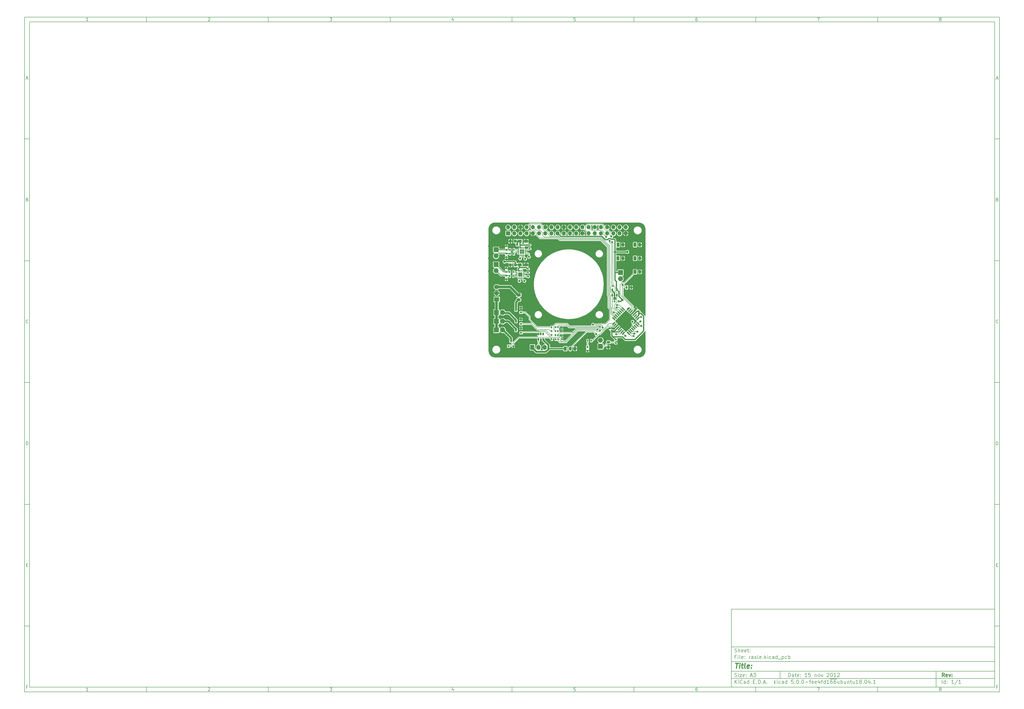
<source format=gtl>
G04 #@! TF.GenerationSoftware,KiCad,Pcbnew,5.0.0-fee4fd1~66~ubuntu18.04.1*
G04 #@! TF.CreationDate,2018-10-10T22:15:04+02:00*
G04 #@! TF.ProjectId,rasle,7261736C652E6B696361645F70636200,rev?*
G04 #@! TF.SameCoordinates,Original*
G04 #@! TF.FileFunction,Copper,L1,Top,Signal*
G04 #@! TF.FilePolarity,Positive*
%FSLAX46Y46*%
G04 Gerber Fmt 4.6, Leading zero omitted, Abs format (unit mm)*
G04 Created by KiCad (PCBNEW 5.0.0-fee4fd1~66~ubuntu18.04.1) date Wed Oct 10 22:15:04 2018*
%MOMM*%
%LPD*%
G01*
G04 APERTURE LIST*
%ADD10C,0.150000*%
%ADD11C,0.300000*%
%ADD12C,0.400000*%
G04 #@! TA.AperFunction,SMDPad,CuDef*
%ADD13R,0.500000X0.900000*%
G04 #@! TD*
G04 #@! TA.AperFunction,SMDPad,CuDef*
%ADD14R,0.650000X1.060000*%
G04 #@! TD*
G04 #@! TA.AperFunction,ComponentPad*
%ADD15R,1.200000X1.700000*%
G04 #@! TD*
G04 #@! TA.AperFunction,ComponentPad*
%ADD16O,1.200000X1.700000*%
G04 #@! TD*
G04 #@! TA.AperFunction,SMDPad,CuDef*
%ADD17R,0.700000X1.300000*%
G04 #@! TD*
G04 #@! TA.AperFunction,SMDPad,CuDef*
%ADD18R,1.000000X1.250000*%
G04 #@! TD*
G04 #@! TA.AperFunction,SMDPad,CuDef*
%ADD19R,1.250000X1.000000*%
G04 #@! TD*
G04 #@! TA.AperFunction,ComponentPad*
%ADD20O,1.700000X1.200000*%
G04 #@! TD*
G04 #@! TA.AperFunction,ComponentPad*
%ADD21R,1.700000X1.200000*%
G04 #@! TD*
G04 #@! TA.AperFunction,ComponentPad*
%ADD22R,2.032000X1.727200*%
G04 #@! TD*
G04 #@! TA.AperFunction,ComponentPad*
%ADD23O,2.032000X1.727200*%
G04 #@! TD*
G04 #@! TA.AperFunction,ComponentPad*
%ADD24O,1.727200X2.032000*%
G04 #@! TD*
G04 #@! TA.AperFunction,ComponentPad*
%ADD25R,1.727200X2.032000*%
G04 #@! TD*
G04 #@! TA.AperFunction,SMDPad,CuDef*
%ADD26C,0.550000*%
G04 #@! TD*
G04 #@! TA.AperFunction,Conductor*
%ADD27C,0.150000*%
G04 #@! TD*
G04 #@! TA.AperFunction,SMDPad,CuDef*
%ADD28C,0.750000*%
G04 #@! TD*
G04 #@! TA.AperFunction,SMDPad,CuDef*
%ADD29R,0.800100X0.800100*%
G04 #@! TD*
G04 #@! TA.AperFunction,ComponentPad*
%ADD30O,2.032000X2.032000*%
G04 #@! TD*
G04 #@! TA.AperFunction,ComponentPad*
%ADD31R,2.032000X2.032000*%
G04 #@! TD*
G04 #@! TA.AperFunction,SMDPad,CuDef*
%ADD32R,0.900000X0.500000*%
G04 #@! TD*
G04 #@! TA.AperFunction,ComponentPad*
%ADD33R,1.700000X1.700000*%
G04 #@! TD*
G04 #@! TA.AperFunction,ComponentPad*
%ADD34O,1.700000X1.700000*%
G04 #@! TD*
G04 #@! TA.AperFunction,SMDPad,CuDef*
%ADD35R,1.500000X1.250000*%
G04 #@! TD*
G04 #@! TA.AperFunction,SMDPad,CuDef*
%ADD36R,0.900000X0.900000*%
G04 #@! TD*
G04 #@! TA.AperFunction,SMDPad,CuDef*
%ADD37O,0.300000X0.750000*%
G04 #@! TD*
G04 #@! TA.AperFunction,SMDPad,CuDef*
%ADD38O,0.750000X0.300000*%
G04 #@! TD*
G04 #@! TA.AperFunction,SMDPad,CuDef*
%ADD39R,0.750000X0.800000*%
G04 #@! TD*
G04 #@! TA.AperFunction,ComponentPad*
%ADD40R,1.998980X1.998980*%
G04 #@! TD*
G04 #@! TA.AperFunction,ComponentPad*
%ADD41O,1.998980X1.998980*%
G04 #@! TD*
G04 #@! TA.AperFunction,SMDPad,CuDef*
%ADD42R,0.797560X0.797560*%
G04 #@! TD*
G04 #@! TA.AperFunction,ViaPad*
%ADD43C,1.000000*%
G04 #@! TD*
G04 #@! TA.AperFunction,ViaPad*
%ADD44C,0.900000*%
G04 #@! TD*
G04 #@! TA.AperFunction,Conductor*
%ADD45C,0.500000*%
G04 #@! TD*
G04 #@! TA.AperFunction,Conductor*
%ADD46C,0.508000*%
G04 #@! TD*
G04 #@! TA.AperFunction,Conductor*
%ADD47C,0.254000*%
G04 #@! TD*
G04 #@! TA.AperFunction,Conductor*
%ADD48C,0.762000*%
G04 #@! TD*
G04 #@! TA.AperFunction,Conductor*
%ADD49C,1.016000*%
G04 #@! TD*
G04 #@! TA.AperFunction,Conductor*
%ADD50C,0.304800*%
G04 #@! TD*
G04 #@! TA.AperFunction,Conductor*
%ADD51C,0.203200*%
G04 #@! TD*
G04 #@! TA.AperFunction,Conductor*
%ADD52C,0.200000*%
G04 #@! TD*
G04 APERTURE END LIST*
D10*
X299989000Y-253002200D02*
X299989000Y-285002200D01*
X407989000Y-285002200D01*
X407989000Y-253002200D01*
X299989000Y-253002200D01*
X10000000Y-10000000D02*
X10000000Y-287002200D01*
X409989000Y-287002200D01*
X409989000Y-10000000D01*
X10000000Y-10000000D01*
X12000000Y-12000000D02*
X12000000Y-285002200D01*
X407989000Y-285002200D01*
X407989000Y-12000000D01*
X12000000Y-12000000D01*
X60000000Y-12000000D02*
X60000000Y-10000000D01*
X110000000Y-12000000D02*
X110000000Y-10000000D01*
X160000000Y-12000000D02*
X160000000Y-10000000D01*
X210000000Y-12000000D02*
X210000000Y-10000000D01*
X260000000Y-12000000D02*
X260000000Y-10000000D01*
X310000000Y-12000000D02*
X310000000Y-10000000D01*
X360000000Y-12000000D02*
X360000000Y-10000000D01*
X36065476Y-11588095D02*
X35322619Y-11588095D01*
X35694047Y-11588095D02*
X35694047Y-10288095D01*
X35570238Y-10473809D01*
X35446428Y-10597619D01*
X35322619Y-10659523D01*
X85322619Y-10411904D02*
X85384523Y-10350000D01*
X85508333Y-10288095D01*
X85817857Y-10288095D01*
X85941666Y-10350000D01*
X86003571Y-10411904D01*
X86065476Y-10535714D01*
X86065476Y-10659523D01*
X86003571Y-10845238D01*
X85260714Y-11588095D01*
X86065476Y-11588095D01*
X135260714Y-10288095D02*
X136065476Y-10288095D01*
X135632142Y-10783333D01*
X135817857Y-10783333D01*
X135941666Y-10845238D01*
X136003571Y-10907142D01*
X136065476Y-11030952D01*
X136065476Y-11340476D01*
X136003571Y-11464285D01*
X135941666Y-11526190D01*
X135817857Y-11588095D01*
X135446428Y-11588095D01*
X135322619Y-11526190D01*
X135260714Y-11464285D01*
X185941666Y-10721428D02*
X185941666Y-11588095D01*
X185632142Y-10226190D02*
X185322619Y-11154761D01*
X186127380Y-11154761D01*
X236003571Y-10288095D02*
X235384523Y-10288095D01*
X235322619Y-10907142D01*
X235384523Y-10845238D01*
X235508333Y-10783333D01*
X235817857Y-10783333D01*
X235941666Y-10845238D01*
X236003571Y-10907142D01*
X236065476Y-11030952D01*
X236065476Y-11340476D01*
X236003571Y-11464285D01*
X235941666Y-11526190D01*
X235817857Y-11588095D01*
X235508333Y-11588095D01*
X235384523Y-11526190D01*
X235322619Y-11464285D01*
X285941666Y-10288095D02*
X285694047Y-10288095D01*
X285570238Y-10350000D01*
X285508333Y-10411904D01*
X285384523Y-10597619D01*
X285322619Y-10845238D01*
X285322619Y-11340476D01*
X285384523Y-11464285D01*
X285446428Y-11526190D01*
X285570238Y-11588095D01*
X285817857Y-11588095D01*
X285941666Y-11526190D01*
X286003571Y-11464285D01*
X286065476Y-11340476D01*
X286065476Y-11030952D01*
X286003571Y-10907142D01*
X285941666Y-10845238D01*
X285817857Y-10783333D01*
X285570238Y-10783333D01*
X285446428Y-10845238D01*
X285384523Y-10907142D01*
X285322619Y-11030952D01*
X335260714Y-10288095D02*
X336127380Y-10288095D01*
X335570238Y-11588095D01*
X385570238Y-10845238D02*
X385446428Y-10783333D01*
X385384523Y-10721428D01*
X385322619Y-10597619D01*
X385322619Y-10535714D01*
X385384523Y-10411904D01*
X385446428Y-10350000D01*
X385570238Y-10288095D01*
X385817857Y-10288095D01*
X385941666Y-10350000D01*
X386003571Y-10411904D01*
X386065476Y-10535714D01*
X386065476Y-10597619D01*
X386003571Y-10721428D01*
X385941666Y-10783333D01*
X385817857Y-10845238D01*
X385570238Y-10845238D01*
X385446428Y-10907142D01*
X385384523Y-10969047D01*
X385322619Y-11092857D01*
X385322619Y-11340476D01*
X385384523Y-11464285D01*
X385446428Y-11526190D01*
X385570238Y-11588095D01*
X385817857Y-11588095D01*
X385941666Y-11526190D01*
X386003571Y-11464285D01*
X386065476Y-11340476D01*
X386065476Y-11092857D01*
X386003571Y-10969047D01*
X385941666Y-10907142D01*
X385817857Y-10845238D01*
X60000000Y-285002200D02*
X60000000Y-287002200D01*
X110000000Y-285002200D02*
X110000000Y-287002200D01*
X160000000Y-285002200D02*
X160000000Y-287002200D01*
X210000000Y-285002200D02*
X210000000Y-287002200D01*
X260000000Y-285002200D02*
X260000000Y-287002200D01*
X310000000Y-285002200D02*
X310000000Y-287002200D01*
X360000000Y-285002200D02*
X360000000Y-287002200D01*
X36065476Y-286590295D02*
X35322619Y-286590295D01*
X35694047Y-286590295D02*
X35694047Y-285290295D01*
X35570238Y-285476009D01*
X35446428Y-285599819D01*
X35322619Y-285661723D01*
X85322619Y-285414104D02*
X85384523Y-285352200D01*
X85508333Y-285290295D01*
X85817857Y-285290295D01*
X85941666Y-285352200D01*
X86003571Y-285414104D01*
X86065476Y-285537914D01*
X86065476Y-285661723D01*
X86003571Y-285847438D01*
X85260714Y-286590295D01*
X86065476Y-286590295D01*
X135260714Y-285290295D02*
X136065476Y-285290295D01*
X135632142Y-285785533D01*
X135817857Y-285785533D01*
X135941666Y-285847438D01*
X136003571Y-285909342D01*
X136065476Y-286033152D01*
X136065476Y-286342676D01*
X136003571Y-286466485D01*
X135941666Y-286528390D01*
X135817857Y-286590295D01*
X135446428Y-286590295D01*
X135322619Y-286528390D01*
X135260714Y-286466485D01*
X185941666Y-285723628D02*
X185941666Y-286590295D01*
X185632142Y-285228390D02*
X185322619Y-286156961D01*
X186127380Y-286156961D01*
X236003571Y-285290295D02*
X235384523Y-285290295D01*
X235322619Y-285909342D01*
X235384523Y-285847438D01*
X235508333Y-285785533D01*
X235817857Y-285785533D01*
X235941666Y-285847438D01*
X236003571Y-285909342D01*
X236065476Y-286033152D01*
X236065476Y-286342676D01*
X236003571Y-286466485D01*
X235941666Y-286528390D01*
X235817857Y-286590295D01*
X235508333Y-286590295D01*
X235384523Y-286528390D01*
X235322619Y-286466485D01*
X285941666Y-285290295D02*
X285694047Y-285290295D01*
X285570238Y-285352200D01*
X285508333Y-285414104D01*
X285384523Y-285599819D01*
X285322619Y-285847438D01*
X285322619Y-286342676D01*
X285384523Y-286466485D01*
X285446428Y-286528390D01*
X285570238Y-286590295D01*
X285817857Y-286590295D01*
X285941666Y-286528390D01*
X286003571Y-286466485D01*
X286065476Y-286342676D01*
X286065476Y-286033152D01*
X286003571Y-285909342D01*
X285941666Y-285847438D01*
X285817857Y-285785533D01*
X285570238Y-285785533D01*
X285446428Y-285847438D01*
X285384523Y-285909342D01*
X285322619Y-286033152D01*
X335260714Y-285290295D02*
X336127380Y-285290295D01*
X335570238Y-286590295D01*
X385570238Y-285847438D02*
X385446428Y-285785533D01*
X385384523Y-285723628D01*
X385322619Y-285599819D01*
X385322619Y-285537914D01*
X385384523Y-285414104D01*
X385446428Y-285352200D01*
X385570238Y-285290295D01*
X385817857Y-285290295D01*
X385941666Y-285352200D01*
X386003571Y-285414104D01*
X386065476Y-285537914D01*
X386065476Y-285599819D01*
X386003571Y-285723628D01*
X385941666Y-285785533D01*
X385817857Y-285847438D01*
X385570238Y-285847438D01*
X385446428Y-285909342D01*
X385384523Y-285971247D01*
X385322619Y-286095057D01*
X385322619Y-286342676D01*
X385384523Y-286466485D01*
X385446428Y-286528390D01*
X385570238Y-286590295D01*
X385817857Y-286590295D01*
X385941666Y-286528390D01*
X386003571Y-286466485D01*
X386065476Y-286342676D01*
X386065476Y-286095057D01*
X386003571Y-285971247D01*
X385941666Y-285909342D01*
X385817857Y-285847438D01*
X10000000Y-60000000D02*
X12000000Y-60000000D01*
X10000000Y-110000000D02*
X12000000Y-110000000D01*
X10000000Y-160000000D02*
X12000000Y-160000000D01*
X10000000Y-210000000D02*
X12000000Y-210000000D01*
X10000000Y-260000000D02*
X12000000Y-260000000D01*
X10690476Y-35216666D02*
X11309523Y-35216666D01*
X10566666Y-35588095D02*
X11000000Y-34288095D01*
X11433333Y-35588095D01*
X11092857Y-84907142D02*
X11278571Y-84969047D01*
X11340476Y-85030952D01*
X11402380Y-85154761D01*
X11402380Y-85340476D01*
X11340476Y-85464285D01*
X11278571Y-85526190D01*
X11154761Y-85588095D01*
X10659523Y-85588095D01*
X10659523Y-84288095D01*
X11092857Y-84288095D01*
X11216666Y-84350000D01*
X11278571Y-84411904D01*
X11340476Y-84535714D01*
X11340476Y-84659523D01*
X11278571Y-84783333D01*
X11216666Y-84845238D01*
X11092857Y-84907142D01*
X10659523Y-84907142D01*
X11402380Y-135464285D02*
X11340476Y-135526190D01*
X11154761Y-135588095D01*
X11030952Y-135588095D01*
X10845238Y-135526190D01*
X10721428Y-135402380D01*
X10659523Y-135278571D01*
X10597619Y-135030952D01*
X10597619Y-134845238D01*
X10659523Y-134597619D01*
X10721428Y-134473809D01*
X10845238Y-134350000D01*
X11030952Y-134288095D01*
X11154761Y-134288095D01*
X11340476Y-134350000D01*
X11402380Y-134411904D01*
X10659523Y-185588095D02*
X10659523Y-184288095D01*
X10969047Y-184288095D01*
X11154761Y-184350000D01*
X11278571Y-184473809D01*
X11340476Y-184597619D01*
X11402380Y-184845238D01*
X11402380Y-185030952D01*
X11340476Y-185278571D01*
X11278571Y-185402380D01*
X11154761Y-185526190D01*
X10969047Y-185588095D01*
X10659523Y-185588095D01*
X10721428Y-234907142D02*
X11154761Y-234907142D01*
X11340476Y-235588095D02*
X10721428Y-235588095D01*
X10721428Y-234288095D01*
X11340476Y-234288095D01*
X11185714Y-284907142D02*
X10752380Y-284907142D01*
X10752380Y-285588095D02*
X10752380Y-284288095D01*
X11371428Y-284288095D01*
X409989000Y-60000000D02*
X407989000Y-60000000D01*
X409989000Y-110000000D02*
X407989000Y-110000000D01*
X409989000Y-160000000D02*
X407989000Y-160000000D01*
X409989000Y-210000000D02*
X407989000Y-210000000D01*
X409989000Y-260000000D02*
X407989000Y-260000000D01*
X408679476Y-35216666D02*
X409298523Y-35216666D01*
X408555666Y-35588095D02*
X408989000Y-34288095D01*
X409422333Y-35588095D01*
X409081857Y-84907142D02*
X409267571Y-84969047D01*
X409329476Y-85030952D01*
X409391380Y-85154761D01*
X409391380Y-85340476D01*
X409329476Y-85464285D01*
X409267571Y-85526190D01*
X409143761Y-85588095D01*
X408648523Y-85588095D01*
X408648523Y-84288095D01*
X409081857Y-84288095D01*
X409205666Y-84350000D01*
X409267571Y-84411904D01*
X409329476Y-84535714D01*
X409329476Y-84659523D01*
X409267571Y-84783333D01*
X409205666Y-84845238D01*
X409081857Y-84907142D01*
X408648523Y-84907142D01*
X409391380Y-135464285D02*
X409329476Y-135526190D01*
X409143761Y-135588095D01*
X409019952Y-135588095D01*
X408834238Y-135526190D01*
X408710428Y-135402380D01*
X408648523Y-135278571D01*
X408586619Y-135030952D01*
X408586619Y-134845238D01*
X408648523Y-134597619D01*
X408710428Y-134473809D01*
X408834238Y-134350000D01*
X409019952Y-134288095D01*
X409143761Y-134288095D01*
X409329476Y-134350000D01*
X409391380Y-134411904D01*
X408648523Y-185588095D02*
X408648523Y-184288095D01*
X408958047Y-184288095D01*
X409143761Y-184350000D01*
X409267571Y-184473809D01*
X409329476Y-184597619D01*
X409391380Y-184845238D01*
X409391380Y-185030952D01*
X409329476Y-185278571D01*
X409267571Y-185402380D01*
X409143761Y-185526190D01*
X408958047Y-185588095D01*
X408648523Y-185588095D01*
X408710428Y-234907142D02*
X409143761Y-234907142D01*
X409329476Y-235588095D02*
X408710428Y-235588095D01*
X408710428Y-234288095D01*
X409329476Y-234288095D01*
X409174714Y-284907142D02*
X408741380Y-284907142D01*
X408741380Y-285588095D02*
X408741380Y-284288095D01*
X409360428Y-284288095D01*
X323421142Y-280780771D02*
X323421142Y-279280771D01*
X323778285Y-279280771D01*
X323992571Y-279352200D01*
X324135428Y-279495057D01*
X324206857Y-279637914D01*
X324278285Y-279923628D01*
X324278285Y-280137914D01*
X324206857Y-280423628D01*
X324135428Y-280566485D01*
X323992571Y-280709342D01*
X323778285Y-280780771D01*
X323421142Y-280780771D01*
X325564000Y-280780771D02*
X325564000Y-279995057D01*
X325492571Y-279852200D01*
X325349714Y-279780771D01*
X325064000Y-279780771D01*
X324921142Y-279852200D01*
X325564000Y-280709342D02*
X325421142Y-280780771D01*
X325064000Y-280780771D01*
X324921142Y-280709342D01*
X324849714Y-280566485D01*
X324849714Y-280423628D01*
X324921142Y-280280771D01*
X325064000Y-280209342D01*
X325421142Y-280209342D01*
X325564000Y-280137914D01*
X326064000Y-279780771D02*
X326635428Y-279780771D01*
X326278285Y-279280771D02*
X326278285Y-280566485D01*
X326349714Y-280709342D01*
X326492571Y-280780771D01*
X326635428Y-280780771D01*
X327706857Y-280709342D02*
X327564000Y-280780771D01*
X327278285Y-280780771D01*
X327135428Y-280709342D01*
X327064000Y-280566485D01*
X327064000Y-279995057D01*
X327135428Y-279852200D01*
X327278285Y-279780771D01*
X327564000Y-279780771D01*
X327706857Y-279852200D01*
X327778285Y-279995057D01*
X327778285Y-280137914D01*
X327064000Y-280280771D01*
X328421142Y-280637914D02*
X328492571Y-280709342D01*
X328421142Y-280780771D01*
X328349714Y-280709342D01*
X328421142Y-280637914D01*
X328421142Y-280780771D01*
X328421142Y-279852200D02*
X328492571Y-279923628D01*
X328421142Y-279995057D01*
X328349714Y-279923628D01*
X328421142Y-279852200D01*
X328421142Y-279995057D01*
X331064000Y-280780771D02*
X330206857Y-280780771D01*
X330635428Y-280780771D02*
X330635428Y-279280771D01*
X330492571Y-279495057D01*
X330349714Y-279637914D01*
X330206857Y-279709342D01*
X332421142Y-279280771D02*
X331706857Y-279280771D01*
X331635428Y-279995057D01*
X331706857Y-279923628D01*
X331849714Y-279852200D01*
X332206857Y-279852200D01*
X332349714Y-279923628D01*
X332421142Y-279995057D01*
X332492571Y-280137914D01*
X332492571Y-280495057D01*
X332421142Y-280637914D01*
X332349714Y-280709342D01*
X332206857Y-280780771D01*
X331849714Y-280780771D01*
X331706857Y-280709342D01*
X331635428Y-280637914D01*
X334278285Y-279780771D02*
X334278285Y-280780771D01*
X334278285Y-279923628D02*
X334349714Y-279852200D01*
X334492571Y-279780771D01*
X334706857Y-279780771D01*
X334849714Y-279852200D01*
X334921142Y-279995057D01*
X334921142Y-280780771D01*
X335849714Y-280780771D02*
X335706857Y-280709342D01*
X335635428Y-280637914D01*
X335564000Y-280495057D01*
X335564000Y-280066485D01*
X335635428Y-279923628D01*
X335706857Y-279852200D01*
X335849714Y-279780771D01*
X336064000Y-279780771D01*
X336206857Y-279852200D01*
X336278285Y-279923628D01*
X336349714Y-280066485D01*
X336349714Y-280495057D01*
X336278285Y-280637914D01*
X336206857Y-280709342D01*
X336064000Y-280780771D01*
X335849714Y-280780771D01*
X336849714Y-279780771D02*
X337206857Y-280780771D01*
X337564000Y-279780771D01*
X339206857Y-279423628D02*
X339278285Y-279352200D01*
X339421142Y-279280771D01*
X339778285Y-279280771D01*
X339921142Y-279352200D01*
X339992571Y-279423628D01*
X340064000Y-279566485D01*
X340064000Y-279709342D01*
X339992571Y-279923628D01*
X339135428Y-280780771D01*
X340064000Y-280780771D01*
X340992571Y-279280771D02*
X341135428Y-279280771D01*
X341278285Y-279352200D01*
X341349714Y-279423628D01*
X341421142Y-279566485D01*
X341492571Y-279852200D01*
X341492571Y-280209342D01*
X341421142Y-280495057D01*
X341349714Y-280637914D01*
X341278285Y-280709342D01*
X341135428Y-280780771D01*
X340992571Y-280780771D01*
X340849714Y-280709342D01*
X340778285Y-280637914D01*
X340706857Y-280495057D01*
X340635428Y-280209342D01*
X340635428Y-279852200D01*
X340706857Y-279566485D01*
X340778285Y-279423628D01*
X340849714Y-279352200D01*
X340992571Y-279280771D01*
X342921142Y-280780771D02*
X342064000Y-280780771D01*
X342492571Y-280780771D02*
X342492571Y-279280771D01*
X342349714Y-279495057D01*
X342206857Y-279637914D01*
X342064000Y-279709342D01*
X343492571Y-279423628D02*
X343564000Y-279352200D01*
X343706857Y-279280771D01*
X344064000Y-279280771D01*
X344206857Y-279352200D01*
X344278285Y-279423628D01*
X344349714Y-279566485D01*
X344349714Y-279709342D01*
X344278285Y-279923628D01*
X343421142Y-280780771D01*
X344349714Y-280780771D01*
X299989000Y-281502200D02*
X407989000Y-281502200D01*
X301421142Y-283580771D02*
X301421142Y-282080771D01*
X302278285Y-283580771D02*
X301635428Y-282723628D01*
X302278285Y-282080771D02*
X301421142Y-282937914D01*
X302921142Y-283580771D02*
X302921142Y-282580771D01*
X302921142Y-282080771D02*
X302849714Y-282152200D01*
X302921142Y-282223628D01*
X302992571Y-282152200D01*
X302921142Y-282080771D01*
X302921142Y-282223628D01*
X304492571Y-283437914D02*
X304421142Y-283509342D01*
X304206857Y-283580771D01*
X304064000Y-283580771D01*
X303849714Y-283509342D01*
X303706857Y-283366485D01*
X303635428Y-283223628D01*
X303564000Y-282937914D01*
X303564000Y-282723628D01*
X303635428Y-282437914D01*
X303706857Y-282295057D01*
X303849714Y-282152200D01*
X304064000Y-282080771D01*
X304206857Y-282080771D01*
X304421142Y-282152200D01*
X304492571Y-282223628D01*
X305778285Y-283580771D02*
X305778285Y-282795057D01*
X305706857Y-282652200D01*
X305564000Y-282580771D01*
X305278285Y-282580771D01*
X305135428Y-282652200D01*
X305778285Y-283509342D02*
X305635428Y-283580771D01*
X305278285Y-283580771D01*
X305135428Y-283509342D01*
X305064000Y-283366485D01*
X305064000Y-283223628D01*
X305135428Y-283080771D01*
X305278285Y-283009342D01*
X305635428Y-283009342D01*
X305778285Y-282937914D01*
X307135428Y-283580771D02*
X307135428Y-282080771D01*
X307135428Y-283509342D02*
X306992571Y-283580771D01*
X306706857Y-283580771D01*
X306564000Y-283509342D01*
X306492571Y-283437914D01*
X306421142Y-283295057D01*
X306421142Y-282866485D01*
X306492571Y-282723628D01*
X306564000Y-282652200D01*
X306706857Y-282580771D01*
X306992571Y-282580771D01*
X307135428Y-282652200D01*
X308992571Y-282795057D02*
X309492571Y-282795057D01*
X309706857Y-283580771D02*
X308992571Y-283580771D01*
X308992571Y-282080771D01*
X309706857Y-282080771D01*
X310349714Y-283437914D02*
X310421142Y-283509342D01*
X310349714Y-283580771D01*
X310278285Y-283509342D01*
X310349714Y-283437914D01*
X310349714Y-283580771D01*
X311064000Y-283580771D02*
X311064000Y-282080771D01*
X311421142Y-282080771D01*
X311635428Y-282152200D01*
X311778285Y-282295057D01*
X311849714Y-282437914D01*
X311921142Y-282723628D01*
X311921142Y-282937914D01*
X311849714Y-283223628D01*
X311778285Y-283366485D01*
X311635428Y-283509342D01*
X311421142Y-283580771D01*
X311064000Y-283580771D01*
X312564000Y-283437914D02*
X312635428Y-283509342D01*
X312564000Y-283580771D01*
X312492571Y-283509342D01*
X312564000Y-283437914D01*
X312564000Y-283580771D01*
X313206857Y-283152200D02*
X313921142Y-283152200D01*
X313064000Y-283580771D02*
X313564000Y-282080771D01*
X314064000Y-283580771D01*
X314564000Y-283437914D02*
X314635428Y-283509342D01*
X314564000Y-283580771D01*
X314492571Y-283509342D01*
X314564000Y-283437914D01*
X314564000Y-283580771D01*
X317564000Y-283580771D02*
X317564000Y-282080771D01*
X317706857Y-283009342D02*
X318135428Y-283580771D01*
X318135428Y-282580771D02*
X317564000Y-283152200D01*
X318778285Y-283580771D02*
X318778285Y-282580771D01*
X318778285Y-282080771D02*
X318706857Y-282152200D01*
X318778285Y-282223628D01*
X318849714Y-282152200D01*
X318778285Y-282080771D01*
X318778285Y-282223628D01*
X320135428Y-283509342D02*
X319992571Y-283580771D01*
X319706857Y-283580771D01*
X319564000Y-283509342D01*
X319492571Y-283437914D01*
X319421142Y-283295057D01*
X319421142Y-282866485D01*
X319492571Y-282723628D01*
X319564000Y-282652200D01*
X319706857Y-282580771D01*
X319992571Y-282580771D01*
X320135428Y-282652200D01*
X321421142Y-283580771D02*
X321421142Y-282795057D01*
X321349714Y-282652200D01*
X321206857Y-282580771D01*
X320921142Y-282580771D01*
X320778285Y-282652200D01*
X321421142Y-283509342D02*
X321278285Y-283580771D01*
X320921142Y-283580771D01*
X320778285Y-283509342D01*
X320706857Y-283366485D01*
X320706857Y-283223628D01*
X320778285Y-283080771D01*
X320921142Y-283009342D01*
X321278285Y-283009342D01*
X321421142Y-282937914D01*
X322778285Y-283580771D02*
X322778285Y-282080771D01*
X322778285Y-283509342D02*
X322635428Y-283580771D01*
X322349714Y-283580771D01*
X322206857Y-283509342D01*
X322135428Y-283437914D01*
X322064000Y-283295057D01*
X322064000Y-282866485D01*
X322135428Y-282723628D01*
X322206857Y-282652200D01*
X322349714Y-282580771D01*
X322635428Y-282580771D01*
X322778285Y-282652200D01*
X325349714Y-282080771D02*
X324635428Y-282080771D01*
X324564000Y-282795057D01*
X324635428Y-282723628D01*
X324778285Y-282652200D01*
X325135428Y-282652200D01*
X325278285Y-282723628D01*
X325349714Y-282795057D01*
X325421142Y-282937914D01*
X325421142Y-283295057D01*
X325349714Y-283437914D01*
X325278285Y-283509342D01*
X325135428Y-283580771D01*
X324778285Y-283580771D01*
X324635428Y-283509342D01*
X324564000Y-283437914D01*
X326064000Y-283437914D02*
X326135428Y-283509342D01*
X326064000Y-283580771D01*
X325992571Y-283509342D01*
X326064000Y-283437914D01*
X326064000Y-283580771D01*
X327064000Y-282080771D02*
X327206857Y-282080771D01*
X327349714Y-282152200D01*
X327421142Y-282223628D01*
X327492571Y-282366485D01*
X327564000Y-282652200D01*
X327564000Y-283009342D01*
X327492571Y-283295057D01*
X327421142Y-283437914D01*
X327349714Y-283509342D01*
X327206857Y-283580771D01*
X327064000Y-283580771D01*
X326921142Y-283509342D01*
X326849714Y-283437914D01*
X326778285Y-283295057D01*
X326706857Y-283009342D01*
X326706857Y-282652200D01*
X326778285Y-282366485D01*
X326849714Y-282223628D01*
X326921142Y-282152200D01*
X327064000Y-282080771D01*
X328206857Y-283437914D02*
X328278285Y-283509342D01*
X328206857Y-283580771D01*
X328135428Y-283509342D01*
X328206857Y-283437914D01*
X328206857Y-283580771D01*
X329206857Y-282080771D02*
X329349714Y-282080771D01*
X329492571Y-282152200D01*
X329564000Y-282223628D01*
X329635428Y-282366485D01*
X329706857Y-282652200D01*
X329706857Y-283009342D01*
X329635428Y-283295057D01*
X329564000Y-283437914D01*
X329492571Y-283509342D01*
X329349714Y-283580771D01*
X329206857Y-283580771D01*
X329064000Y-283509342D01*
X328992571Y-283437914D01*
X328921142Y-283295057D01*
X328849714Y-283009342D01*
X328849714Y-282652200D01*
X328921142Y-282366485D01*
X328992571Y-282223628D01*
X329064000Y-282152200D01*
X329206857Y-282080771D01*
X330349714Y-283009342D02*
X331492571Y-283009342D01*
X331992571Y-282580771D02*
X332564000Y-282580771D01*
X332206857Y-283580771D02*
X332206857Y-282295057D01*
X332278285Y-282152200D01*
X332421142Y-282080771D01*
X332564000Y-282080771D01*
X333635428Y-283509342D02*
X333492571Y-283580771D01*
X333206857Y-283580771D01*
X333064000Y-283509342D01*
X332992571Y-283366485D01*
X332992571Y-282795057D01*
X333064000Y-282652200D01*
X333206857Y-282580771D01*
X333492571Y-282580771D01*
X333635428Y-282652200D01*
X333706857Y-282795057D01*
X333706857Y-282937914D01*
X332992571Y-283080771D01*
X334921142Y-283509342D02*
X334778285Y-283580771D01*
X334492571Y-283580771D01*
X334349714Y-283509342D01*
X334278285Y-283366485D01*
X334278285Y-282795057D01*
X334349714Y-282652200D01*
X334492571Y-282580771D01*
X334778285Y-282580771D01*
X334921142Y-282652200D01*
X334992571Y-282795057D01*
X334992571Y-282937914D01*
X334278285Y-283080771D01*
X336278285Y-282580771D02*
X336278285Y-283580771D01*
X335921142Y-282009342D02*
X335564000Y-283080771D01*
X336492571Y-283080771D01*
X336849714Y-282580771D02*
X337421142Y-282580771D01*
X337064000Y-283580771D02*
X337064000Y-282295057D01*
X337135428Y-282152200D01*
X337278285Y-282080771D01*
X337421142Y-282080771D01*
X338564000Y-283580771D02*
X338564000Y-282080771D01*
X338564000Y-283509342D02*
X338421142Y-283580771D01*
X338135428Y-283580771D01*
X337992571Y-283509342D01*
X337921142Y-283437914D01*
X337849714Y-283295057D01*
X337849714Y-282866485D01*
X337921142Y-282723628D01*
X337992571Y-282652200D01*
X338135428Y-282580771D01*
X338421142Y-282580771D01*
X338564000Y-282652200D01*
X340064000Y-283580771D02*
X339206857Y-283580771D01*
X339635428Y-283580771D02*
X339635428Y-282080771D01*
X339492571Y-282295057D01*
X339349714Y-282437914D01*
X339206857Y-282509342D01*
X340349714Y-281672200D02*
X341778285Y-281672200D01*
X341349714Y-282080771D02*
X341064000Y-282080771D01*
X340921142Y-282152200D01*
X340849714Y-282223628D01*
X340706857Y-282437914D01*
X340635428Y-282723628D01*
X340635428Y-283295057D01*
X340706857Y-283437914D01*
X340778285Y-283509342D01*
X340921142Y-283580771D01*
X341206857Y-283580771D01*
X341349714Y-283509342D01*
X341421142Y-283437914D01*
X341492571Y-283295057D01*
X341492571Y-282937914D01*
X341421142Y-282795057D01*
X341349714Y-282723628D01*
X341206857Y-282652200D01*
X340921142Y-282652200D01*
X340778285Y-282723628D01*
X340706857Y-282795057D01*
X340635428Y-282937914D01*
X341778285Y-281672200D02*
X343206857Y-281672200D01*
X342778285Y-282080771D02*
X342492571Y-282080771D01*
X342349714Y-282152200D01*
X342278285Y-282223628D01*
X342135428Y-282437914D01*
X342064000Y-282723628D01*
X342064000Y-283295057D01*
X342135428Y-283437914D01*
X342206857Y-283509342D01*
X342349714Y-283580771D01*
X342635428Y-283580771D01*
X342778285Y-283509342D01*
X342849714Y-283437914D01*
X342921142Y-283295057D01*
X342921142Y-282937914D01*
X342849714Y-282795057D01*
X342778285Y-282723628D01*
X342635428Y-282652200D01*
X342349714Y-282652200D01*
X342206857Y-282723628D01*
X342135428Y-282795057D01*
X342064000Y-282937914D01*
X344206857Y-282580771D02*
X344206857Y-283580771D01*
X343564000Y-282580771D02*
X343564000Y-283366485D01*
X343635428Y-283509342D01*
X343778285Y-283580771D01*
X343992571Y-283580771D01*
X344135428Y-283509342D01*
X344206857Y-283437914D01*
X344921142Y-283580771D02*
X344921142Y-282080771D01*
X344921142Y-282652200D02*
X345064000Y-282580771D01*
X345349714Y-282580771D01*
X345492571Y-282652200D01*
X345564000Y-282723628D01*
X345635428Y-282866485D01*
X345635428Y-283295057D01*
X345564000Y-283437914D01*
X345492571Y-283509342D01*
X345349714Y-283580771D01*
X345064000Y-283580771D01*
X344921142Y-283509342D01*
X346921142Y-282580771D02*
X346921142Y-283580771D01*
X346278285Y-282580771D02*
X346278285Y-283366485D01*
X346349714Y-283509342D01*
X346492571Y-283580771D01*
X346706857Y-283580771D01*
X346849714Y-283509342D01*
X346921142Y-283437914D01*
X347635428Y-282580771D02*
X347635428Y-283580771D01*
X347635428Y-282723628D02*
X347706857Y-282652200D01*
X347849714Y-282580771D01*
X348064000Y-282580771D01*
X348206857Y-282652200D01*
X348278285Y-282795057D01*
X348278285Y-283580771D01*
X348778285Y-282580771D02*
X349349714Y-282580771D01*
X348992571Y-282080771D02*
X348992571Y-283366485D01*
X349064000Y-283509342D01*
X349206857Y-283580771D01*
X349349714Y-283580771D01*
X350492571Y-282580771D02*
X350492571Y-283580771D01*
X349849714Y-282580771D02*
X349849714Y-283366485D01*
X349921142Y-283509342D01*
X350064000Y-283580771D01*
X350278285Y-283580771D01*
X350421142Y-283509342D01*
X350492571Y-283437914D01*
X351992571Y-283580771D02*
X351135428Y-283580771D01*
X351564000Y-283580771D02*
X351564000Y-282080771D01*
X351421142Y-282295057D01*
X351278285Y-282437914D01*
X351135428Y-282509342D01*
X352849714Y-282723628D02*
X352706857Y-282652200D01*
X352635428Y-282580771D01*
X352564000Y-282437914D01*
X352564000Y-282366485D01*
X352635428Y-282223628D01*
X352706857Y-282152200D01*
X352849714Y-282080771D01*
X353135428Y-282080771D01*
X353278285Y-282152200D01*
X353349714Y-282223628D01*
X353421142Y-282366485D01*
X353421142Y-282437914D01*
X353349714Y-282580771D01*
X353278285Y-282652200D01*
X353135428Y-282723628D01*
X352849714Y-282723628D01*
X352706857Y-282795057D01*
X352635428Y-282866485D01*
X352564000Y-283009342D01*
X352564000Y-283295057D01*
X352635428Y-283437914D01*
X352706857Y-283509342D01*
X352849714Y-283580771D01*
X353135428Y-283580771D01*
X353278285Y-283509342D01*
X353349714Y-283437914D01*
X353421142Y-283295057D01*
X353421142Y-283009342D01*
X353349714Y-282866485D01*
X353278285Y-282795057D01*
X353135428Y-282723628D01*
X354064000Y-283437914D02*
X354135428Y-283509342D01*
X354064000Y-283580771D01*
X353992571Y-283509342D01*
X354064000Y-283437914D01*
X354064000Y-283580771D01*
X355064000Y-282080771D02*
X355206857Y-282080771D01*
X355349714Y-282152200D01*
X355421142Y-282223628D01*
X355492571Y-282366485D01*
X355564000Y-282652200D01*
X355564000Y-283009342D01*
X355492571Y-283295057D01*
X355421142Y-283437914D01*
X355349714Y-283509342D01*
X355206857Y-283580771D01*
X355064000Y-283580771D01*
X354921142Y-283509342D01*
X354849714Y-283437914D01*
X354778285Y-283295057D01*
X354706857Y-283009342D01*
X354706857Y-282652200D01*
X354778285Y-282366485D01*
X354849714Y-282223628D01*
X354921142Y-282152200D01*
X355064000Y-282080771D01*
X356849714Y-282580771D02*
X356849714Y-283580771D01*
X356492571Y-282009342D02*
X356135428Y-283080771D01*
X357064000Y-283080771D01*
X357635428Y-283437914D02*
X357706857Y-283509342D01*
X357635428Y-283580771D01*
X357564000Y-283509342D01*
X357635428Y-283437914D01*
X357635428Y-283580771D01*
X359135428Y-283580771D02*
X358278285Y-283580771D01*
X358706857Y-283580771D02*
X358706857Y-282080771D01*
X358564000Y-282295057D01*
X358421142Y-282437914D01*
X358278285Y-282509342D01*
X299989000Y-278502200D02*
X407989000Y-278502200D01*
D11*
X387398285Y-280780771D02*
X386898285Y-280066485D01*
X386541142Y-280780771D02*
X386541142Y-279280771D01*
X387112571Y-279280771D01*
X387255428Y-279352200D01*
X387326857Y-279423628D01*
X387398285Y-279566485D01*
X387398285Y-279780771D01*
X387326857Y-279923628D01*
X387255428Y-279995057D01*
X387112571Y-280066485D01*
X386541142Y-280066485D01*
X388612571Y-280709342D02*
X388469714Y-280780771D01*
X388184000Y-280780771D01*
X388041142Y-280709342D01*
X387969714Y-280566485D01*
X387969714Y-279995057D01*
X388041142Y-279852200D01*
X388184000Y-279780771D01*
X388469714Y-279780771D01*
X388612571Y-279852200D01*
X388684000Y-279995057D01*
X388684000Y-280137914D01*
X387969714Y-280280771D01*
X389184000Y-279780771D02*
X389541142Y-280780771D01*
X389898285Y-279780771D01*
X390469714Y-280637914D02*
X390541142Y-280709342D01*
X390469714Y-280780771D01*
X390398285Y-280709342D01*
X390469714Y-280637914D01*
X390469714Y-280780771D01*
X390469714Y-279852200D02*
X390541142Y-279923628D01*
X390469714Y-279995057D01*
X390398285Y-279923628D01*
X390469714Y-279852200D01*
X390469714Y-279995057D01*
D10*
X301349714Y-280709342D02*
X301564000Y-280780771D01*
X301921142Y-280780771D01*
X302064000Y-280709342D01*
X302135428Y-280637914D01*
X302206857Y-280495057D01*
X302206857Y-280352200D01*
X302135428Y-280209342D01*
X302064000Y-280137914D01*
X301921142Y-280066485D01*
X301635428Y-279995057D01*
X301492571Y-279923628D01*
X301421142Y-279852200D01*
X301349714Y-279709342D01*
X301349714Y-279566485D01*
X301421142Y-279423628D01*
X301492571Y-279352200D01*
X301635428Y-279280771D01*
X301992571Y-279280771D01*
X302206857Y-279352200D01*
X302849714Y-280780771D02*
X302849714Y-279780771D01*
X302849714Y-279280771D02*
X302778285Y-279352200D01*
X302849714Y-279423628D01*
X302921142Y-279352200D01*
X302849714Y-279280771D01*
X302849714Y-279423628D01*
X303421142Y-279780771D02*
X304206857Y-279780771D01*
X303421142Y-280780771D01*
X304206857Y-280780771D01*
X305349714Y-280709342D02*
X305206857Y-280780771D01*
X304921142Y-280780771D01*
X304778285Y-280709342D01*
X304706857Y-280566485D01*
X304706857Y-279995057D01*
X304778285Y-279852200D01*
X304921142Y-279780771D01*
X305206857Y-279780771D01*
X305349714Y-279852200D01*
X305421142Y-279995057D01*
X305421142Y-280137914D01*
X304706857Y-280280771D01*
X306064000Y-280637914D02*
X306135428Y-280709342D01*
X306064000Y-280780771D01*
X305992571Y-280709342D01*
X306064000Y-280637914D01*
X306064000Y-280780771D01*
X306064000Y-279852200D02*
X306135428Y-279923628D01*
X306064000Y-279995057D01*
X305992571Y-279923628D01*
X306064000Y-279852200D01*
X306064000Y-279995057D01*
X307849714Y-280352200D02*
X308564000Y-280352200D01*
X307706857Y-280780771D02*
X308206857Y-279280771D01*
X308706857Y-280780771D01*
X309064000Y-279280771D02*
X309992571Y-279280771D01*
X309492571Y-279852200D01*
X309706857Y-279852200D01*
X309849714Y-279923628D01*
X309921142Y-279995057D01*
X309992571Y-280137914D01*
X309992571Y-280495057D01*
X309921142Y-280637914D01*
X309849714Y-280709342D01*
X309706857Y-280780771D01*
X309278285Y-280780771D01*
X309135428Y-280709342D01*
X309064000Y-280637914D01*
X386421142Y-283580771D02*
X386421142Y-282080771D01*
X387778285Y-283580771D02*
X387778285Y-282080771D01*
X387778285Y-283509342D02*
X387635428Y-283580771D01*
X387349714Y-283580771D01*
X387206857Y-283509342D01*
X387135428Y-283437914D01*
X387064000Y-283295057D01*
X387064000Y-282866485D01*
X387135428Y-282723628D01*
X387206857Y-282652200D01*
X387349714Y-282580771D01*
X387635428Y-282580771D01*
X387778285Y-282652200D01*
X388492571Y-283437914D02*
X388564000Y-283509342D01*
X388492571Y-283580771D01*
X388421142Y-283509342D01*
X388492571Y-283437914D01*
X388492571Y-283580771D01*
X388492571Y-282652200D02*
X388564000Y-282723628D01*
X388492571Y-282795057D01*
X388421142Y-282723628D01*
X388492571Y-282652200D01*
X388492571Y-282795057D01*
X391135428Y-283580771D02*
X390278285Y-283580771D01*
X390706857Y-283580771D02*
X390706857Y-282080771D01*
X390564000Y-282295057D01*
X390421142Y-282437914D01*
X390278285Y-282509342D01*
X392849714Y-282009342D02*
X391564000Y-283937914D01*
X394135428Y-283580771D02*
X393278285Y-283580771D01*
X393706857Y-283580771D02*
X393706857Y-282080771D01*
X393564000Y-282295057D01*
X393421142Y-282437914D01*
X393278285Y-282509342D01*
X299989000Y-274502200D02*
X407989000Y-274502200D01*
D12*
X301701380Y-275206961D02*
X302844238Y-275206961D01*
X302022809Y-277206961D02*
X302272809Y-275206961D01*
X303260904Y-277206961D02*
X303427571Y-275873628D01*
X303510904Y-275206961D02*
X303403761Y-275302200D01*
X303487095Y-275397438D01*
X303594238Y-275302200D01*
X303510904Y-275206961D01*
X303487095Y-275397438D01*
X304094238Y-275873628D02*
X304856142Y-275873628D01*
X304463285Y-275206961D02*
X304249000Y-276921247D01*
X304320428Y-277111723D01*
X304499000Y-277206961D01*
X304689476Y-277206961D01*
X305641857Y-277206961D02*
X305463285Y-277111723D01*
X305391857Y-276921247D01*
X305606142Y-275206961D01*
X307177571Y-277111723D02*
X306975190Y-277206961D01*
X306594238Y-277206961D01*
X306415666Y-277111723D01*
X306344238Y-276921247D01*
X306439476Y-276159342D01*
X306558523Y-275968866D01*
X306760904Y-275873628D01*
X307141857Y-275873628D01*
X307320428Y-275968866D01*
X307391857Y-276159342D01*
X307368047Y-276349819D01*
X306391857Y-276540295D01*
X308141857Y-277016485D02*
X308225190Y-277111723D01*
X308118047Y-277206961D01*
X308034714Y-277111723D01*
X308141857Y-277016485D01*
X308118047Y-277206961D01*
X308272809Y-275968866D02*
X308356142Y-276064104D01*
X308249000Y-276159342D01*
X308165666Y-276064104D01*
X308272809Y-275968866D01*
X308249000Y-276159342D01*
D10*
X301921142Y-272595057D02*
X301421142Y-272595057D01*
X301421142Y-273380771D02*
X301421142Y-271880771D01*
X302135428Y-271880771D01*
X302706857Y-273380771D02*
X302706857Y-272380771D01*
X302706857Y-271880771D02*
X302635428Y-271952200D01*
X302706857Y-272023628D01*
X302778285Y-271952200D01*
X302706857Y-271880771D01*
X302706857Y-272023628D01*
X303635428Y-273380771D02*
X303492571Y-273309342D01*
X303421142Y-273166485D01*
X303421142Y-271880771D01*
X304778285Y-273309342D02*
X304635428Y-273380771D01*
X304349714Y-273380771D01*
X304206857Y-273309342D01*
X304135428Y-273166485D01*
X304135428Y-272595057D01*
X304206857Y-272452200D01*
X304349714Y-272380771D01*
X304635428Y-272380771D01*
X304778285Y-272452200D01*
X304849714Y-272595057D01*
X304849714Y-272737914D01*
X304135428Y-272880771D01*
X305492571Y-273237914D02*
X305564000Y-273309342D01*
X305492571Y-273380771D01*
X305421142Y-273309342D01*
X305492571Y-273237914D01*
X305492571Y-273380771D01*
X305492571Y-272452200D02*
X305564000Y-272523628D01*
X305492571Y-272595057D01*
X305421142Y-272523628D01*
X305492571Y-272452200D01*
X305492571Y-272595057D01*
X307349714Y-273380771D02*
X307349714Y-272380771D01*
X307349714Y-272666485D02*
X307421142Y-272523628D01*
X307492571Y-272452200D01*
X307635428Y-272380771D01*
X307778285Y-272380771D01*
X308921142Y-273380771D02*
X308921142Y-272595057D01*
X308849714Y-272452200D01*
X308706857Y-272380771D01*
X308421142Y-272380771D01*
X308278285Y-272452200D01*
X308921142Y-273309342D02*
X308778285Y-273380771D01*
X308421142Y-273380771D01*
X308278285Y-273309342D01*
X308206857Y-273166485D01*
X308206857Y-273023628D01*
X308278285Y-272880771D01*
X308421142Y-272809342D01*
X308778285Y-272809342D01*
X308921142Y-272737914D01*
X309564000Y-273309342D02*
X309706857Y-273380771D01*
X309992571Y-273380771D01*
X310135428Y-273309342D01*
X310206857Y-273166485D01*
X310206857Y-273095057D01*
X310135428Y-272952200D01*
X309992571Y-272880771D01*
X309778285Y-272880771D01*
X309635428Y-272809342D01*
X309564000Y-272666485D01*
X309564000Y-272595057D01*
X309635428Y-272452200D01*
X309778285Y-272380771D01*
X309992571Y-272380771D01*
X310135428Y-272452200D01*
X311064000Y-273380771D02*
X310921142Y-273309342D01*
X310849714Y-273166485D01*
X310849714Y-271880771D01*
X312206857Y-273309342D02*
X312064000Y-273380771D01*
X311778285Y-273380771D01*
X311635428Y-273309342D01*
X311564000Y-273166485D01*
X311564000Y-272595057D01*
X311635428Y-272452200D01*
X311778285Y-272380771D01*
X312064000Y-272380771D01*
X312206857Y-272452200D01*
X312278285Y-272595057D01*
X312278285Y-272737914D01*
X311564000Y-272880771D01*
X312921142Y-273237914D02*
X312992571Y-273309342D01*
X312921142Y-273380771D01*
X312849714Y-273309342D01*
X312921142Y-273237914D01*
X312921142Y-273380771D01*
X313635428Y-273380771D02*
X313635428Y-271880771D01*
X313778285Y-272809342D02*
X314206857Y-273380771D01*
X314206857Y-272380771D02*
X313635428Y-272952200D01*
X314849714Y-273380771D02*
X314849714Y-272380771D01*
X314849714Y-271880771D02*
X314778285Y-271952200D01*
X314849714Y-272023628D01*
X314921142Y-271952200D01*
X314849714Y-271880771D01*
X314849714Y-272023628D01*
X316206857Y-273309342D02*
X316064000Y-273380771D01*
X315778285Y-273380771D01*
X315635428Y-273309342D01*
X315564000Y-273237914D01*
X315492571Y-273095057D01*
X315492571Y-272666485D01*
X315564000Y-272523628D01*
X315635428Y-272452200D01*
X315778285Y-272380771D01*
X316064000Y-272380771D01*
X316206857Y-272452200D01*
X317492571Y-273380771D02*
X317492571Y-272595057D01*
X317421142Y-272452200D01*
X317278285Y-272380771D01*
X316992571Y-272380771D01*
X316849714Y-272452200D01*
X317492571Y-273309342D02*
X317349714Y-273380771D01*
X316992571Y-273380771D01*
X316849714Y-273309342D01*
X316778285Y-273166485D01*
X316778285Y-273023628D01*
X316849714Y-272880771D01*
X316992571Y-272809342D01*
X317349714Y-272809342D01*
X317492571Y-272737914D01*
X318849714Y-273380771D02*
X318849714Y-271880771D01*
X318849714Y-273309342D02*
X318706857Y-273380771D01*
X318421142Y-273380771D01*
X318278285Y-273309342D01*
X318206857Y-273237914D01*
X318135428Y-273095057D01*
X318135428Y-272666485D01*
X318206857Y-272523628D01*
X318278285Y-272452200D01*
X318421142Y-272380771D01*
X318706857Y-272380771D01*
X318849714Y-272452200D01*
X319206857Y-273523628D02*
X320349714Y-273523628D01*
X320706857Y-272380771D02*
X320706857Y-273880771D01*
X320706857Y-272452200D02*
X320849714Y-272380771D01*
X321135428Y-272380771D01*
X321278285Y-272452200D01*
X321349714Y-272523628D01*
X321421142Y-272666485D01*
X321421142Y-273095057D01*
X321349714Y-273237914D01*
X321278285Y-273309342D01*
X321135428Y-273380771D01*
X320849714Y-273380771D01*
X320706857Y-273309342D01*
X322706857Y-273309342D02*
X322564000Y-273380771D01*
X322278285Y-273380771D01*
X322135428Y-273309342D01*
X322064000Y-273237914D01*
X321992571Y-273095057D01*
X321992571Y-272666485D01*
X322064000Y-272523628D01*
X322135428Y-272452200D01*
X322278285Y-272380771D01*
X322564000Y-272380771D01*
X322706857Y-272452200D01*
X323349714Y-273380771D02*
X323349714Y-271880771D01*
X323349714Y-272452200D02*
X323492571Y-272380771D01*
X323778285Y-272380771D01*
X323921142Y-272452200D01*
X323992571Y-272523628D01*
X324064000Y-272666485D01*
X324064000Y-273095057D01*
X323992571Y-273237914D01*
X323921142Y-273309342D01*
X323778285Y-273380771D01*
X323492571Y-273380771D01*
X323349714Y-273309342D01*
X299989000Y-268502200D02*
X407989000Y-268502200D01*
X301349714Y-270609342D02*
X301564000Y-270680771D01*
X301921142Y-270680771D01*
X302064000Y-270609342D01*
X302135428Y-270537914D01*
X302206857Y-270395057D01*
X302206857Y-270252200D01*
X302135428Y-270109342D01*
X302064000Y-270037914D01*
X301921142Y-269966485D01*
X301635428Y-269895057D01*
X301492571Y-269823628D01*
X301421142Y-269752200D01*
X301349714Y-269609342D01*
X301349714Y-269466485D01*
X301421142Y-269323628D01*
X301492571Y-269252200D01*
X301635428Y-269180771D01*
X301992571Y-269180771D01*
X302206857Y-269252200D01*
X302849714Y-270680771D02*
X302849714Y-269180771D01*
X303492571Y-270680771D02*
X303492571Y-269895057D01*
X303421142Y-269752200D01*
X303278285Y-269680771D01*
X303064000Y-269680771D01*
X302921142Y-269752200D01*
X302849714Y-269823628D01*
X304778285Y-270609342D02*
X304635428Y-270680771D01*
X304349714Y-270680771D01*
X304206857Y-270609342D01*
X304135428Y-270466485D01*
X304135428Y-269895057D01*
X304206857Y-269752200D01*
X304349714Y-269680771D01*
X304635428Y-269680771D01*
X304778285Y-269752200D01*
X304849714Y-269895057D01*
X304849714Y-270037914D01*
X304135428Y-270180771D01*
X306064000Y-270609342D02*
X305921142Y-270680771D01*
X305635428Y-270680771D01*
X305492571Y-270609342D01*
X305421142Y-270466485D01*
X305421142Y-269895057D01*
X305492571Y-269752200D01*
X305635428Y-269680771D01*
X305921142Y-269680771D01*
X306064000Y-269752200D01*
X306135428Y-269895057D01*
X306135428Y-270037914D01*
X305421142Y-270180771D01*
X306564000Y-269680771D02*
X307135428Y-269680771D01*
X306778285Y-269180771D02*
X306778285Y-270466485D01*
X306849714Y-270609342D01*
X306992571Y-270680771D01*
X307135428Y-270680771D01*
X307635428Y-270537914D02*
X307706857Y-270609342D01*
X307635428Y-270680771D01*
X307564000Y-270609342D01*
X307635428Y-270537914D01*
X307635428Y-270680771D01*
X307635428Y-269752200D02*
X307706857Y-269823628D01*
X307635428Y-269895057D01*
X307564000Y-269823628D01*
X307635428Y-269752200D01*
X307635428Y-269895057D01*
X319989000Y-278502200D02*
X319989000Y-281502200D01*
X383989000Y-278502200D02*
X383989000Y-285002200D01*
D13*
G04 #@! TO.P,R16,1*
G04 #@! TO.N,+3V3*
X252845400Y-120383600D03*
G04 #@! TO.P,R16,2*
G04 #@! TO.N,/ID_SD*
X251345400Y-120383600D03*
G04 #@! TD*
D14*
G04 #@! TO.P,U5,1*
G04 #@! TO.N,/ID_SC*
X251120000Y-124125200D03*
G04 #@! TO.P,U5,2*
G04 #@! TO.N,GND*
X252070000Y-124125200D03*
G04 #@! TO.P,U5,3*
G04 #@! TO.N,/ID_SD*
X253020000Y-124125200D03*
G04 #@! TO.P,U5,4*
G04 #@! TO.N,+3V3*
X253020000Y-121925200D03*
G04 #@! TO.P,U5,5*
G04 #@! TO.N,GND*
X251120000Y-121925200D03*
G04 #@! TD*
D13*
G04 #@! TO.P,R17,2*
G04 #@! TO.N,/ID_SC*
X252132800Y-126733600D03*
G04 #@! TO.P,R17,1*
G04 #@! TO.N,+3V3*
X253632800Y-126733600D03*
G04 #@! TD*
D15*
G04 #@! TO.P,J12,1*
G04 #@! TO.N,+5V*
X231818580Y-146080780D03*
D16*
G04 #@! TO.P,J12,2*
G04 #@! TO.N,/POWER*
X233818580Y-146080780D03*
G04 #@! TO.P,J12,3*
G04 #@! TO.N,GND*
X235818580Y-146080780D03*
G04 #@! TD*
D17*
G04 #@! TO.P,R21,1*
G04 #@! TO.N,Net-(R21-Pad1)*
X256987400Y-120967800D03*
G04 #@! TO.P,R21,2*
G04 #@! TO.N,GND*
X258887400Y-120967800D03*
G04 #@! TD*
D18*
G04 #@! TO.P,C3,1*
G04 #@! TO.N,+5V*
X211287000Y-101968600D03*
G04 #@! TO.P,C3,2*
G04 #@! TO.N,GND*
X209287000Y-101968600D03*
G04 #@! TD*
G04 #@! TO.P,C4,2*
G04 #@! TO.N,GND*
X209312400Y-111722200D03*
G04 #@! TO.P,C4,1*
G04 #@! TO.N,+5V*
X211312400Y-111722200D03*
G04 #@! TD*
D19*
G04 #@! TO.P,C10,1*
G04 #@! TO.N,/RESET_ATMEGA*
X249479200Y-143462800D03*
G04 #@! TO.P,C10,2*
G04 #@! TO.N,GND*
X249479200Y-145462800D03*
G04 #@! TD*
D13*
G04 #@! TO.P,R8,2*
G04 #@! TO.N,/FAN*
X228891800Y-137274600D03*
G04 #@! TO.P,R8,1*
G04 #@! TO.N,GND*
X230391800Y-137274600D03*
G04 #@! TD*
G04 #@! TO.P,R4,2*
G04 #@! TO.N,/PWM1*
X228891800Y-138900200D03*
G04 #@! TO.P,R4,1*
G04 #@! TO.N,GND*
X230391800Y-138900200D03*
G04 #@! TD*
D14*
G04 #@! TO.P,U4,1*
G04 #@! TO.N,N/C*
X222728000Y-140094000D03*
G04 #@! TO.P,U4,2*
G04 #@! TO.N,/WS2812_DATA*
X221778000Y-140094000D03*
G04 #@! TO.P,U4,3*
G04 #@! TO.N,GND*
X220828000Y-140094000D03*
G04 #@! TO.P,U4,4*
G04 #@! TO.N,Net-(J4-Pad2)*
X220828000Y-142294000D03*
G04 #@! TO.P,U4,5*
G04 #@! TO.N,+5V*
X222728000Y-142294000D03*
G04 #@! TD*
D20*
G04 #@! TO.P,J2,2*
G04 #@! TO.N,Net-(J2-Pad2)*
X212700000Y-126015800D03*
D21*
G04 #@! TO.P,J2,1*
G04 #@! TO.N,+5V*
X212700000Y-124015800D03*
G04 #@! TD*
D22*
G04 #@! TO.P,J1,1*
G04 #@! TO.N,+12V*
X203657600Y-125844600D03*
D23*
G04 #@! TO.P,J1,2*
G04 #@! TO.N,GND*
X203657600Y-123304600D03*
G04 #@! TO.P,J1,3*
G04 #@! TO.N,+5V*
X203657600Y-120764600D03*
G04 #@! TD*
D16*
G04 #@! TO.P,J11,2*
G04 #@! TO.N,GND*
X262426600Y-114541600D03*
D15*
G04 #@! TO.P,J11,1*
G04 #@! TO.N,/BTN_PWR*
X260426600Y-114541600D03*
G04 #@! TD*
D16*
G04 #@! TO.P,J10,2*
G04 #@! TO.N,GND*
X255448200Y-108979000D03*
D15*
G04 #@! TO.P,J10,1*
G04 #@! TO.N,/BUTTON4*
X253448200Y-108979000D03*
G04 #@! TD*
D16*
G04 #@! TO.P,J7,2*
G04 #@! TO.N,GND*
X262426600Y-103416400D03*
D15*
G04 #@! TO.P,J7,1*
G04 #@! TO.N,/BUTTON1*
X260426600Y-103416400D03*
G04 #@! TD*
D24*
G04 #@! TO.P,J4,3*
G04 #@! TO.N,GND*
X223393400Y-145555000D03*
G04 #@! TO.P,J4,2*
G04 #@! TO.N,Net-(J4-Pad2)*
X220853400Y-145555000D03*
D25*
G04 #@! TO.P,J4,1*
G04 #@! TO.N,+5V*
X218313400Y-145555000D03*
G04 #@! TD*
D26*
G04 #@! TO.P,U1,1*
G04 #@! TO.N,/PWM2*
X251726851Y-135794947D03*
D27*
G04 #@! TD*
G04 #@! TO.N,/PWM2*
G04 #@! TO.C,U1*
G36*
X251355620Y-136555087D02*
X250966711Y-136166178D01*
X252098082Y-135034807D01*
X252486991Y-135423716D01*
X251355620Y-136555087D01*
X251355620Y-136555087D01*
G37*
D26*
G04 #@! TO.P,U1,2*
G04 #@! TO.N,Net-(R19-Pad1)*
X252292537Y-136360632D03*
D27*
G04 #@! TD*
G04 #@! TO.N,Net-(R19-Pad1)*
G04 #@! TO.C,U1*
G36*
X251921306Y-137120772D02*
X251532397Y-136731863D01*
X252663768Y-135600492D01*
X253052677Y-135989401D01*
X251921306Y-137120772D01*
X251921306Y-137120772D01*
G37*
D26*
G04 #@! TO.P,U1,3*
G04 #@! TO.N,GND*
X252858222Y-136926318D03*
D27*
G04 #@! TD*
G04 #@! TO.N,GND*
G04 #@! TO.C,U1*
G36*
X252486991Y-137686458D02*
X252098082Y-137297549D01*
X253229453Y-136166178D01*
X253618362Y-136555087D01*
X252486991Y-137686458D01*
X252486991Y-137686458D01*
G37*
D26*
G04 #@! TO.P,U1,4*
G04 #@! TO.N,+3V3*
X253423907Y-137492003D03*
D27*
G04 #@! TD*
G04 #@! TO.N,+3V3*
G04 #@! TO.C,U1*
G36*
X253052676Y-138252143D02*
X252663767Y-137863234D01*
X253795138Y-136731863D01*
X254184047Y-137120772D01*
X253052676Y-138252143D01*
X253052676Y-138252143D01*
G37*
D26*
G04 #@! TO.P,U1,5*
G04 #@! TO.N,GND*
X253989593Y-138057689D03*
D27*
G04 #@! TD*
G04 #@! TO.N,GND*
G04 #@! TO.C,U1*
G36*
X253618362Y-138817829D02*
X253229453Y-138428920D01*
X254360824Y-137297549D01*
X254749733Y-137686458D01*
X253618362Y-138817829D01*
X253618362Y-138817829D01*
G37*
D26*
G04 #@! TO.P,U1,6*
G04 #@! TO.N,+3V3*
X254555278Y-138623374D03*
D27*
G04 #@! TD*
G04 #@! TO.N,+3V3*
G04 #@! TO.C,U1*
G36*
X254184047Y-139383514D02*
X253795138Y-138994605D01*
X254926509Y-137863234D01*
X255315418Y-138252143D01*
X254184047Y-139383514D01*
X254184047Y-139383514D01*
G37*
D26*
G04 #@! TO.P,U1,7*
G04 #@! TO.N,Net-(C14-Pad2)*
X255120964Y-139189059D03*
D27*
G04 #@! TD*
G04 #@! TO.N,Net-(C14-Pad2)*
G04 #@! TO.C,U1*
G36*
X254749733Y-139949199D02*
X254360824Y-139560290D01*
X255492195Y-138428919D01*
X255881104Y-138817828D01*
X254749733Y-139949199D01*
X254749733Y-139949199D01*
G37*
D26*
G04 #@! TO.P,U1,8*
G04 #@! TO.N,Net-(C15-Pad2)*
X255686649Y-139754745D03*
D27*
G04 #@! TD*
G04 #@! TO.N,Net-(C15-Pad2)*
G04 #@! TO.C,U1*
G36*
X255315418Y-140514885D02*
X254926509Y-140125976D01*
X256057880Y-138994605D01*
X256446789Y-139383514D01*
X255315418Y-140514885D01*
X255315418Y-140514885D01*
G37*
D26*
G04 #@! TO.P,U1,9*
G04 #@! TO.N,/PWM1*
X257737259Y-139754745D03*
D27*
G04 #@! TD*
G04 #@! TO.N,/PWM1*
G04 #@! TO.C,U1*
G36*
X258497399Y-140125976D02*
X258108490Y-140514885D01*
X256977119Y-139383514D01*
X257366028Y-138994605D01*
X258497399Y-140125976D01*
X258497399Y-140125976D01*
G37*
D26*
G04 #@! TO.P,U1,10*
G04 #@! TO.N,/PWM3*
X258302944Y-139189059D03*
D27*
G04 #@! TD*
G04 #@! TO.N,/PWM3*
G04 #@! TO.C,U1*
G36*
X259063084Y-139560290D02*
X258674175Y-139949199D01*
X257542804Y-138817828D01*
X257931713Y-138428919D01*
X259063084Y-139560290D01*
X259063084Y-139560290D01*
G37*
D26*
G04 #@! TO.P,U1,11*
G04 #@! TO.N,/WS2812_DATA*
X258868630Y-138623374D03*
D27*
G04 #@! TD*
G04 #@! TO.N,/WS2812_DATA*
G04 #@! TO.C,U1*
G36*
X259628770Y-138994605D02*
X259239861Y-139383514D01*
X258108490Y-138252143D01*
X258497399Y-137863234D01*
X259628770Y-138994605D01*
X259628770Y-138994605D01*
G37*
D26*
G04 #@! TO.P,U1,12*
G04 #@! TO.N,Net-(U1-Pad12)*
X259434315Y-138057689D03*
D27*
G04 #@! TD*
G04 #@! TO.N,Net-(U1-Pad12)*
G04 #@! TO.C,U1*
G36*
X260194455Y-138428920D02*
X259805546Y-138817829D01*
X258674175Y-137686458D01*
X259063084Y-137297549D01*
X260194455Y-138428920D01*
X260194455Y-138428920D01*
G37*
D26*
G04 #@! TO.P,U1,13*
G04 #@! TO.N,/FAN*
X260000001Y-137492003D03*
D27*
G04 #@! TD*
G04 #@! TO.N,/FAN*
G04 #@! TO.C,U1*
G36*
X260760141Y-137863234D02*
X260371232Y-138252143D01*
X259239861Y-137120772D01*
X259628770Y-136731863D01*
X260760141Y-137863234D01*
X260760141Y-137863234D01*
G37*
D26*
G04 #@! TO.P,U1,14*
G04 #@! TO.N,Net-(U1-Pad14)*
X260565686Y-136926318D03*
D27*
G04 #@! TD*
G04 #@! TO.N,Net-(U1-Pad14)*
G04 #@! TO.C,U1*
G36*
X261325826Y-137297549D02*
X260936917Y-137686458D01*
X259805546Y-136555087D01*
X260194455Y-136166178D01*
X261325826Y-137297549D01*
X261325826Y-137297549D01*
G37*
D26*
G04 #@! TO.P,U1,15*
G04 #@! TO.N,/GPIO10(SPI0_MOSI)*
X261131371Y-136360632D03*
D27*
G04 #@! TD*
G04 #@! TO.N,/GPIO10(SPI0_MOSI)*
G04 #@! TO.C,U1*
G36*
X261891511Y-136731863D02*
X261502602Y-137120772D01*
X260371231Y-135989401D01*
X260760140Y-135600492D01*
X261891511Y-136731863D01*
X261891511Y-136731863D01*
G37*
D26*
G04 #@! TO.P,U1,16*
G04 #@! TO.N,/GPIO9(SPI0_MISO)*
X261697057Y-135794947D03*
D27*
G04 #@! TD*
G04 #@! TO.N,/GPIO9(SPI0_MISO)*
G04 #@! TO.C,U1*
G36*
X262457197Y-136166178D02*
X262068288Y-136555087D01*
X260936917Y-135423716D01*
X261325826Y-135034807D01*
X262457197Y-136166178D01*
X262457197Y-136166178D01*
G37*
D26*
G04 #@! TO.P,U1,17*
G04 #@! TO.N,/GPIO11(SPI0_SCK)*
X261697057Y-133744337D03*
D27*
G04 #@! TD*
G04 #@! TO.N,/GPIO11(SPI0_SCK)*
G04 #@! TO.C,U1*
G36*
X261325826Y-134504477D02*
X260936917Y-134115568D01*
X262068288Y-132984197D01*
X262457197Y-133373106D01*
X261325826Y-134504477D01*
X261325826Y-134504477D01*
G37*
D26*
G04 #@! TO.P,U1,18*
G04 #@! TO.N,+3V3*
X261131371Y-133178652D03*
D27*
G04 #@! TD*
G04 #@! TO.N,+3V3*
G04 #@! TO.C,U1*
G36*
X260760140Y-133938792D02*
X260371231Y-133549883D01*
X261502602Y-132418512D01*
X261891511Y-132807421D01*
X260760140Y-133938792D01*
X260760140Y-133938792D01*
G37*
D26*
G04 #@! TO.P,U1,19*
G04 #@! TO.N,Net-(U1-Pad19)*
X260565686Y-132612966D03*
D27*
G04 #@! TD*
G04 #@! TO.N,Net-(U1-Pad19)*
G04 #@! TO.C,U1*
G36*
X260194455Y-133373106D02*
X259805546Y-132984197D01*
X260936917Y-131852826D01*
X261325826Y-132241735D01*
X260194455Y-133373106D01*
X260194455Y-133373106D01*
G37*
D26*
G04 #@! TO.P,U1,20*
G04 #@! TO.N,+3V3*
X260000001Y-132047281D03*
D27*
G04 #@! TD*
G04 #@! TO.N,+3V3*
G04 #@! TO.C,U1*
G36*
X259628770Y-132807421D02*
X259239861Y-132418512D01*
X260371232Y-131287141D01*
X260760141Y-131676050D01*
X259628770Y-132807421D01*
X259628770Y-132807421D01*
G37*
D26*
G04 #@! TO.P,U1,21*
G04 #@! TO.N,GND*
X259434315Y-131481595D03*
D27*
G04 #@! TD*
G04 #@! TO.N,GND*
G04 #@! TO.C,U1*
G36*
X259063084Y-132241735D02*
X258674175Y-131852826D01*
X259805546Y-130721455D01*
X260194455Y-131110364D01*
X259063084Y-132241735D01*
X259063084Y-132241735D01*
G37*
D26*
G04 #@! TO.P,U1,22*
G04 #@! TO.N,Net-(R21-Pad1)*
X258868630Y-130915910D03*
D27*
G04 #@! TD*
G04 #@! TO.N,Net-(R21-Pad1)*
G04 #@! TO.C,U1*
G36*
X258497399Y-131676050D02*
X258108490Y-131287141D01*
X259239861Y-130155770D01*
X259628770Y-130544679D01*
X258497399Y-131676050D01*
X258497399Y-131676050D01*
G37*
D26*
G04 #@! TO.P,U1,23*
G04 #@! TO.N,/BTN_PWR*
X258302944Y-130350225D03*
D27*
G04 #@! TD*
G04 #@! TO.N,/BTN_PWR*
G04 #@! TO.C,U1*
G36*
X257931713Y-131110365D02*
X257542804Y-130721456D01*
X258674175Y-129590085D01*
X259063084Y-129978994D01*
X257931713Y-131110365D01*
X257931713Y-131110365D01*
G37*
D26*
G04 #@! TO.P,U1,24*
G04 #@! TO.N,/POWER*
X257737259Y-129784539D03*
D27*
G04 #@! TD*
G04 #@! TO.N,/POWER*
G04 #@! TO.C,U1*
G36*
X257366028Y-130544679D02*
X256977119Y-130155770D01*
X258108490Y-129024399D01*
X258497399Y-129413308D01*
X257366028Y-130544679D01*
X257366028Y-130544679D01*
G37*
D26*
G04 #@! TO.P,U1,25*
G04 #@! TO.N,/GPIO23(GEN4)*
X255686649Y-129784539D03*
D27*
G04 #@! TD*
G04 #@! TO.N,/GPIO23(GEN4)*
G04 #@! TO.C,U1*
G36*
X256446789Y-130155770D02*
X256057880Y-130544679D01*
X254926509Y-129413308D01*
X255315418Y-129024399D01*
X256446789Y-130155770D01*
X256446789Y-130155770D01*
G37*
D26*
G04 #@! TO.P,U1,26*
G04 #@! TO.N,/GPIO24(GEN5)*
X255120964Y-130350225D03*
D27*
G04 #@! TD*
G04 #@! TO.N,/GPIO24(GEN5)*
G04 #@! TO.C,U1*
G36*
X255881104Y-130721456D02*
X255492195Y-131110365D01*
X254360824Y-129978994D01*
X254749733Y-129590085D01*
X255881104Y-130721456D01*
X255881104Y-130721456D01*
G37*
D26*
G04 #@! TO.P,U1,27*
G04 #@! TO.N,/ID_SD*
X254555278Y-130915910D03*
D27*
G04 #@! TD*
G04 #@! TO.N,/ID_SD*
G04 #@! TO.C,U1*
G36*
X255315418Y-131287141D02*
X254926509Y-131676050D01*
X253795138Y-130544679D01*
X254184047Y-130155770D01*
X255315418Y-131287141D01*
X255315418Y-131287141D01*
G37*
D26*
G04 #@! TO.P,U1,28*
G04 #@! TO.N,/ID_SC*
X253989593Y-131481595D03*
D27*
G04 #@! TD*
G04 #@! TO.N,/ID_SC*
G04 #@! TO.C,U1*
G36*
X254749733Y-131852826D02*
X254360824Y-132241735D01*
X253229453Y-131110364D01*
X253618362Y-130721455D01*
X254749733Y-131852826D01*
X254749733Y-131852826D01*
G37*
D26*
G04 #@! TO.P,U1,29*
G04 #@! TO.N,/RESET_ATMEGA*
X253423907Y-132047281D03*
D27*
G04 #@! TD*
G04 #@! TO.N,/RESET_ATMEGA*
G04 #@! TO.C,U1*
G36*
X254184047Y-132418512D02*
X253795138Y-132807421D01*
X252663767Y-131676050D01*
X253052676Y-131287141D01*
X254184047Y-132418512D01*
X254184047Y-132418512D01*
G37*
D26*
G04 #@! TO.P,U1,30*
G04 #@! TO.N,/GPIO14(TXD0)*
X252858222Y-132612966D03*
D27*
G04 #@! TD*
G04 #@! TO.N,/GPIO14(TXD0)*
G04 #@! TO.C,U1*
G36*
X253618362Y-132984197D02*
X253229453Y-133373106D01*
X252098082Y-132241735D01*
X252486991Y-131852826D01*
X253618362Y-132984197D01*
X253618362Y-132984197D01*
G37*
D26*
G04 #@! TO.P,U1,31*
G04 #@! TO.N,/GPIO15(RXD0)*
X252292537Y-133178652D03*
D27*
G04 #@! TD*
G04 #@! TO.N,/GPIO15(RXD0)*
G04 #@! TO.C,U1*
G36*
X253052677Y-133549883D02*
X252663768Y-133938792D01*
X251532397Y-132807421D01*
X251921306Y-132418512D01*
X253052677Y-133549883D01*
X253052677Y-133549883D01*
G37*
D26*
G04 #@! TO.P,U1,32*
G04 #@! TO.N,Net-(U1-Pad32)*
X251726851Y-133744337D03*
D27*
G04 #@! TD*
G04 #@! TO.N,Net-(U1-Pad32)*
G04 #@! TO.C,U1*
G36*
X252486991Y-134115568D02*
X252098082Y-134504477D01*
X250966711Y-133373106D01*
X251355620Y-132984197D01*
X252486991Y-134115568D01*
X252486991Y-134115568D01*
G37*
D28*
G04 #@! TO.P,C11,2*
G04 #@! TO.N,GND*
X260879250Y-129713550D03*
D27*
G04 #@! TD*
G04 #@! TO.N,GND*
G04 #@! TO.C,C11*
G36*
X261427258Y-129731228D02*
X260896928Y-130261558D01*
X260331242Y-129695872D01*
X260861572Y-129165542D01*
X261427258Y-129731228D01*
X261427258Y-129731228D01*
G37*
D28*
G04 #@! TO.P,C11,1*
G04 #@! TO.N,+3V3*
X261939910Y-130774210D03*
D27*
G04 #@! TD*
G04 #@! TO.N,+3V3*
G04 #@! TO.C,C11*
G36*
X262487918Y-130791888D02*
X261957588Y-131322218D01*
X261391902Y-130756532D01*
X261922232Y-130226202D01*
X262487918Y-130791888D01*
X262487918Y-130791888D01*
G37*
D28*
G04 #@! TO.P,C12,2*
G04 #@! TO.N,GND*
X249891740Y-137712540D03*
D27*
G04 #@! TD*
G04 #@! TO.N,GND*
G04 #@! TO.C,C12*
G36*
X250439748Y-137730218D02*
X249909418Y-138260548D01*
X249343732Y-137694862D01*
X249874062Y-137164532D01*
X250439748Y-137730218D01*
X250439748Y-137730218D01*
G37*
D28*
G04 #@! TO.P,C12,1*
G04 #@! TO.N,+3V3*
X250952400Y-138773200D03*
D27*
G04 #@! TD*
G04 #@! TO.N,+3V3*
G04 #@! TO.C,C12*
G36*
X251500408Y-138790878D02*
X250970078Y-139321208D01*
X250404392Y-138755522D01*
X250934722Y-138225192D01*
X251500408Y-138790878D01*
X251500408Y-138790878D01*
G37*
D29*
G04 #@! TO.P,Q3,1*
G04 #@! TO.N,Net-(Q3-Pad1)*
X208575000Y-145057160D03*
G04 #@! TO.P,Q3,2*
G04 #@! TO.N,GND*
X210475000Y-145057160D03*
G04 #@! TO.P,Q3,3*
G04 #@! TO.N,Net-(LED3-Pad2)*
X209525000Y-143058180D03*
G04 #@! TD*
D30*
G04 #@! TO.P,LED3,2*
G04 #@! TO.N,Net-(LED3-Pad2)*
X206121400Y-138392200D03*
D31*
G04 #@! TO.P,LED3,1*
G04 #@! TO.N,+12V*
X203581400Y-138392200D03*
G04 #@! TD*
D30*
G04 #@! TO.P,LED1,2*
G04 #@! TO.N,Net-(LED1-Pad2)*
X206121400Y-131254800D03*
D31*
G04 #@! TO.P,LED1,1*
G04 #@! TO.N,+12V*
X203581400Y-131254800D03*
G04 #@! TD*
D30*
G04 #@! TO.P,LED2,2*
G04 #@! TO.N,Net-(LED2-Pad2)*
X206121400Y-134861600D03*
D31*
G04 #@! TO.P,LED2,1*
G04 #@! TO.N,+12V*
X203581400Y-134861600D03*
G04 #@! TD*
D29*
G04 #@! TO.P,Q1,1*
G04 #@! TO.N,Net-(Q1-Pad1)*
X213599160Y-135913200D03*
G04 #@! TO.P,Q1,2*
G04 #@! TO.N,GND*
X213599160Y-134013200D03*
G04 #@! TO.P,Q1,3*
G04 #@! TO.N,Net-(LED1-Pad2)*
X211600180Y-134963200D03*
G04 #@! TD*
D13*
G04 #@! TO.P,R3,2*
G04 #@! TO.N,Net-(Q3-Pad1)*
X226263600Y-142202200D03*
G04 #@! TO.P,R3,1*
G04 #@! TO.N,/PWM3*
X227763600Y-142202200D03*
G04 #@! TD*
G04 #@! TO.P,R1,2*
G04 #@! TO.N,Net-(Q1-Pad1)*
X226250200Y-138900200D03*
G04 #@! TO.P,R1,1*
G04 #@! TO.N,/PWM1*
X227750200Y-138900200D03*
G04 #@! TD*
G04 #@! TO.P,R2,2*
G04 #@! TO.N,Net-(Q2-Pad1)*
X226250200Y-140525800D03*
G04 #@! TO.P,R2,1*
G04 #@! TO.N,/PWM2*
X227750200Y-140525800D03*
G04 #@! TD*
G04 #@! TO.P,R5,2*
G04 #@! TO.N,/PWM2*
X228891800Y-140551200D03*
G04 #@! TO.P,R5,1*
G04 #@! TO.N,GND*
X230391800Y-140551200D03*
G04 #@! TD*
G04 #@! TO.P,R6,2*
G04 #@! TO.N,/PWM3*
X228917200Y-142202200D03*
G04 #@! TO.P,R6,1*
G04 #@! TO.N,GND*
X230417200Y-142202200D03*
G04 #@! TD*
G04 #@! TO.P,R7,2*
G04 #@! TO.N,Net-(Q4-Pad1)*
X226250200Y-137274600D03*
G04 #@! TO.P,R7,1*
G04 #@! TO.N,/FAN*
X227750200Y-137274600D03*
G04 #@! TD*
D32*
G04 #@! TO.P,R9,2*
G04 #@! TO.N,Net-(R9-Pad2)*
X217170400Y-105080800D03*
G04 #@! TO.P,R9,1*
G04 #@! TO.N,+5V*
X217170400Y-103580800D03*
G04 #@! TD*
G04 #@! TO.P,R10,2*
G04 #@! TO.N,Net-(R10-Pad2)*
X216535400Y-114885200D03*
G04 #@! TO.P,R10,1*
G04 #@! TO.N,+5V*
X216535400Y-113385200D03*
G04 #@! TD*
G04 #@! TO.P,R18,2*
G04 #@! TO.N,+3V3*
X252527200Y-142378600D03*
G04 #@! TO.P,R18,1*
G04 #@! TO.N,/RESET_ATMEGA*
X252527200Y-143878600D03*
G04 #@! TD*
D33*
G04 #@! TO.P,P1,1*
G04 #@! TO.N,+3V3*
X208370000Y-98770000D03*
D34*
G04 #@! TO.P,P1,2*
G04 #@! TO.N,+5V*
X208370000Y-96230000D03*
G04 #@! TO.P,P1,3*
G04 #@! TO.N,/GPIO2(SDA1)*
X210910000Y-98770000D03*
G04 #@! TO.P,P1,4*
G04 #@! TO.N,+5V*
X210910000Y-96230000D03*
G04 #@! TO.P,P1,5*
G04 #@! TO.N,/GPIO3(SCL1)*
X213450000Y-98770000D03*
G04 #@! TO.P,P1,6*
G04 #@! TO.N,GND*
X213450000Y-96230000D03*
G04 #@! TO.P,P1,7*
G04 #@! TO.N,/GPIO4(GCLK)*
X215990000Y-98770000D03*
G04 #@! TO.P,P1,8*
G04 #@! TO.N,/GPIO14(TXD0)*
X215990000Y-96230000D03*
G04 #@! TO.P,P1,9*
G04 #@! TO.N,GND*
X218530000Y-98770000D03*
G04 #@! TO.P,P1,10*
G04 #@! TO.N,/GPIO15(RXD0)*
X218530000Y-96230000D03*
G04 #@! TO.P,P1,11*
G04 #@! TO.N,/GPIO17(GEN0)*
X221070000Y-98770000D03*
G04 #@! TO.P,P1,12*
G04 #@! TO.N,/BCLK*
X221070000Y-96230000D03*
G04 #@! TO.P,P1,13*
G04 #@! TO.N,/GPIO27(GEN2)*
X223610000Y-98770000D03*
G04 #@! TO.P,P1,14*
G04 #@! TO.N,GND*
X223610000Y-96230000D03*
G04 #@! TO.P,P1,15*
G04 #@! TO.N,/GPIO22(GEN3)*
X226150000Y-98770000D03*
G04 #@! TO.P,P1,16*
G04 #@! TO.N,/GPIO23(GEN4)*
X226150000Y-96230000D03*
G04 #@! TO.P,P1,17*
G04 #@! TO.N,+3V3*
X228690000Y-98770000D03*
G04 #@! TO.P,P1,18*
G04 #@! TO.N,/GPIO24(GEN5)*
X228690000Y-96230000D03*
G04 #@! TO.P,P1,19*
G04 #@! TO.N,/GPIO10(SPI0_MOSI)*
X231230000Y-98770000D03*
G04 #@! TO.P,P1,20*
G04 #@! TO.N,GND*
X231230000Y-96230000D03*
G04 #@! TO.P,P1,21*
G04 #@! TO.N,/GPIO9(SPI0_MISO)*
X233770000Y-98770000D03*
G04 #@! TO.P,P1,22*
G04 #@! TO.N,/GPIO25(GEN6)*
X233770000Y-96230000D03*
G04 #@! TO.P,P1,23*
G04 #@! TO.N,/GPIO11(SPI0_SCK)*
X236310000Y-98770000D03*
G04 #@! TO.P,P1,24*
G04 #@! TO.N,/GPIO8(SPI0_CE_N)*
X236310000Y-96230000D03*
G04 #@! TO.P,P1,25*
G04 #@! TO.N,GND*
X238850000Y-98770000D03*
G04 #@! TO.P,P1,26*
G04 #@! TO.N,/GPIO7(SPI1_CE_N)*
X238850000Y-96230000D03*
G04 #@! TO.P,P1,27*
G04 #@! TO.N,/ID_SD*
X241390000Y-98770000D03*
G04 #@! TO.P,P1,28*
G04 #@! TO.N,/ID_SC*
X241390000Y-96230000D03*
G04 #@! TO.P,P1,29*
G04 #@! TO.N,/BUTTON4*
X243930000Y-98770000D03*
G04 #@! TO.P,P1,30*
G04 #@! TO.N,GND*
X243930000Y-96230000D03*
G04 #@! TO.P,P1,31*
G04 #@! TO.N,/BUTTON3*
X246470000Y-98770000D03*
G04 #@! TO.P,P1,32*
G04 #@! TO.N,/GPIO12(PWM0)*
X246470000Y-96230000D03*
G04 #@! TO.P,P1,33*
G04 #@! TO.N,/GPIO13(PWM1)*
X249010000Y-98770000D03*
G04 #@! TO.P,P1,34*
G04 #@! TO.N,GND*
X249010000Y-96230000D03*
G04 #@! TO.P,P1,35*
G04 #@! TO.N,/GPIO19(SPI1_MISO)*
X251550000Y-98770000D03*
G04 #@! TO.P,P1,36*
G04 #@! TO.N,/BUTTON2*
X251550000Y-96230000D03*
G04 #@! TO.P,P1,37*
G04 #@! TO.N,/BUTTON1*
X254090000Y-98770000D03*
G04 #@! TO.P,P1,38*
G04 #@! TO.N,/GPIO20(SPI1_MOSI)*
X254090000Y-96230000D03*
G04 #@! TO.P,P1,39*
G04 #@! TO.N,GND*
X256630000Y-98770000D03*
G04 #@! TO.P,P1,40*
G04 #@! TO.N,/DIN*
X256630000Y-96230000D03*
G04 #@! TD*
D35*
G04 #@! TO.P,C1,1*
G04 #@! TO.N,+5V*
X213228000Y-111722200D03*
G04 #@! TO.P,C1,2*
G04 #@! TO.N,GND*
X215728000Y-111722200D03*
G04 #@! TD*
G04 #@! TO.P,C2,2*
G04 #@! TO.N,GND*
X215733400Y-101968600D03*
G04 #@! TO.P,C2,1*
G04 #@! TO.N,+5V*
X213233400Y-101968600D03*
G04 #@! TD*
D15*
G04 #@! TO.P,J8,1*
G04 #@! TO.N,/BUTTON2*
X260426600Y-108979000D03*
D16*
G04 #@! TO.P,J8,2*
G04 #@! TO.N,GND*
X262426600Y-108979000D03*
G04 #@! TD*
D15*
G04 #@! TO.P,J9,1*
G04 #@! TO.N,/BUTTON3*
X253467000Y-103416400D03*
D16*
G04 #@! TO.P,J9,2*
G04 #@! TO.N,GND*
X255467000Y-103416400D03*
G04 #@! TD*
D29*
G04 #@! TO.P,Q2,1*
G04 #@! TO.N,Net-(Q2-Pad1)*
X213624560Y-139570800D03*
G04 #@! TO.P,Q2,2*
G04 #@! TO.N,GND*
X213624560Y-137670800D03*
G04 #@! TO.P,Q2,3*
G04 #@! TO.N,Net-(LED2-Pad2)*
X211625580Y-138620800D03*
G04 #@! TD*
G04 #@! TO.P,Q4,1*
G04 #@! TO.N,Net-(Q4-Pad1)*
X213599160Y-131188800D03*
G04 #@! TO.P,Q4,2*
G04 #@! TO.N,GND*
X213599160Y-129288800D03*
G04 #@! TO.P,Q4,3*
G04 #@! TO.N,Net-(J2-Pad2)*
X211600180Y-130238800D03*
G04 #@! TD*
D31*
G04 #@! TO.P,TH1,1*
G04 #@! TO.N,+3V3*
X254483000Y-114854020D03*
D30*
G04 #@! TO.P,TH1,2*
G04 #@! TO.N,Net-(R21-Pad1)*
X254483000Y-117394020D03*
G04 #@! TD*
D36*
G04 #@! TO.P,U2,17*
G04 #@! TO.N,Net-(U2-Pad17)*
X214521600Y-106685800D03*
X214521600Y-105785800D03*
X213621600Y-106685800D03*
X213621600Y-105785800D03*
D37*
G04 #@! TO.P,U2,16*
G04 #@! TO.N,/BCLK*
X214821600Y-107710800D03*
G04 #@! TO.P,U2,15*
G04 #@! TO.N,GND*
X214321600Y-107710800D03*
G04 #@! TO.P,U2,14*
G04 #@! TO.N,/GPIO19(SPI1_MISO)*
X213821600Y-107710800D03*
G04 #@! TO.P,U2,13*
G04 #@! TO.N,Net-(U2-Pad13)*
X213321600Y-107710800D03*
D38*
G04 #@! TO.P,U2,12*
G04 #@! TO.N,Net-(U2-Pad12)*
X212596600Y-106985800D03*
G04 #@! TO.P,U2,11*
G04 #@! TO.N,GND*
X212596600Y-106485800D03*
G04 #@! TO.P,U2,10*
G04 #@! TO.N,Net-(L1-Pad2)*
X212596600Y-105985800D03*
G04 #@! TO.P,U2,9*
G04 #@! TO.N,Net-(L3-Pad2)*
X212596600Y-105485800D03*
D37*
G04 #@! TO.P,U2,8*
G04 #@! TO.N,+5V*
X213321600Y-104760800D03*
G04 #@! TO.P,U2,7*
X213821600Y-104760800D03*
G04 #@! TO.P,U2,6*
G04 #@! TO.N,Net-(U2-Pad6)*
X214321600Y-104760800D03*
G04 #@! TO.P,U2,5*
G04 #@! TO.N,Net-(U2-Pad5)*
X214821600Y-104760800D03*
D38*
G04 #@! TO.P,U2,4*
G04 #@! TO.N,Net-(R9-Pad2)*
X215546600Y-105485800D03*
G04 #@! TO.P,U2,3*
G04 #@! TO.N,GND*
X215546600Y-105985800D03*
G04 #@! TO.P,U2,2*
G04 #@! TO.N,Net-(U2-Pad2)*
X215546600Y-106485800D03*
G04 #@! TO.P,U2,1*
G04 #@! TO.N,/DIN*
X215546600Y-106985800D03*
G04 #@! TD*
G04 #@! TO.P,U3,1*
G04 #@! TO.N,/DIN*
X214835400Y-116434600D03*
G04 #@! TO.P,U3,2*
G04 #@! TO.N,Net-(U3-Pad2)*
X214835400Y-115934600D03*
G04 #@! TO.P,U3,3*
G04 #@! TO.N,GND*
X214835400Y-115434600D03*
G04 #@! TO.P,U3,4*
G04 #@! TO.N,Net-(R10-Pad2)*
X214835400Y-114934600D03*
D37*
G04 #@! TO.P,U3,5*
G04 #@! TO.N,Net-(U3-Pad5)*
X214110400Y-114209600D03*
G04 #@! TO.P,U3,6*
G04 #@! TO.N,Net-(U3-Pad6)*
X213610400Y-114209600D03*
G04 #@! TO.P,U3,7*
G04 #@! TO.N,+5V*
X213110400Y-114209600D03*
G04 #@! TO.P,U3,8*
X212610400Y-114209600D03*
D38*
G04 #@! TO.P,U3,9*
G04 #@! TO.N,Net-(L4-Pad2)*
X211885400Y-114934600D03*
G04 #@! TO.P,U3,10*
G04 #@! TO.N,Net-(L2-Pad2)*
X211885400Y-115434600D03*
G04 #@! TO.P,U3,11*
G04 #@! TO.N,GND*
X211885400Y-115934600D03*
G04 #@! TO.P,U3,12*
G04 #@! TO.N,Net-(U3-Pad12)*
X211885400Y-116434600D03*
D37*
G04 #@! TO.P,U3,13*
G04 #@! TO.N,Net-(U3-Pad13)*
X212610400Y-117159600D03*
G04 #@! TO.P,U3,14*
G04 #@! TO.N,/GPIO19(SPI1_MISO)*
X213110400Y-117159600D03*
G04 #@! TO.P,U3,15*
G04 #@! TO.N,GND*
X213610400Y-117159600D03*
G04 #@! TO.P,U3,16*
G04 #@! TO.N,/BCLK*
X214110400Y-117159600D03*
D36*
G04 #@! TO.P,U3,17*
G04 #@! TO.N,Net-(U3-Pad17)*
X212910400Y-115234600D03*
X212910400Y-116134600D03*
X213810400Y-115234600D03*
X213810400Y-116134600D03*
G04 #@! TD*
D39*
G04 #@! TO.P,C16,2*
G04 #@! TO.N,GND*
X207670800Y-108523200D03*
G04 #@! TO.P,C16,1*
G04 #@! TO.N,Net-(C16-Pad1)*
X207670800Y-107023200D03*
G04 #@! TD*
G04 #@! TO.P,C17,2*
G04 #@! TO.N,GND*
X207645400Y-117603000D03*
G04 #@! TO.P,C17,1*
G04 #@! TO.N,Net-(C17-Pad1)*
X207645400Y-116103000D03*
G04 #@! TD*
G04 #@! TO.P,C18,1*
G04 #@! TO.N,Net-(C18-Pad1)*
X207670800Y-105524600D03*
G04 #@! TO.P,C18,2*
G04 #@! TO.N,GND*
X207670800Y-104024600D03*
G04 #@! TD*
G04 #@! TO.P,C19,1*
G04 #@! TO.N,Net-(C19-Pad1)*
X207645400Y-114605800D03*
G04 #@! TO.P,C19,2*
G04 #@! TO.N,GND*
X207645400Y-113105800D03*
G04 #@! TD*
D13*
G04 #@! TO.P,L1,1*
G04 #@! TO.N,Net-(C16-Pad1)*
X209181400Y-107175600D03*
G04 #@! TO.P,L1,2*
G04 #@! TO.N,Net-(L1-Pad2)*
X210681400Y-107175600D03*
G04 #@! TD*
G04 #@! TO.P,L2,1*
G04 #@! TO.N,Net-(C17-Pad1)*
X209029000Y-116294200D03*
G04 #@! TO.P,L2,2*
G04 #@! TO.N,Net-(L2-Pad2)*
X210529000Y-116294200D03*
G04 #@! TD*
G04 #@! TO.P,L3,2*
G04 #@! TO.N,Net-(L3-Pad2)*
X210681400Y-105524600D03*
G04 #@! TO.P,L3,1*
G04 #@! TO.N,Net-(C18-Pad1)*
X209181400Y-105524600D03*
G04 #@! TD*
G04 #@! TO.P,L4,2*
G04 #@! TO.N,Net-(L4-Pad2)*
X210529000Y-114617800D03*
G04 #@! TO.P,L4,1*
G04 #@! TO.N,Net-(C19-Pad1)*
X209029000Y-114617800D03*
G04 #@! TD*
D40*
G04 #@! TO.P,J14,1*
G04 #@! TO.N,Net-(C18-Pad1)*
X203426319Y-105491921D03*
D41*
G04 #@! TO.P,J14,2*
G04 #@! TO.N,Net-(C16-Pad1)*
X203426319Y-108031921D03*
G04 #@! TD*
G04 #@! TO.P,J15,2*
G04 #@! TO.N,Net-(C17-Pad1)*
X203426319Y-114081921D03*
D40*
G04 #@! TO.P,J15,1*
G04 #@! TO.N,Net-(C19-Pad1)*
X203426319Y-111541921D03*
G04 #@! TD*
D31*
G04 #@! TO.P,J13,1*
G04 #@! TO.N,/RESET_ATMEGA*
X246253400Y-145174000D03*
D30*
G04 #@! TO.P,J13,2*
G04 #@! TO.N,/GPIO4(GCLK)*
X246253400Y-142634000D03*
G04 #@! TD*
D42*
G04 #@! TO.P,D1,2*
G04 #@! TO.N,GND*
X240962580Y-146911360D03*
G04 #@! TO.P,D1,1*
G04 #@! TO.N,Net-(D1-Pad1)*
X240962580Y-145412760D03*
G04 #@! TD*
D13*
G04 #@! TO.P,R19,1*
G04 #@! TO.N,Net-(R19-Pad1)*
X242444100Y-142809260D03*
G04 #@! TO.P,R19,2*
G04 #@! TO.N,Net-(D1-Pad1)*
X240944100Y-142809260D03*
G04 #@! TD*
D43*
G04 #@! TO.N,+3V3*
X262156688Y-131597453D03*
X257277000Y-106362800D03*
X252197000Y-106464400D03*
X255270400Y-126073200D03*
G04 #@! TO.N,+5V*
X212090400Y-103416400D03*
X206883400Y-110381080D03*
D44*
G04 #@! TO.N,GND*
X216205200Y-137681000D03*
X215722600Y-134506000D03*
X210922000Y-140627400D03*
X219278600Y-140297200D03*
X208940800Y-117538800D03*
X209144000Y-108369400D03*
X231826200Y-141414800D03*
X231877000Y-137528600D03*
D43*
X249305593Y-139245144D03*
X257178206Y-132431157D03*
D44*
X256388000Y-135699800D03*
X257886600Y-137147600D03*
X254152800Y-135318800D03*
X259385200Y-148780800D03*
X254385200Y-148780800D03*
X249385200Y-148780800D03*
X244385200Y-148780800D03*
X239385200Y-148780800D03*
X234385200Y-148780800D03*
X229385200Y-148780800D03*
X224385200Y-148780800D03*
X219385200Y-148780800D03*
X214385200Y-148780800D03*
X209385200Y-148780800D03*
X204385200Y-148780800D03*
X201066800Y-144310400D03*
X201066800Y-119310400D03*
X201066800Y-99310400D03*
D43*
X242511479Y-102762445D03*
D44*
X233553400Y-102552800D03*
X244754800Y-104330800D03*
X228219400Y-101867000D03*
X220904200Y-103645000D03*
X217754600Y-122136200D03*
X220243800Y-128562400D03*
X226162000Y-133515400D03*
X239471600Y-133591600D03*
X247040800Y-126759000D03*
X246482000Y-111646000D03*
X241402000Y-106540600D03*
X230226000Y-104610200D03*
X220548600Y-110325200D03*
X263754000Y-128867200D03*
X260477400Y-125616000D03*
X257581800Y-122720400D03*
X254610000Y-112687400D03*
X210414000Y-125539800D03*
X205486400Y-129019600D03*
X200616790Y-114223626D03*
X200616790Y-104023130D03*
X200616790Y-109046026D03*
D43*
X214249400Y-120205800D03*
D44*
X208044610Y-111778644D03*
D43*
X209296400Y-104026000D03*
D44*
X207670800Y-101155800D03*
X256807432Y-116408832D03*
X251993800Y-125514400D03*
G04 #@! TO.N,/ID_SD*
X250678174Y-100065509D03*
X251067574Y-102379321D03*
G04 #@! TO.N,/ID_SC*
X250050492Y-101859323D03*
X248604730Y-100217540D03*
G04 #@! TO.N,/GPIO4(GCLK)*
X243180000Y-136182400D03*
G04 #@! TO.N,/GPIO24(GEN5)*
X252901768Y-129279459D03*
G04 #@! TO.N,/GPIO10(SPI0_MOSI)*
X263017400Y-136817400D03*
G04 #@! TO.N,/GPIO9(SPI0_MISO)*
X262641480Y-134953040D03*
G04 #@! TO.N,/GPIO11(SPI0_SCK)*
X263011610Y-133177196D03*
G04 #@! TO.N,/GPIO19(SPI1_MISO)*
X213004800Y-118351600D03*
X213281809Y-109118770D03*
G04 #@! TO.N,/DIN*
X216909210Y-108459205D03*
X216579010Y-116469429D03*
G04 #@! TO.N,/BCLK*
X215396890Y-109254574D03*
X215062200Y-118326200D03*
G04 #@! TO.N,/WS2812_DATA*
X261341000Y-139154200D03*
X245026306Y-138208187D03*
G04 #@! TO.N,/PWM1*
X247121615Y-137494671D03*
X259826447Y-140939962D03*
G04 #@! TO.N,/PWM3*
X246019621Y-138725505D03*
X260219147Y-139909010D03*
G04 #@! TO.N,/POWER*
X257614441Y-129647410D03*
X244516450Y-140139443D03*
G04 #@! TO.N,/FAN*
X259376082Y-134972318D03*
X246081110Y-137128063D03*
G04 #@! TO.N,/GPIO23(GEN4)*
X253055633Y-128187030D03*
G04 #@! TO.N,Net-(R21-Pad1)*
X255372000Y-119926400D03*
G04 #@! TO.N,Net-(C14-Pad2)*
X252735262Y-140182249D03*
G04 #@! TO.N,Net-(C15-Pad2)*
X256489600Y-140856000D03*
G04 #@! TO.N,/RESET_ATMEGA*
X251720306Y-131163910D03*
G04 #@! TD*
D45*
G04 #@! TO.N,+3V3*
X208370000Y-98770000D02*
X209066000Y-98770000D01*
D46*
X261273072Y-130774210D02*
X261939910Y-130774210D01*
X260000001Y-132047281D02*
X261273072Y-130774210D01*
X261939910Y-132370113D02*
X261131371Y-133178652D01*
X252142710Y-138773200D02*
X253423907Y-137492003D01*
X250952400Y-138773200D02*
X252142710Y-138773200D01*
X251305953Y-139126753D02*
X250952400Y-138773200D01*
X253903613Y-139275039D02*
X251454239Y-139275039D01*
X251454239Y-139275039D02*
X251305953Y-139126753D01*
X254555278Y-138623374D02*
X253903613Y-139275039D01*
X261939910Y-130774210D02*
X261939910Y-132118400D01*
X261939910Y-132118400D02*
X261939910Y-132370113D01*
X261939910Y-132118400D02*
X262156688Y-131901622D01*
X262156688Y-131901622D02*
X262156688Y-131597453D01*
X250952400Y-140803800D02*
X250952400Y-138773200D01*
X262863794Y-131597453D02*
X263957200Y-132690859D01*
X262156688Y-131597453D02*
X262863794Y-131597453D01*
X263957200Y-132690859D02*
X263957200Y-138849400D01*
X260428000Y-142378600D02*
X256488200Y-142378600D01*
X263957200Y-138849400D02*
X260428000Y-142378600D01*
X255372000Y-141262400D02*
X251411000Y-141262400D01*
X256488200Y-142378600D02*
X255372000Y-141262400D01*
X251411000Y-141262400D02*
X250952400Y-140803800D01*
X252527200Y-142378600D02*
X251411000Y-141262400D01*
X256468294Y-106464400D02*
X252197000Y-106464400D01*
X256569894Y-106362800D02*
X256468294Y-106464400D01*
X257277000Y-106362800D02*
X256569894Y-106362800D01*
X252280820Y-114854020D02*
X254483000Y-114854020D01*
X252197000Y-114770200D02*
X252280820Y-114854020D01*
X252197000Y-106464400D02*
X252197000Y-114770200D01*
X252197000Y-105757294D02*
X252197000Y-106464400D01*
X228690000Y-98770000D02*
X228713177Y-98770000D01*
X230020379Y-100077200D02*
X246914022Y-100077200D01*
X252197000Y-101467152D02*
X252197000Y-105757294D01*
X251987248Y-101257400D02*
X252197000Y-101467152D01*
X250485950Y-100952121D02*
X250791229Y-101257400D01*
X248221220Y-101384400D02*
X249182756Y-101384400D01*
X250791229Y-101257400D02*
X251987248Y-101257400D01*
X228713177Y-98770000D02*
X230020379Y-100077200D01*
X249182756Y-101384400D02*
X249615034Y-100952121D01*
X249615034Y-100952121D02*
X250485950Y-100952121D01*
X246914022Y-100077200D02*
X248221220Y-101384400D01*
X252845400Y-118619000D02*
X252845400Y-120383600D01*
X252197000Y-117970600D02*
X252845400Y-118619000D01*
X252197000Y-117970600D02*
X252197000Y-114770200D01*
X252845400Y-121750600D02*
X253020000Y-121925200D01*
X252845400Y-120383600D02*
X252845400Y-121750600D01*
X254770401Y-125573201D02*
X255270400Y-126073200D01*
X253802201Y-124605001D02*
X254770401Y-125573201D01*
X253020000Y-121925200D02*
X253802201Y-122707401D01*
X253802201Y-122707401D02*
X253802201Y-124605001D01*
X254610000Y-126733600D02*
X255270400Y-126073200D01*
X253632800Y-126733600D02*
X254610000Y-126733600D01*
D47*
G04 #@! TO.N,+5V*
X213321600Y-104760800D02*
X213721590Y-104760800D01*
D45*
X213321600Y-102056800D02*
X213233400Y-101968600D01*
X213030200Y-112847200D02*
X212750800Y-113126600D01*
X213030200Y-111722200D02*
X213030200Y-112847200D01*
X212527000Y-113341800D02*
X212527000Y-114216800D01*
X212742200Y-113126600D02*
X212527000Y-113341800D01*
X212750800Y-113126600D02*
X212742200Y-113126600D01*
X212527000Y-114216800D02*
X212926990Y-114216800D01*
X213335000Y-103580800D02*
X217170400Y-103580800D01*
X213321600Y-103594200D02*
X213335000Y-103580800D01*
X213321600Y-104760800D02*
X213321600Y-103594200D01*
X213321600Y-103594200D02*
X213321600Y-102056800D01*
X211074400Y-111722200D02*
X211861800Y-111722200D01*
X211861800Y-111722200D02*
X213030200Y-111722200D01*
X212293600Y-101968600D02*
X213233400Y-101968600D01*
X212242800Y-101917800D02*
X212293600Y-101968600D01*
X212166600Y-101994000D02*
X212242800Y-101917800D01*
X211464800Y-101994000D02*
X212166600Y-101994000D01*
D48*
X219939000Y-147333000D02*
X218313400Y-145707400D01*
X223815312Y-147333000D02*
X219939000Y-147333000D01*
X224841210Y-146307102D02*
X223815312Y-147333000D01*
X218313400Y-145707400D02*
X218313400Y-145555000D01*
X222728000Y-142499000D02*
X224841210Y-144612210D01*
X222728000Y-142294000D02*
X222728000Y-142499000D01*
X224841210Y-144612210D02*
X224841210Y-145809000D01*
X224841210Y-145809000D02*
X224841210Y-146307102D01*
D45*
X215870400Y-112847200D02*
X216408400Y-113385200D01*
X213030200Y-112847200D02*
X215870400Y-112847200D01*
D49*
X209245600Y-120764600D02*
X212700000Y-124219000D01*
X203657600Y-120764600D02*
X209245600Y-120764600D01*
D45*
X212242800Y-102556894D02*
X212242800Y-101917800D01*
X212090400Y-102709294D02*
X212242800Y-102556894D01*
X212090400Y-103416400D02*
X212090400Y-102709294D01*
D46*
X211312400Y-110578440D02*
X211312400Y-111722200D01*
X211115040Y-110381080D02*
X211312400Y-110578440D01*
X211115040Y-110381080D02*
X206883400Y-110381080D01*
X224887927Y-146080780D02*
X224806647Y-145999500D01*
X231818580Y-146080780D02*
X224887927Y-146080780D01*
D45*
G04 #@! TO.N,GND*
X238811200Y-98808800D02*
X238850000Y-98770000D01*
D46*
X254641257Y-137406025D02*
X254625988Y-137421294D01*
X254625988Y-137421294D02*
X253989593Y-138057689D01*
X254641257Y-136931387D02*
X254641257Y-137406025D01*
X253509887Y-136274653D02*
X253984523Y-136274653D01*
X252858222Y-136926318D02*
X253509887Y-136274653D01*
X252858222Y-136926318D02*
X252206558Y-137577982D01*
X254406800Y-136509110D02*
X254406800Y-136696930D01*
X259434315Y-131481595D02*
X254406800Y-136509110D01*
X253984523Y-136274653D02*
X254406800Y-136696930D01*
X254406800Y-136696930D02*
X254641257Y-136931387D01*
X260879250Y-130036660D02*
X260879250Y-129713550D01*
X259434315Y-131481595D02*
X260879250Y-130036660D01*
D47*
X211967600Y-106485800D02*
X211480800Y-106972600D01*
X212596600Y-106485800D02*
X211967600Y-106485800D01*
X211480800Y-106972600D02*
X211480800Y-107683600D01*
D50*
X211480800Y-107683600D02*
X210769600Y-108394800D01*
X210769600Y-108394800D02*
X210744200Y-108369400D01*
X213970000Y-119393000D02*
X213868400Y-119494600D01*
X215670638Y-115441800D02*
X215735638Y-115506800D01*
D47*
X214752000Y-115441800D02*
X215670638Y-115441800D01*
D50*
X215735638Y-115506800D02*
X217551400Y-115506800D01*
D47*
X213610400Y-117788600D02*
X214046200Y-118224400D01*
X213610400Y-117159600D02*
X213610400Y-117788600D01*
X214046200Y-118224400D02*
X214046200Y-119037400D01*
X211109201Y-116306680D02*
X211109201Y-117757999D01*
X211885400Y-115934600D02*
X211865610Y-115954390D01*
X211865610Y-115954390D02*
X211461491Y-115954390D01*
X211461491Y-115954390D02*
X211109201Y-116306680D01*
X210890002Y-117538800D02*
X208940800Y-117538800D01*
X211109201Y-117757999D02*
X210890002Y-117538800D01*
D46*
X242511479Y-102954721D02*
X242511479Y-102762445D01*
X241640800Y-102992400D02*
X242473800Y-102992400D01*
X242473800Y-102992400D02*
X242511479Y-102954721D01*
D47*
X216175600Y-105985800D02*
X216273200Y-106083400D01*
X215546600Y-105985800D02*
X216175600Y-105985800D01*
X216273200Y-106083400D02*
X217881600Y-106083400D01*
D50*
X217881600Y-106083400D02*
X218592800Y-106794600D01*
D47*
X214321600Y-108429902D02*
X214343801Y-108452103D01*
X214321600Y-108339800D02*
X214321600Y-108429902D01*
X214343801Y-108452103D02*
X214343801Y-109201097D01*
X214343801Y-109201097D02*
X214321600Y-109223298D01*
X214321600Y-109223298D02*
X214321600Y-110067200D01*
X214321600Y-107710800D02*
X214321600Y-108339800D01*
D46*
X252072000Y-137712540D02*
X252858222Y-136926318D01*
X251095824Y-137712540D02*
X252072000Y-137712540D01*
X251095824Y-137712540D02*
X249891740Y-137712540D01*
X251120000Y-121925200D02*
X251120000Y-122278400D01*
X252070000Y-123228400D02*
X252070000Y-124125200D01*
X251120000Y-122278400D02*
X252070000Y-123228400D01*
D51*
G04 #@! TO.N,/ID_SD*
X253020000Y-123328842D02*
X253020000Y-124125200D01*
X252197000Y-122505842D02*
X253020000Y-123328842D01*
X251345400Y-120383600D02*
X251798600Y-120383600D01*
X252197000Y-120782000D02*
X252197000Y-122505842D01*
X251798600Y-120383600D02*
X252197000Y-120782000D01*
X250164801Y-99552136D02*
X250228175Y-99615510D01*
X248455695Y-97615199D02*
X249564305Y-97615199D01*
X247624801Y-95675695D02*
X247624801Y-96784305D01*
X250164801Y-98215695D02*
X250164801Y-99552136D01*
X250228175Y-99615510D02*
X250678174Y-100065509D01*
X241390000Y-98770000D02*
X240081200Y-97461200D01*
X240081200Y-97461200D02*
X240081200Y-95829694D01*
X240081200Y-95829694D02*
X240835695Y-95075199D01*
X247624801Y-96784305D02*
X248455695Y-97615199D01*
X240835695Y-95075199D02*
X247024305Y-95075199D01*
X249564305Y-97615199D02*
X250164801Y-98215695D01*
X247024305Y-95075199D02*
X247624801Y-95675695D01*
X251067574Y-102379321D02*
X251384200Y-102695947D01*
X251345400Y-119025400D02*
X251345400Y-120383600D01*
X251384200Y-118986600D02*
X251345400Y-119025400D01*
X251384200Y-102695947D02*
X251384200Y-118986600D01*
X253020000Y-124858400D02*
X253020000Y-124125200D01*
X254555278Y-130915910D02*
X253673629Y-130034261D01*
X253020000Y-127155200D02*
X253020000Y-124858400D01*
X253673629Y-130034261D02*
X252539462Y-130034261D01*
X252539462Y-130034261D02*
X252146966Y-129641765D01*
X252146966Y-128028234D02*
X253020000Y-127155200D01*
X252146966Y-129641765D02*
X252146966Y-128028234D01*
G04 #@! TO.N,/ID_SC*
X251120000Y-126718422D02*
X251120000Y-125971600D01*
X250050492Y-102540625D02*
X250050492Y-101859323D01*
X250850822Y-103340955D02*
X250050492Y-102540625D01*
X247024305Y-97615199D02*
X247624801Y-98215695D01*
X247624801Y-99237611D02*
X248154731Y-99767541D01*
X248154731Y-99767541D02*
X248604730Y-100217540D01*
X241390000Y-96230000D02*
X242775199Y-97615199D01*
X247624801Y-98215695D02*
X247624801Y-99237611D01*
X242775199Y-97615199D02*
X247024305Y-97615199D01*
X251120000Y-125666800D02*
X251120000Y-124125200D01*
X251120000Y-125971600D02*
X251120000Y-125666800D01*
X250490199Y-120896623D02*
X250790599Y-120596223D01*
X250490199Y-122699041D02*
X250490199Y-120896623D01*
X251120000Y-124125200D02*
X251120000Y-123328842D01*
X251120000Y-123328842D02*
X250490199Y-122699041D01*
X250790599Y-120596223D02*
X250850822Y-103340955D01*
X251135178Y-126733600D02*
X251120000Y-126718422D01*
X252132800Y-126733600D02*
X251135178Y-126733600D01*
X251740555Y-129810105D02*
X251740555Y-129756955D01*
X251740555Y-129756955D02*
X251120000Y-129136400D01*
X251120000Y-129136400D02*
X251120000Y-125971600D01*
X253989593Y-131481595D02*
X252948670Y-130440672D01*
X252371122Y-130440672D02*
X251740555Y-129810105D01*
X252948670Y-130440672D02*
X252371122Y-130440672D01*
G04 #@! TO.N,/GPIO4(GCLK)*
X221340294Y-100749400D02*
X228752800Y-100749400D01*
X249270966Y-124236418D02*
X249479200Y-124444652D01*
X245313600Y-136182400D02*
X243816396Y-136182400D01*
X219915199Y-98515799D02*
X219915199Y-99324305D01*
X229464000Y-101460600D02*
X246357642Y-101460600D01*
X219014599Y-97615199D02*
X219915199Y-98515799D01*
X219915199Y-99324305D02*
X221340294Y-100749400D01*
X245529150Y-135966851D02*
X245313600Y-136182400D01*
X243816396Y-136182400D02*
X243180000Y-136182400D01*
X249479200Y-124444652D02*
X249479200Y-129219853D01*
X246357642Y-101460600D02*
X249270966Y-104373924D01*
X248399349Y-135966851D02*
X245529150Y-135966851D01*
X215990000Y-98770000D02*
X217144801Y-97615199D01*
X250152682Y-134213518D02*
X248399349Y-135966851D01*
X249270966Y-104373924D02*
X249270966Y-124236418D01*
X250152682Y-129893335D02*
X250152682Y-134213518D01*
X228752800Y-100749400D02*
X229464000Y-101460600D01*
X249479200Y-129219853D02*
X250152682Y-129893335D01*
X217144801Y-97615199D02*
X219014599Y-97615199D01*
D52*
G04 #@! TO.N,/GPIO14(TXD0)*
X215990000Y-96230000D02*
X217140001Y-95079999D01*
D51*
X229788912Y-100636011D02*
X246682555Y-100636011D01*
X250965504Y-131526216D02*
X251358000Y-131918712D01*
X224765000Y-99094106D02*
X225595694Y-99924800D01*
X250444411Y-124260361D02*
X250444411Y-129035562D01*
X221717000Y-94932800D02*
X222326600Y-95542400D01*
X250083788Y-123899738D02*
X250444411Y-124260361D01*
X222326600Y-95542400D02*
X222326600Y-96655706D01*
X217140001Y-95079999D02*
X217150201Y-95079999D01*
X217150201Y-95079999D02*
X217297400Y-94932800D01*
X217297400Y-94932800D02*
X221717000Y-94932800D01*
X222326600Y-96655706D02*
X223143694Y-97472800D01*
X223143694Y-97472800D02*
X224021906Y-97472800D01*
X224021906Y-97472800D02*
X224765000Y-98215894D01*
X252221827Y-131976571D02*
X252858222Y-132612966D01*
X252163968Y-131918712D02*
X252221827Y-131976571D01*
X250083788Y-104037244D02*
X250083788Y-123899738D01*
X251358000Y-131918712D02*
X252163968Y-131918712D01*
X246682555Y-100636011D02*
X250083788Y-104037244D01*
X250965504Y-129556655D02*
X250965504Y-131526216D01*
X229077701Y-99924800D02*
X229788912Y-100636011D01*
X250444411Y-129035562D02*
X250965504Y-129556655D01*
X225595694Y-99924800D02*
X229077701Y-99924800D01*
X224765000Y-98215894D02*
X224765000Y-99094106D01*
G04 #@! TO.N,/GPIO15(RXD0)*
X222455199Y-99557199D02*
X223229211Y-100331211D01*
X249677377Y-104205584D02*
X249677377Y-124068078D01*
X251656142Y-132542257D02*
X252292537Y-133178652D01*
X219812000Y-97523600D02*
X221525602Y-97523600D01*
X251406794Y-132542257D02*
X251656142Y-132542257D01*
X228909361Y-100331211D02*
X229620572Y-101042422D01*
X250038000Y-124428701D02*
X250038000Y-129203902D01*
X250038000Y-129203902D02*
X250559093Y-129724995D01*
X219379999Y-97091599D02*
X219812000Y-97523600D01*
X219379999Y-97079999D02*
X219379999Y-97091599D01*
X250559093Y-129724995D02*
X250559093Y-131694556D01*
X250559093Y-131694556D02*
X251406794Y-132542257D01*
X229620572Y-101042422D02*
X246514215Y-101042422D01*
X246514215Y-101042422D02*
X249677377Y-104205584D01*
X223229211Y-100331211D02*
X228909361Y-100331211D01*
X222455199Y-98453197D02*
X222455199Y-99557199D01*
X249677377Y-124068078D02*
X250038000Y-124428701D01*
X221525602Y-97523600D02*
X222455199Y-98453197D01*
X218530000Y-96230000D02*
X219379999Y-97079999D01*
G04 #@! TO.N,/GPIO24(GEN5)*
X255120964Y-130350225D02*
X254050198Y-129279459D01*
X254050198Y-129279459D02*
X253538164Y-129279459D01*
X253538164Y-129279459D02*
X252901768Y-129279459D01*
G04 #@! TO.N,/GPIO10(SPI0_MOSI)*
X261767766Y-136997027D02*
X261131371Y-136360632D01*
X262201377Y-136997027D02*
X261767766Y-136997027D01*
X262381004Y-136817400D02*
X262201377Y-136997027D01*
X263017400Y-136817400D02*
X262381004Y-136817400D01*
G04 #@! TO.N,/GPIO9(SPI0_MISO)*
X262641480Y-134953040D02*
X262538964Y-134953040D01*
X262538964Y-134953040D02*
X261697057Y-135794947D01*
G04 #@! TO.N,/GPIO11(SPI0_SCK)*
X262264198Y-133177196D02*
X261697057Y-133744337D01*
X263011610Y-133177196D02*
X262264198Y-133177196D01*
G04 #@! TO.N,/GPIO19(SPI1_MISO)*
X213110400Y-118246000D02*
X213004800Y-118351600D01*
X213110400Y-117159600D02*
X213110400Y-118246000D01*
D52*
X213821600Y-108568600D02*
X213563600Y-108826600D01*
X213821600Y-107710800D02*
X213821600Y-108568600D01*
D51*
X213563600Y-108826600D02*
X213281809Y-109108391D01*
X213281809Y-109108391D02*
X213281809Y-109118770D01*
D52*
G04 #@! TO.N,/DIN*
X215546600Y-106985800D02*
X216701200Y-106985800D01*
X216701200Y-106985800D02*
X216868250Y-107152850D01*
D51*
X216868250Y-107152850D02*
X216909210Y-107193810D01*
X216909210Y-107193810D02*
X216909210Y-107822809D01*
X216909210Y-107822809D02*
X216909210Y-108459205D01*
D52*
X214752000Y-116441800D02*
X214779629Y-116469429D01*
X214779629Y-116469429D02*
X215942614Y-116469429D01*
X215942614Y-116469429D02*
X216579010Y-116469429D01*
G04 #@! TO.N,/BCLK*
X215062200Y-118326200D02*
X215062200Y-118202000D01*
D51*
X214110400Y-117374400D02*
X215062200Y-118326200D01*
X214110400Y-117159600D02*
X214110400Y-117374400D01*
D52*
X214946891Y-108804575D02*
X215396890Y-109254574D01*
X214821600Y-108679284D02*
X214946891Y-108804575D01*
X214821600Y-107710800D02*
X214821600Y-108679284D01*
D49*
G04 #@! TO.N,+12V*
X203657600Y-131381800D02*
X203606800Y-131432600D01*
X203657600Y-125844600D02*
X203657600Y-131381800D01*
X203606800Y-131432600D02*
X203606800Y-134861600D01*
X203606800Y-134861600D02*
X203606800Y-138316000D01*
D48*
G04 #@! TO.N,Net-(LED2-Pad2)*
X211625580Y-138042950D02*
X211625580Y-138646200D01*
X208444230Y-134861600D02*
X211625580Y-138042950D01*
X206146800Y-134861600D02*
X208444230Y-134861600D01*
G04 #@! TO.N,Net-(LED1-Pad2)*
X211625580Y-134385350D02*
X211625580Y-134988600D01*
X208672830Y-131432600D02*
X211625580Y-134385350D01*
X206146800Y-131432600D02*
X208672830Y-131432600D01*
G04 #@! TO.N,Net-(LED3-Pad2)*
X209525000Y-142454930D02*
X209525000Y-143058180D01*
X209525000Y-141694200D02*
X209525000Y-142454930D01*
X206146800Y-138316000D02*
X209525000Y-141694200D01*
G04 #@! TO.N,Net-(J2-Pad2)*
X212450000Y-126219000D02*
X212700000Y-126219000D01*
X211600180Y-127068820D02*
X212450000Y-126219000D01*
X211600180Y-130238800D02*
X211600180Y-127068820D01*
D51*
G04 #@! TO.N,/WS2812_DATA*
X259399456Y-139154200D02*
X258868630Y-138623374D01*
X261341000Y-139154200D02*
X259399456Y-139154200D01*
X231970980Y-142960251D02*
X236774788Y-138156443D01*
X229667200Y-142700842D02*
X229981358Y-143015000D01*
X229667200Y-141703558D02*
X229667200Y-142700842D01*
X221778000Y-140094000D02*
X221778000Y-139372600D01*
X229981358Y-143015000D02*
X231970980Y-143015000D01*
X221778000Y-139372600D02*
X222072600Y-139078000D01*
X244974562Y-138156443D02*
X245026306Y-138208187D01*
X225897757Y-141447399D02*
X229411041Y-141447399D01*
X231970980Y-143015000D02*
X231970980Y-142960251D01*
X229411041Y-141447399D02*
X229667200Y-141703558D01*
X222072600Y-139078000D02*
X223528358Y-139078000D01*
X236774788Y-138156443D02*
X244974562Y-138156443D01*
X223528358Y-139078000D02*
X225897757Y-141447399D01*
G04 #@! TO.N,/PWM2*
X227750200Y-140551200D02*
X228891800Y-140551200D01*
X229587999Y-139655001D02*
X228891800Y-140351200D01*
X234701480Y-139655001D02*
X229587999Y-139655001D01*
X236606457Y-137750024D02*
X234701480Y-139655001D01*
X228891800Y-140351200D02*
X228891800Y-140551200D01*
X244301828Y-137750024D02*
X236606457Y-137750024D01*
X245287216Y-137401633D02*
X244650219Y-137401633D01*
X251726851Y-135794947D02*
X249888803Y-135794947D01*
X244650219Y-137401633D02*
X244301828Y-137750024D01*
X249888803Y-135794947D02*
X247248646Y-138435104D01*
X245831968Y-137946385D02*
X245287216Y-137401633D01*
X247248646Y-138435104D02*
X246796684Y-138435104D01*
X246796684Y-138435104D02*
X246307965Y-137946385D01*
X246307965Y-137946385D02*
X245831968Y-137946385D01*
G04 #@! TO.N,/PWM1*
X227750200Y-138874800D02*
X228815600Y-138874800D01*
X247121615Y-136858275D02*
X247121615Y-137494671D01*
X243965149Y-136937201D02*
X244313539Y-136588811D01*
X244313539Y-136588811D02*
X245481940Y-136588811D01*
X232537310Y-135912359D02*
X233562151Y-136937201D01*
X227195399Y-138145399D02*
X227195399Y-136555359D01*
X245697490Y-136373261D02*
X246636601Y-136373261D01*
X227838400Y-135912358D02*
X232537310Y-135912359D01*
X246636601Y-136373261D02*
X247121615Y-136858275D01*
X245481940Y-136588811D02*
X245697490Y-136373261D01*
X233562151Y-136937201D02*
X243965149Y-136937201D01*
X227195399Y-136555359D02*
X227838400Y-135912358D01*
X259190051Y-140939962D02*
X259826447Y-140939962D01*
X257737259Y-139754745D02*
X258922476Y-140939962D01*
X258922476Y-140939962D02*
X259190051Y-140939962D01*
X227750200Y-138700200D02*
X227750200Y-138900200D01*
X227195399Y-138145399D02*
X227750200Y-138700200D01*
G04 #@! TO.N,/PWM3*
X227763600Y-142202200D02*
X228917200Y-142202200D01*
X228917200Y-142202200D02*
X228917200Y-142855400D01*
X232139320Y-143421410D02*
X236997884Y-138562846D01*
X229483211Y-143421411D02*
X232139320Y-143421410D01*
X244271505Y-138562846D02*
X244884163Y-139175504D01*
X245569622Y-139175504D02*
X246019621Y-138725505D01*
X236997884Y-138562846D02*
X244271505Y-138562846D01*
X228917200Y-142855400D02*
X229483211Y-143421411D01*
X244884163Y-139175504D02*
X245569622Y-139175504D01*
X259022895Y-139909010D02*
X259582751Y-139909010D01*
X258302944Y-139189059D02*
X259022895Y-139909010D01*
X259582751Y-139909010D02*
X260219147Y-139909010D01*
G04 #@! TO.N,/POWER*
X257737259Y-129784539D02*
X257614441Y-129661721D01*
X257614441Y-129661721D02*
X257614441Y-129647410D01*
X244066451Y-139689444D02*
X244516450Y-140139443D01*
X240570101Y-139079259D02*
X243456266Y-139079259D01*
X243456266Y-139079259D02*
X244066451Y-139689444D01*
X233818580Y-146080780D02*
X233818580Y-145830780D01*
X233818580Y-145830780D02*
X240570101Y-139079259D01*
G04 #@! TO.N,Net-(Q2-Pad1)*
X221316651Y-139259199D02*
X221904260Y-138671589D01*
X221904260Y-138671589D02*
X223917389Y-138671589D01*
X223917389Y-138671589D02*
X225797000Y-140551200D01*
X214564811Y-139259199D02*
X221316651Y-139259199D01*
X225797000Y-140551200D02*
X226250200Y-140551200D01*
X214227810Y-139596200D02*
X214564811Y-139259199D01*
X213624560Y-139596200D02*
X214227810Y-139596200D01*
G04 #@! TO.N,Net-(Q1-Pad1)*
X218044200Y-135938600D02*
X213624560Y-135938600D01*
X225143800Y-138221600D02*
X220327200Y-138221600D01*
X220327200Y-138221600D02*
X218044200Y-135938600D01*
X226250200Y-138874800D02*
X225797000Y-138874800D01*
X225797000Y-138874800D02*
X225143800Y-138221600D01*
G04 #@! TO.N,Net-(Q3-Pad1)*
X212776211Y-141459199D02*
X209178250Y-145057160D01*
X225822400Y-141999000D02*
X225282599Y-141459199D01*
X209178250Y-145057160D02*
X208575000Y-145057160D01*
X225282599Y-141459199D02*
X212776211Y-141459199D01*
X226275600Y-141999000D02*
X225822400Y-141999000D01*
G04 #@! TO.N,Net-(Q4-Pad1)*
X220210818Y-137249200D02*
X217119600Y-134157982D01*
X226250200Y-137249200D02*
X220210818Y-137249200D01*
X217119600Y-134157982D02*
X217119600Y-132931200D01*
X215377200Y-131188800D02*
X213599160Y-131188800D01*
X217119600Y-132931200D02*
X215377200Y-131188800D01*
G04 #@! TO.N,/FAN*
X259363606Y-136855608D02*
X259363606Y-134984794D01*
X260000001Y-137492003D02*
X259363606Y-136855608D01*
X259363606Y-134984794D02*
X259376082Y-134972318D01*
X244133489Y-137343612D02*
X244481879Y-136995222D01*
X245948269Y-136995222D02*
X246081110Y-137128063D01*
X244481879Y-136995222D02*
X245948269Y-136995222D01*
X233393811Y-137343612D02*
X244133489Y-137343612D01*
X227750200Y-137249200D02*
X228346400Y-137249200D01*
X228346400Y-137249200D02*
X228891800Y-137249200D01*
X228891800Y-136621400D02*
X229000600Y-136512600D01*
X228891800Y-137274600D02*
X228891800Y-136621400D01*
X232562799Y-136512600D02*
X233393811Y-137343612D01*
X229000600Y-136512600D02*
X232562799Y-136512600D01*
D52*
G04 #@! TO.N,Net-(R9-Pad2)*
X216765400Y-105485800D02*
X217170400Y-105080800D01*
X215546600Y-105485800D02*
X216765400Y-105485800D01*
G04 #@! TO.N,Net-(R10-Pad2)*
X216351800Y-114941800D02*
X216408400Y-114885200D01*
X214752000Y-114941800D02*
X216351800Y-114941800D01*
D51*
G04 #@! TO.N,/BTN_PWR*
X260426600Y-114541600D02*
X260426600Y-114791600D01*
X260426600Y-114791600D02*
X256046602Y-119171598D01*
X258939339Y-128589689D02*
X258939339Y-129713830D01*
X258939339Y-129713830D02*
X258302944Y-130350225D01*
X254361012Y-124011362D02*
X258939339Y-128589689D01*
X254361012Y-119820280D02*
X254361012Y-124011362D01*
X255009694Y-119171598D02*
X254361012Y-119820280D01*
X256046602Y-119171598D02*
X255009694Y-119171598D01*
G04 #@! TO.N,/GPIO23(GEN4)*
X253692029Y-128187030D02*
X253055633Y-128187030D01*
X254089140Y-128187030D02*
X253692029Y-128187030D01*
X255686649Y-129784539D02*
X254089140Y-128187030D01*
G04 #@! TO.N,Net-(R21-Pad1)*
X255372000Y-120562796D02*
X255372000Y-119926400D01*
X259505025Y-128580625D02*
X255372000Y-124447600D01*
X259505025Y-130279515D02*
X259505025Y-128580625D01*
X255372000Y-124447600D02*
X255372000Y-120562796D01*
X258868630Y-130915910D02*
X259505025Y-130279515D01*
X256413400Y-120967800D02*
X256987400Y-120967800D01*
X255372000Y-119926400D02*
X256413400Y-120967800D01*
G04 #@! TO.N,Net-(J4-Pad2)*
X220828000Y-145529600D02*
X220853400Y-145555000D01*
X220828000Y-142294000D02*
X220828000Y-145529600D01*
G04 #@! TO.N,Net-(C14-Pad2)*
X252874322Y-140043189D02*
X252735262Y-140182249D01*
X255120964Y-139189059D02*
X254266834Y-140043189D01*
X254266834Y-140043189D02*
X252874322Y-140043189D01*
G04 #@! TO.N,Net-(C15-Pad2)*
X255686649Y-139754745D02*
X255686649Y-140053049D01*
X255686649Y-140053049D02*
X256489600Y-140856000D01*
D50*
G04 #@! TO.N,Net-(C16-Pad1)*
X204575440Y-106882800D02*
X207670800Y-106882800D01*
X203426319Y-108031921D02*
X204575440Y-106882800D01*
D51*
X209029000Y-107023200D02*
X209181400Y-107175600D01*
D50*
X207670800Y-107023200D02*
X209029000Y-107023200D01*
G04 #@! TO.N,Net-(C17-Pad1)*
X205294998Y-115950600D02*
X207543800Y-115950600D01*
X203426319Y-114081921D02*
X205294998Y-115950600D01*
D51*
X208837800Y-116103000D02*
X209029000Y-116294200D01*
D50*
X207645400Y-116103000D02*
X208837800Y-116103000D01*
G04 #@! TO.N,Net-(C18-Pad1)*
X203458998Y-105524600D02*
X203426319Y-105491921D01*
X207670800Y-105524600D02*
X203458998Y-105524600D01*
X207670800Y-105524600D02*
X209181400Y-105524600D01*
G04 #@! TO.N,Net-(C19-Pad1)*
X206490198Y-114605800D02*
X203426319Y-111541921D01*
X207645400Y-114605800D02*
X206490198Y-114605800D01*
D51*
X209017000Y-114605800D02*
X209029000Y-114617800D01*
D50*
X207645400Y-114605800D02*
X209017000Y-114605800D01*
D51*
G04 #@! TO.N,Net-(L1-Pad2)*
X210681400Y-107175600D02*
X210681400Y-106975600D01*
X212553810Y-106028590D02*
X212596600Y-105985800D01*
X211778218Y-106028590D02*
X212553810Y-106028590D01*
X211571008Y-106235800D02*
X211778218Y-106028590D01*
X211421200Y-106235800D02*
X211571008Y-106235800D01*
X210681400Y-106975600D02*
X211421200Y-106235800D01*
D47*
G04 #@! TO.N,Net-(L2-Pad2)*
X211885400Y-115434600D02*
X211307200Y-115434600D01*
X210529000Y-116212800D02*
X210529000Y-116294200D01*
X211307200Y-115434600D02*
X210529000Y-116212800D01*
D51*
G04 #@! TO.N,Net-(L3-Pad2)*
X212557800Y-105524600D02*
X212596600Y-105485800D01*
X210681400Y-105524600D02*
X212557800Y-105524600D01*
D47*
G04 #@! TO.N,Net-(L4-Pad2)*
X211568600Y-114617800D02*
X211885400Y-114934600D01*
X210529000Y-114617800D02*
X211568600Y-114617800D01*
D51*
G04 #@! TO.N,/RESET_ATMEGA*
X248651000Y-144166000D02*
X249354200Y-143462800D01*
X248651000Y-144291000D02*
X248651000Y-144166000D01*
X247768000Y-145174000D02*
X248651000Y-144291000D01*
X249354200Y-143462800D02*
X249479200Y-143462800D01*
X246253400Y-145174000D02*
X247768000Y-145174000D01*
X252111400Y-143462800D02*
X252527200Y-143878600D01*
X249479200Y-143462800D02*
X252111400Y-143462800D01*
X252540536Y-131163910D02*
X251720306Y-131163910D01*
X253423907Y-132047281D02*
X252540536Y-131163910D01*
G04 #@! TO.N,Net-(D1-Pad1)*
X240962580Y-142827740D02*
X240944100Y-142809260D01*
X240962580Y-145412760D02*
X240962580Y-142827740D01*
G04 #@! TO.N,Net-(R19-Pad1)*
X251379904Y-137010440D02*
X251642729Y-137010440D01*
X242997321Y-142809260D02*
X245659241Y-140147340D01*
X246111160Y-140147340D02*
X249398778Y-136859722D01*
X249398778Y-136859722D02*
X251229186Y-136859722D01*
X251642729Y-137010440D02*
X252292537Y-136360632D01*
X245659241Y-140147340D02*
X246111160Y-140147340D01*
X242444100Y-142809260D02*
X242997321Y-142809260D01*
X251229186Y-136859722D02*
X251379904Y-137010440D01*
G04 #@! TD*
D47*
G04 #@! TO.N,GND*
G36*
X262590325Y-94502744D02*
X263148985Y-94705528D01*
X263646010Y-95031391D01*
X264054740Y-95462856D01*
X264353250Y-95976778D01*
X264527235Y-96551233D01*
X264569001Y-97019210D01*
X264569000Y-132511684D01*
X264555357Y-132443094D01*
X264548381Y-132432654D01*
X264450436Y-132286069D01*
X264450434Y-132286067D01*
X264415009Y-132233050D01*
X264361992Y-132197625D01*
X263357032Y-131192667D01*
X263321603Y-131139644D01*
X263111559Y-130999296D01*
X262926335Y-130962453D01*
X262926331Y-130962453D01*
X262863794Y-130950014D01*
X262836914Y-130955361D01*
X262846812Y-130940547D01*
X262876382Y-130791888D01*
X262846812Y-130643229D01*
X262762604Y-130517202D01*
X262196918Y-129951516D01*
X262070891Y-129867308D01*
X261922232Y-129837738D01*
X261784154Y-129865203D01*
X261808257Y-129807013D01*
X261808258Y-129655443D01*
X261750254Y-129515409D01*
X261526076Y-129291230D01*
X261391372Y-129291230D01*
X260969053Y-129713550D01*
X260983195Y-129727692D01*
X260893392Y-129817495D01*
X260879250Y-129803353D01*
X260456930Y-130225672D01*
X260456930Y-130360376D01*
X260622906Y-130526351D01*
X260386082Y-130763176D01*
X260381661Y-130758755D01*
X260246957Y-130758755D01*
X259524118Y-131481595D01*
X259538260Y-131495737D01*
X259448457Y-131585540D01*
X259434315Y-131571398D01*
X258711475Y-132294237D01*
X258711475Y-132428941D01*
X258740087Y-132457554D01*
X258847264Y-132564731D01*
X258891610Y-132583100D01*
X258965175Y-132693198D01*
X259354084Y-133082107D01*
X259460054Y-133152913D01*
X259530860Y-133258883D01*
X259919769Y-133647792D01*
X260025738Y-133718597D01*
X260096545Y-133824569D01*
X260485454Y-134213478D01*
X260591426Y-134284285D01*
X260662231Y-134390254D01*
X261041619Y-134769642D01*
X260662231Y-135149030D01*
X260591426Y-135254999D01*
X260485454Y-135325806D01*
X260096545Y-135714715D01*
X260025738Y-135820687D01*
X259919769Y-135891492D01*
X259846206Y-135965055D01*
X259846206Y-135677055D01*
X259846806Y-135676806D01*
X260080570Y-135443042D01*
X260207082Y-135137614D01*
X260207082Y-134807022D01*
X260080570Y-134501594D01*
X259846806Y-134267830D01*
X259541378Y-134141318D01*
X259210786Y-134141318D01*
X258905358Y-134267830D01*
X258671594Y-134501594D01*
X258545082Y-134807022D01*
X258545082Y-135137614D01*
X258671594Y-135443042D01*
X258881007Y-135652455D01*
X258881006Y-136808080D01*
X258871552Y-136855608D01*
X258881006Y-136903136D01*
X258891163Y-136954198D01*
X258788398Y-137022863D01*
X258399489Y-137411772D01*
X258328683Y-137517742D01*
X258222713Y-137588548D01*
X257833804Y-137977457D01*
X257762999Y-138083426D01*
X257657027Y-138154233D01*
X257268118Y-138543142D01*
X257197311Y-138649114D01*
X257091342Y-138719919D01*
X256711954Y-139099307D01*
X256332566Y-138719919D01*
X256226597Y-138649114D01*
X256155790Y-138543142D01*
X255766881Y-138154233D01*
X255660909Y-138083426D01*
X255590104Y-137977457D01*
X255201195Y-137588548D01*
X255091098Y-137514984D01*
X255072729Y-137470638D01*
X254965552Y-137363461D01*
X254936939Y-137334849D01*
X254802235Y-137334849D01*
X254079396Y-138057689D01*
X254093538Y-138071831D01*
X254003735Y-138161634D01*
X253989593Y-138147492D01*
X253975451Y-138161634D01*
X253885648Y-138071831D01*
X253899790Y-138057689D01*
X253885648Y-138043547D01*
X253975451Y-137953744D01*
X253989593Y-137967886D01*
X254712433Y-137245047D01*
X254712433Y-137110343D01*
X254683821Y-137081730D01*
X254576644Y-136974553D01*
X254532298Y-136956184D01*
X254458733Y-136846086D01*
X254069824Y-136457177D01*
X253959727Y-136383613D01*
X253941358Y-136339267D01*
X253834181Y-136232090D01*
X253805568Y-136203478D01*
X253670864Y-136203478D01*
X252948025Y-136926318D01*
X252962167Y-136940460D01*
X252872364Y-137030263D01*
X252858222Y-137016121D01*
X252135382Y-137738960D01*
X252135382Y-137873664D01*
X252139802Y-137878084D01*
X251879686Y-138138200D01*
X251397102Y-138138200D01*
X251209408Y-137950506D01*
X251083381Y-137866298D01*
X250934722Y-137836728D01*
X250796644Y-137864193D01*
X250820747Y-137806003D01*
X250820748Y-137654433D01*
X250762744Y-137514399D01*
X250590668Y-137342322D01*
X251021243Y-137342322D01*
X251031969Y-137358375D01*
X251191603Y-137465039D01*
X251332375Y-137493040D01*
X251332376Y-137493040D01*
X251379903Y-137502494D01*
X251427431Y-137493040D01*
X251595201Y-137493040D01*
X251642729Y-137502494D01*
X251690257Y-137493040D01*
X251690258Y-137493040D01*
X251760849Y-137478999D01*
X251775086Y-137513369D01*
X251882263Y-137620546D01*
X251910876Y-137649158D01*
X252045580Y-137649158D01*
X252768419Y-136926318D01*
X252754277Y-136912176D01*
X252844080Y-136822373D01*
X252858222Y-136836515D01*
X253581062Y-136113676D01*
X253581062Y-135978972D01*
X253552450Y-135950359D01*
X253445273Y-135843182D01*
X253400928Y-135824814D01*
X253327363Y-135714715D01*
X252938454Y-135325806D01*
X252832482Y-135254999D01*
X252761677Y-135149030D01*
X252382289Y-134769642D01*
X252761677Y-134390254D01*
X252832482Y-134284285D01*
X252938454Y-134213478D01*
X253327363Y-133824569D01*
X253398170Y-133718597D01*
X253504139Y-133647792D01*
X253893048Y-133258883D01*
X253963854Y-133152913D01*
X254069824Y-133082107D01*
X254458733Y-132693198D01*
X254529540Y-132587228D01*
X254635510Y-132516421D01*
X255024419Y-132127512D01*
X255095225Y-132021542D01*
X255201195Y-131950736D01*
X255590104Y-131561827D01*
X255660909Y-131455858D01*
X255766881Y-131385051D01*
X256155790Y-130996142D01*
X256226597Y-130890170D01*
X256332566Y-130819365D01*
X256711954Y-130439977D01*
X257091342Y-130819365D01*
X257197311Y-130890170D01*
X257268118Y-130996142D01*
X257657027Y-131385051D01*
X257762999Y-131455858D01*
X257833804Y-131561827D01*
X258222713Y-131950736D01*
X258332810Y-132024300D01*
X258351179Y-132068646D01*
X258458356Y-132175823D01*
X258486969Y-132204435D01*
X258621673Y-132204435D01*
X259344512Y-131481595D01*
X259330370Y-131467453D01*
X259420173Y-131377650D01*
X259434315Y-131391792D01*
X260157155Y-130668953D01*
X260157155Y-130534249D01*
X260128543Y-130505636D01*
X260021366Y-130398459D01*
X259977069Y-130380111D01*
X259987625Y-130327044D01*
X259987625Y-130327043D01*
X259997079Y-130279516D01*
X259987625Y-130231988D01*
X259987625Y-129861908D01*
X260008246Y-129911691D01*
X260232424Y-130135870D01*
X260367128Y-130135870D01*
X260789447Y-129713550D01*
X260349450Y-129273553D01*
X260214746Y-129273553D01*
X260008246Y-129480053D01*
X259987625Y-129529837D01*
X259987625Y-129049046D01*
X260439253Y-129049046D01*
X260439253Y-129183750D01*
X260879250Y-129623747D01*
X261301570Y-129201428D01*
X261301570Y-129066724D01*
X261077391Y-128842546D01*
X260937357Y-128784542D01*
X260785787Y-128784543D01*
X260645753Y-128842546D01*
X260439253Y-129049046D01*
X259987625Y-129049046D01*
X259987625Y-128628152D01*
X259997079Y-128580624D01*
X259977627Y-128482832D01*
X259959624Y-128392324D01*
X259852960Y-128232690D01*
X259812664Y-128205765D01*
X255854600Y-124247702D01*
X255854600Y-121091499D01*
X256038540Y-121275439D01*
X256065465Y-121315735D01*
X256225099Y-121422399D01*
X256248936Y-121427140D01*
X256248936Y-121617800D01*
X256278506Y-121766459D01*
X256362714Y-121892486D01*
X256488741Y-121976694D01*
X256637400Y-122006264D01*
X257337400Y-122006264D01*
X257486059Y-121976694D01*
X257612086Y-121892486D01*
X257696294Y-121766459D01*
X257725864Y-121617800D01*
X257725864Y-121126550D01*
X258156400Y-121126550D01*
X258156400Y-121693585D01*
X258214404Y-121833619D01*
X258321580Y-121940796D01*
X258461614Y-121998800D01*
X258728650Y-121998800D01*
X258823900Y-121903550D01*
X258823900Y-121031300D01*
X258950900Y-121031300D01*
X258950900Y-121903550D01*
X259046150Y-121998800D01*
X259313186Y-121998800D01*
X259453220Y-121940796D01*
X259560396Y-121833619D01*
X259618400Y-121693585D01*
X259618400Y-121126550D01*
X259523150Y-121031300D01*
X258950900Y-121031300D01*
X258823900Y-121031300D01*
X258251650Y-121031300D01*
X258156400Y-121126550D01*
X257725864Y-121126550D01*
X257725864Y-120317800D01*
X257710790Y-120242015D01*
X258156400Y-120242015D01*
X258156400Y-120809050D01*
X258251650Y-120904300D01*
X258823900Y-120904300D01*
X258823900Y-120032050D01*
X258950900Y-120032050D01*
X258950900Y-120904300D01*
X259523150Y-120904300D01*
X259618400Y-120809050D01*
X259618400Y-120242015D01*
X259560396Y-120101981D01*
X259453220Y-119994804D01*
X259313186Y-119936800D01*
X259046150Y-119936800D01*
X258950900Y-120032050D01*
X258823900Y-120032050D01*
X258728650Y-119936800D01*
X258461614Y-119936800D01*
X258321580Y-119994804D01*
X258214404Y-120101981D01*
X258156400Y-120242015D01*
X257710790Y-120242015D01*
X257696294Y-120169141D01*
X257612086Y-120043114D01*
X257486059Y-119958906D01*
X257337400Y-119929336D01*
X256637400Y-119929336D01*
X256488741Y-119958906D01*
X256362714Y-120043114D01*
X256286010Y-120157911D01*
X256203000Y-120074902D01*
X256203000Y-119761104D01*
X256153802Y-119642329D01*
X256234903Y-119626197D01*
X256394537Y-119519533D01*
X256421464Y-119479234D01*
X260120636Y-115780064D01*
X261026600Y-115780064D01*
X261175259Y-115750494D01*
X261301286Y-115666286D01*
X261385494Y-115540259D01*
X261415064Y-115391600D01*
X261415064Y-114605100D01*
X261445600Y-114605100D01*
X261445600Y-114855100D01*
X261544575Y-115225679D01*
X261777830Y-115530173D01*
X262109854Y-115722226D01*
X262210741Y-115748557D01*
X262363100Y-115675071D01*
X262363100Y-114605100D01*
X262490100Y-114605100D01*
X262490100Y-115675071D01*
X262642459Y-115748557D01*
X262743346Y-115722226D01*
X263075370Y-115530173D01*
X263308625Y-115225679D01*
X263407600Y-114855100D01*
X263407600Y-114605100D01*
X262490100Y-114605100D01*
X262363100Y-114605100D01*
X261445600Y-114605100D01*
X261415064Y-114605100D01*
X261415064Y-114228100D01*
X261445600Y-114228100D01*
X261445600Y-114478100D01*
X262363100Y-114478100D01*
X262363100Y-113408129D01*
X262490100Y-113408129D01*
X262490100Y-114478100D01*
X263407600Y-114478100D01*
X263407600Y-114228100D01*
X263308625Y-113857521D01*
X263075370Y-113553027D01*
X262743346Y-113360974D01*
X262642459Y-113334643D01*
X262490100Y-113408129D01*
X262363100Y-113408129D01*
X262210741Y-113334643D01*
X262109854Y-113360974D01*
X261777830Y-113553027D01*
X261544575Y-113857521D01*
X261445600Y-114228100D01*
X261415064Y-114228100D01*
X261415064Y-113691600D01*
X261385494Y-113542941D01*
X261301286Y-113416914D01*
X261175259Y-113332706D01*
X261026600Y-113303136D01*
X259826600Y-113303136D01*
X259677941Y-113332706D01*
X259551914Y-113416914D01*
X259467706Y-113542941D01*
X259438136Y-113691600D01*
X259438136Y-115097564D01*
X255846704Y-118688998D01*
X255059460Y-118688998D01*
X255490180Y-118401200D01*
X255798944Y-117939102D01*
X255907368Y-117394020D01*
X255798944Y-116848938D01*
X255490180Y-116386840D01*
X255298082Y-116258484D01*
X255499000Y-116258484D01*
X255647659Y-116228914D01*
X255773686Y-116144706D01*
X255857894Y-116018679D01*
X255887464Y-115870020D01*
X255887464Y-113838020D01*
X255857894Y-113689361D01*
X255773686Y-113563334D01*
X255647659Y-113479126D01*
X255499000Y-113449556D01*
X253467000Y-113449556D01*
X253318341Y-113479126D01*
X253192314Y-113563334D01*
X253108106Y-113689361D01*
X253078536Y-113838020D01*
X253078536Y-114219020D01*
X252832000Y-114219020D01*
X252832000Y-110214242D01*
X252848200Y-110217464D01*
X254048200Y-110217464D01*
X254196859Y-110187894D01*
X254322886Y-110103686D01*
X254407094Y-109977659D01*
X254436664Y-109829000D01*
X254436664Y-109042500D01*
X254467200Y-109042500D01*
X254467200Y-109292500D01*
X254566175Y-109663079D01*
X254799430Y-109967573D01*
X255131454Y-110159626D01*
X255232341Y-110185957D01*
X255384700Y-110112471D01*
X255384700Y-109042500D01*
X255511700Y-109042500D01*
X255511700Y-110112471D01*
X255664059Y-110185957D01*
X255764946Y-110159626D01*
X256096970Y-109967573D01*
X256330225Y-109663079D01*
X256429200Y-109292500D01*
X256429200Y-109042500D01*
X255511700Y-109042500D01*
X255384700Y-109042500D01*
X254467200Y-109042500D01*
X254436664Y-109042500D01*
X254436664Y-108665500D01*
X254467200Y-108665500D01*
X254467200Y-108915500D01*
X255384700Y-108915500D01*
X255384700Y-107845529D01*
X255511700Y-107845529D01*
X255511700Y-108915500D01*
X256429200Y-108915500D01*
X256429200Y-108665500D01*
X256330225Y-108294921D01*
X256203123Y-108129000D01*
X259438136Y-108129000D01*
X259438136Y-109829000D01*
X259467706Y-109977659D01*
X259551914Y-110103686D01*
X259677941Y-110187894D01*
X259826600Y-110217464D01*
X261026600Y-110217464D01*
X261175259Y-110187894D01*
X261301286Y-110103686D01*
X261385494Y-109977659D01*
X261415064Y-109829000D01*
X261415064Y-109042500D01*
X261445600Y-109042500D01*
X261445600Y-109292500D01*
X261544575Y-109663079D01*
X261777830Y-109967573D01*
X262109854Y-110159626D01*
X262210741Y-110185957D01*
X262363100Y-110112471D01*
X262363100Y-109042500D01*
X262490100Y-109042500D01*
X262490100Y-110112471D01*
X262642459Y-110185957D01*
X262743346Y-110159626D01*
X263075370Y-109967573D01*
X263308625Y-109663079D01*
X263407600Y-109292500D01*
X263407600Y-109042500D01*
X262490100Y-109042500D01*
X262363100Y-109042500D01*
X261445600Y-109042500D01*
X261415064Y-109042500D01*
X261415064Y-108665500D01*
X261445600Y-108665500D01*
X261445600Y-108915500D01*
X262363100Y-108915500D01*
X262363100Y-107845529D01*
X262490100Y-107845529D01*
X262490100Y-108915500D01*
X263407600Y-108915500D01*
X263407600Y-108665500D01*
X263308625Y-108294921D01*
X263075370Y-107990427D01*
X262743346Y-107798374D01*
X262642459Y-107772043D01*
X262490100Y-107845529D01*
X262363100Y-107845529D01*
X262210741Y-107772043D01*
X262109854Y-107798374D01*
X261777830Y-107990427D01*
X261544575Y-108294921D01*
X261445600Y-108665500D01*
X261415064Y-108665500D01*
X261415064Y-108129000D01*
X261385494Y-107980341D01*
X261301286Y-107854314D01*
X261175259Y-107770106D01*
X261026600Y-107740536D01*
X259826600Y-107740536D01*
X259677941Y-107770106D01*
X259551914Y-107854314D01*
X259467706Y-107980341D01*
X259438136Y-108129000D01*
X256203123Y-108129000D01*
X256096970Y-107990427D01*
X255764946Y-107798374D01*
X255664059Y-107772043D01*
X255511700Y-107845529D01*
X255384700Y-107845529D01*
X255232341Y-107772043D01*
X255131454Y-107798374D01*
X254799430Y-107990427D01*
X254566175Y-108294921D01*
X254467200Y-108665500D01*
X254436664Y-108665500D01*
X254436664Y-108129000D01*
X254407094Y-107980341D01*
X254322886Y-107854314D01*
X254196859Y-107770106D01*
X254048200Y-107740536D01*
X252848200Y-107740536D01*
X252832000Y-107743758D01*
X252832000Y-107099400D01*
X256405757Y-107099400D01*
X256468294Y-107111839D01*
X256530831Y-107099400D01*
X256530835Y-107099400D01*
X256716059Y-107062557D01*
X256724916Y-107056639D01*
X256777953Y-107109676D01*
X257101758Y-107243800D01*
X257452242Y-107243800D01*
X257776047Y-107109676D01*
X258023876Y-106861847D01*
X258158000Y-106538042D01*
X258158000Y-106187558D01*
X258023876Y-105863753D01*
X257776047Y-105615924D01*
X257452242Y-105481800D01*
X257101758Y-105481800D01*
X256777953Y-105615924D01*
X256666077Y-105727800D01*
X256632430Y-105727800D01*
X256569893Y-105715361D01*
X256507356Y-105727800D01*
X256507353Y-105727800D01*
X256322129Y-105764643D01*
X256225214Y-105829400D01*
X252832000Y-105829400D01*
X252832000Y-104647902D01*
X252867000Y-104654864D01*
X254067000Y-104654864D01*
X254215659Y-104625294D01*
X254341686Y-104541086D01*
X254425894Y-104415059D01*
X254455464Y-104266400D01*
X254455464Y-103479900D01*
X254486000Y-103479900D01*
X254486000Y-103729900D01*
X254584975Y-104100479D01*
X254818230Y-104404973D01*
X255150254Y-104597026D01*
X255251141Y-104623357D01*
X255403500Y-104549871D01*
X255403500Y-103479900D01*
X255530500Y-103479900D01*
X255530500Y-104549871D01*
X255682859Y-104623357D01*
X255783746Y-104597026D01*
X256115770Y-104404973D01*
X256349025Y-104100479D01*
X256448000Y-103729900D01*
X256448000Y-103479900D01*
X255530500Y-103479900D01*
X255403500Y-103479900D01*
X254486000Y-103479900D01*
X254455464Y-103479900D01*
X254455464Y-103102900D01*
X254486000Y-103102900D01*
X254486000Y-103352900D01*
X255403500Y-103352900D01*
X255403500Y-102282929D01*
X255530500Y-102282929D01*
X255530500Y-103352900D01*
X256448000Y-103352900D01*
X256448000Y-103102900D01*
X256349025Y-102732321D01*
X256221923Y-102566400D01*
X259438136Y-102566400D01*
X259438136Y-104266400D01*
X259467706Y-104415059D01*
X259551914Y-104541086D01*
X259677941Y-104625294D01*
X259826600Y-104654864D01*
X261026600Y-104654864D01*
X261175259Y-104625294D01*
X261301286Y-104541086D01*
X261385494Y-104415059D01*
X261415064Y-104266400D01*
X261415064Y-103479900D01*
X261445600Y-103479900D01*
X261445600Y-103729900D01*
X261544575Y-104100479D01*
X261777830Y-104404973D01*
X262109854Y-104597026D01*
X262210741Y-104623357D01*
X262363100Y-104549871D01*
X262363100Y-103479900D01*
X262490100Y-103479900D01*
X262490100Y-104549871D01*
X262642459Y-104623357D01*
X262743346Y-104597026D01*
X263075370Y-104404973D01*
X263308625Y-104100479D01*
X263407600Y-103729900D01*
X263407600Y-103479900D01*
X262490100Y-103479900D01*
X262363100Y-103479900D01*
X261445600Y-103479900D01*
X261415064Y-103479900D01*
X261415064Y-103102900D01*
X261445600Y-103102900D01*
X261445600Y-103352900D01*
X262363100Y-103352900D01*
X262363100Y-102282929D01*
X262490100Y-102282929D01*
X262490100Y-103352900D01*
X263407600Y-103352900D01*
X263407600Y-103102900D01*
X263308625Y-102732321D01*
X263075370Y-102427827D01*
X262743346Y-102235774D01*
X262642459Y-102209443D01*
X262490100Y-102282929D01*
X262363100Y-102282929D01*
X262210741Y-102209443D01*
X262109854Y-102235774D01*
X261777830Y-102427827D01*
X261544575Y-102732321D01*
X261445600Y-103102900D01*
X261415064Y-103102900D01*
X261415064Y-102566400D01*
X261385494Y-102417741D01*
X261301286Y-102291714D01*
X261175259Y-102207506D01*
X261026600Y-102177936D01*
X259826600Y-102177936D01*
X259677941Y-102207506D01*
X259551914Y-102291714D01*
X259467706Y-102417741D01*
X259438136Y-102566400D01*
X256221923Y-102566400D01*
X256115770Y-102427827D01*
X255783746Y-102235774D01*
X255682859Y-102209443D01*
X255530500Y-102282929D01*
X255403500Y-102282929D01*
X255251141Y-102209443D01*
X255150254Y-102235774D01*
X254818230Y-102427827D01*
X254584975Y-102732321D01*
X254486000Y-103102900D01*
X254455464Y-103102900D01*
X254455464Y-102566400D01*
X254425894Y-102417741D01*
X254341686Y-102291714D01*
X254215659Y-102207506D01*
X254067000Y-102177936D01*
X252867000Y-102177936D01*
X252832000Y-102184898D01*
X252832000Y-101529688D01*
X252844439Y-101467151D01*
X252832000Y-101404612D01*
X252832000Y-101404611D01*
X252795157Y-101219387D01*
X252654809Y-101009343D01*
X252601786Y-100973914D01*
X252480486Y-100852614D01*
X252445057Y-100799591D01*
X252235013Y-100659243D01*
X252049789Y-100622400D01*
X252049785Y-100622400D01*
X251987248Y-100609961D01*
X251924711Y-100622400D01*
X251296495Y-100622400D01*
X251382662Y-100536233D01*
X251509174Y-100230805D01*
X251509174Y-100001000D01*
X251671239Y-100001000D01*
X252030312Y-99929576D01*
X252437501Y-99657501D01*
X252709576Y-99250312D01*
X252805116Y-98770000D01*
X252834884Y-98770000D01*
X252930424Y-99250312D01*
X253202499Y-99657501D01*
X253609688Y-99929576D01*
X253968761Y-100001000D01*
X254211239Y-100001000D01*
X254570312Y-99929576D01*
X254977501Y-99657501D01*
X255249576Y-99250312D01*
X255294386Y-99025034D01*
X255425702Y-99025034D01*
X255614971Y-99466486D01*
X255958769Y-99801904D01*
X256374967Y-99974292D01*
X256566500Y-99903973D01*
X256566500Y-98833500D01*
X256693500Y-98833500D01*
X256693500Y-99903973D01*
X256885033Y-99974292D01*
X257301231Y-99801904D01*
X257645029Y-99466486D01*
X257834298Y-99025034D01*
X257764117Y-98833500D01*
X256693500Y-98833500D01*
X256566500Y-98833500D01*
X255495883Y-98833500D01*
X255425702Y-99025034D01*
X255294386Y-99025034D01*
X255345116Y-98770000D01*
X255294387Y-98514966D01*
X255425702Y-98514966D01*
X255495883Y-98706500D01*
X256566500Y-98706500D01*
X256566500Y-97636027D01*
X256693500Y-97636027D01*
X256693500Y-98706500D01*
X257764117Y-98706500D01*
X257834298Y-98514966D01*
X257645029Y-98073514D01*
X257301231Y-97738096D01*
X256885033Y-97565708D01*
X256693500Y-97636027D01*
X256566500Y-97636027D01*
X256374967Y-97565708D01*
X255958769Y-97738096D01*
X255614971Y-98073514D01*
X255425702Y-98514966D01*
X255294387Y-98514966D01*
X255249576Y-98289688D01*
X254977501Y-97882499D01*
X254570312Y-97610424D01*
X254211239Y-97539000D01*
X253968761Y-97539000D01*
X253609688Y-97610424D01*
X253202499Y-97882499D01*
X252930424Y-98289688D01*
X252834884Y-98770000D01*
X252805116Y-98770000D01*
X252709576Y-98289688D01*
X252437501Y-97882499D01*
X252030312Y-97610424D01*
X251671239Y-97539000D01*
X251428761Y-97539000D01*
X251069688Y-97610424D01*
X250662499Y-97882499D01*
X250592542Y-97987198D01*
X250539659Y-97908053D01*
X250512736Y-97867760D01*
X250472443Y-97840837D01*
X249939166Y-97307562D01*
X249912240Y-97267264D01*
X249771872Y-97173473D01*
X250025029Y-96926486D01*
X250214298Y-96485034D01*
X250144117Y-96293500D01*
X249073500Y-96293500D01*
X249073500Y-96313500D01*
X248946500Y-96313500D01*
X248946500Y-96293500D01*
X248926500Y-96293500D01*
X248926500Y-96230000D01*
X250294884Y-96230000D01*
X250390424Y-96710312D01*
X250662499Y-97117501D01*
X251069688Y-97389576D01*
X251428761Y-97461000D01*
X251671239Y-97461000D01*
X252030312Y-97389576D01*
X252437501Y-97117501D01*
X252709576Y-96710312D01*
X252805116Y-96230000D01*
X252834884Y-96230000D01*
X252930424Y-96710312D01*
X253202499Y-97117501D01*
X253609688Y-97389576D01*
X253968761Y-97461000D01*
X254211239Y-97461000D01*
X254570312Y-97389576D01*
X254977501Y-97117501D01*
X255249576Y-96710312D01*
X255345116Y-96230000D01*
X255374884Y-96230000D01*
X255470424Y-96710312D01*
X255742499Y-97117501D01*
X256149688Y-97389576D01*
X256508761Y-97461000D01*
X256751239Y-97461000D01*
X257110312Y-97389576D01*
X257460357Y-97155683D01*
X259769000Y-97155683D01*
X259769000Y-97844317D01*
X260032529Y-98480533D01*
X260519467Y-98967471D01*
X261155683Y-99231000D01*
X261844317Y-99231000D01*
X262480533Y-98967471D01*
X262967471Y-98480533D01*
X263231000Y-97844317D01*
X263231000Y-97155683D01*
X262967471Y-96519467D01*
X262480533Y-96032529D01*
X261844317Y-95769000D01*
X261155683Y-95769000D01*
X260519467Y-96032529D01*
X260032529Y-96519467D01*
X259769000Y-97155683D01*
X257460357Y-97155683D01*
X257517501Y-97117501D01*
X257789576Y-96710312D01*
X257885116Y-96230000D01*
X257789576Y-95749688D01*
X257517501Y-95342499D01*
X257110312Y-95070424D01*
X256751239Y-94999000D01*
X256508761Y-94999000D01*
X256149688Y-95070424D01*
X255742499Y-95342499D01*
X255470424Y-95749688D01*
X255374884Y-96230000D01*
X255345116Y-96230000D01*
X255249576Y-95749688D01*
X254977501Y-95342499D01*
X254570312Y-95070424D01*
X254211239Y-94999000D01*
X253968761Y-94999000D01*
X253609688Y-95070424D01*
X253202499Y-95342499D01*
X252930424Y-95749688D01*
X252834884Y-96230000D01*
X252805116Y-96230000D01*
X252709576Y-95749688D01*
X252437501Y-95342499D01*
X252030312Y-95070424D01*
X251671239Y-94999000D01*
X251428761Y-94999000D01*
X251069688Y-95070424D01*
X250662499Y-95342499D01*
X250390424Y-95749688D01*
X250294884Y-96230000D01*
X248926500Y-96230000D01*
X248926500Y-96166500D01*
X248946500Y-96166500D01*
X248946500Y-95096027D01*
X249073500Y-95096027D01*
X249073500Y-96166500D01*
X250144117Y-96166500D01*
X250214298Y-95974966D01*
X250025029Y-95533514D01*
X249681231Y-95198096D01*
X249265033Y-95025708D01*
X249073500Y-95096027D01*
X248946500Y-95096027D01*
X248754967Y-95025708D01*
X248338769Y-95198096D01*
X248064737Y-95465449D01*
X247999659Y-95368053D01*
X247972736Y-95327760D01*
X247932443Y-95300837D01*
X247399166Y-94767562D01*
X247372240Y-94727264D01*
X247212606Y-94620600D01*
X247071834Y-94592599D01*
X247071833Y-94592599D01*
X247024305Y-94583145D01*
X246976777Y-94592599D01*
X240883222Y-94592599D01*
X240835694Y-94583145D01*
X240788166Y-94592599D01*
X240647394Y-94620600D01*
X240487760Y-94727264D01*
X240460835Y-94767560D01*
X239796940Y-95431456D01*
X239737501Y-95342499D01*
X239330312Y-95070424D01*
X238971239Y-94999000D01*
X238728761Y-94999000D01*
X238369688Y-95070424D01*
X237962499Y-95342499D01*
X237690424Y-95749688D01*
X237594884Y-96230000D01*
X237690424Y-96710312D01*
X237962499Y-97117501D01*
X238369688Y-97389576D01*
X238728761Y-97461000D01*
X238971239Y-97461000D01*
X239330312Y-97389576D01*
X239598600Y-97210312D01*
X239598600Y-97413672D01*
X239589146Y-97461200D01*
X239598600Y-97508728D01*
X239626601Y-97649500D01*
X239733265Y-97809135D01*
X239773563Y-97836062D01*
X240229887Y-98292386D01*
X240134884Y-98770000D01*
X240230424Y-99250312D01*
X240358639Y-99442200D01*
X239875441Y-99442200D01*
X240054298Y-99025034D01*
X239984117Y-98833500D01*
X238913500Y-98833500D01*
X238913500Y-98853500D01*
X238786500Y-98853500D01*
X238786500Y-98833500D01*
X237715883Y-98833500D01*
X237645702Y-99025034D01*
X237824559Y-99442200D01*
X237341361Y-99442200D01*
X237469576Y-99250312D01*
X237565116Y-98770000D01*
X237514387Y-98514966D01*
X237645702Y-98514966D01*
X237715883Y-98706500D01*
X238786500Y-98706500D01*
X238786500Y-97636027D01*
X238913500Y-97636027D01*
X238913500Y-98706500D01*
X239984117Y-98706500D01*
X240054298Y-98514966D01*
X239865029Y-98073514D01*
X239521231Y-97738096D01*
X239105033Y-97565708D01*
X238913500Y-97636027D01*
X238786500Y-97636027D01*
X238594967Y-97565708D01*
X238178769Y-97738096D01*
X237834971Y-98073514D01*
X237645702Y-98514966D01*
X237514387Y-98514966D01*
X237469576Y-98289688D01*
X237197501Y-97882499D01*
X236790312Y-97610424D01*
X236431239Y-97539000D01*
X236188761Y-97539000D01*
X235829688Y-97610424D01*
X235422499Y-97882499D01*
X235150424Y-98289688D01*
X235054884Y-98770000D01*
X235150424Y-99250312D01*
X235278639Y-99442200D01*
X234801361Y-99442200D01*
X234929576Y-99250312D01*
X235025116Y-98770000D01*
X234929576Y-98289688D01*
X234657501Y-97882499D01*
X234250312Y-97610424D01*
X233891239Y-97539000D01*
X233648761Y-97539000D01*
X233289688Y-97610424D01*
X232882499Y-97882499D01*
X232610424Y-98289688D01*
X232514884Y-98770000D01*
X232610424Y-99250312D01*
X232738639Y-99442200D01*
X232261361Y-99442200D01*
X232389576Y-99250312D01*
X232485116Y-98770000D01*
X232389576Y-98289688D01*
X232117501Y-97882499D01*
X231710312Y-97610424D01*
X231351239Y-97539000D01*
X231108761Y-97539000D01*
X230749688Y-97610424D01*
X230342499Y-97882499D01*
X230070424Y-98289688D01*
X229974884Y-98770000D01*
X230065187Y-99223983D01*
X229889716Y-99048513D01*
X229945116Y-98770000D01*
X229849576Y-98289688D01*
X229577501Y-97882499D01*
X229170312Y-97610424D01*
X228811239Y-97539000D01*
X228568761Y-97539000D01*
X228209688Y-97610424D01*
X227802499Y-97882499D01*
X227530424Y-98289688D01*
X227434884Y-98770000D01*
X227530424Y-99250312D01*
X227658639Y-99442200D01*
X227181361Y-99442200D01*
X227309576Y-99250312D01*
X227405116Y-98770000D01*
X227309576Y-98289688D01*
X227037501Y-97882499D01*
X226630312Y-97610424D01*
X226271239Y-97539000D01*
X226028761Y-97539000D01*
X225669688Y-97610424D01*
X225262499Y-97882499D01*
X225192575Y-97987148D01*
X225139858Y-97908252D01*
X225112935Y-97867959D01*
X225072642Y-97841036D01*
X224396767Y-97165163D01*
X224390304Y-97155490D01*
X224625029Y-96926486D01*
X224814298Y-96485034D01*
X224744117Y-96293500D01*
X223673500Y-96293500D01*
X223673500Y-96313500D01*
X223546500Y-96313500D01*
X223546500Y-96293500D01*
X223526500Y-96293500D01*
X223526500Y-96230000D01*
X224894884Y-96230000D01*
X224990424Y-96710312D01*
X225262499Y-97117501D01*
X225669688Y-97389576D01*
X226028761Y-97461000D01*
X226271239Y-97461000D01*
X226630312Y-97389576D01*
X227037501Y-97117501D01*
X227309576Y-96710312D01*
X227405116Y-96230000D01*
X227434884Y-96230000D01*
X227530424Y-96710312D01*
X227802499Y-97117501D01*
X228209688Y-97389576D01*
X228568761Y-97461000D01*
X228811239Y-97461000D01*
X229170312Y-97389576D01*
X229577501Y-97117501D01*
X229849576Y-96710312D01*
X229894386Y-96485034D01*
X230025702Y-96485034D01*
X230214971Y-96926486D01*
X230558769Y-97261904D01*
X230974967Y-97434292D01*
X231166500Y-97363973D01*
X231166500Y-96293500D01*
X231293500Y-96293500D01*
X231293500Y-97363973D01*
X231485033Y-97434292D01*
X231901231Y-97261904D01*
X232245029Y-96926486D01*
X232434298Y-96485034D01*
X232364117Y-96293500D01*
X231293500Y-96293500D01*
X231166500Y-96293500D01*
X230095883Y-96293500D01*
X230025702Y-96485034D01*
X229894386Y-96485034D01*
X229945116Y-96230000D01*
X232514884Y-96230000D01*
X232610424Y-96710312D01*
X232882499Y-97117501D01*
X233289688Y-97389576D01*
X233648761Y-97461000D01*
X233891239Y-97461000D01*
X234250312Y-97389576D01*
X234657501Y-97117501D01*
X234929576Y-96710312D01*
X235025116Y-96230000D01*
X235054884Y-96230000D01*
X235150424Y-96710312D01*
X235422499Y-97117501D01*
X235829688Y-97389576D01*
X236188761Y-97461000D01*
X236431239Y-97461000D01*
X236790312Y-97389576D01*
X237197501Y-97117501D01*
X237469576Y-96710312D01*
X237565116Y-96230000D01*
X237469576Y-95749688D01*
X237197501Y-95342499D01*
X236790312Y-95070424D01*
X236431239Y-94999000D01*
X236188761Y-94999000D01*
X235829688Y-95070424D01*
X235422499Y-95342499D01*
X235150424Y-95749688D01*
X235054884Y-96230000D01*
X235025116Y-96230000D01*
X234929576Y-95749688D01*
X234657501Y-95342499D01*
X234250312Y-95070424D01*
X233891239Y-94999000D01*
X233648761Y-94999000D01*
X233289688Y-95070424D01*
X232882499Y-95342499D01*
X232610424Y-95749688D01*
X232514884Y-96230000D01*
X229945116Y-96230000D01*
X229894387Y-95974966D01*
X230025702Y-95974966D01*
X230095883Y-96166500D01*
X231166500Y-96166500D01*
X231166500Y-95096027D01*
X231293500Y-95096027D01*
X231293500Y-96166500D01*
X232364117Y-96166500D01*
X232434298Y-95974966D01*
X232245029Y-95533514D01*
X231901231Y-95198096D01*
X231485033Y-95025708D01*
X231293500Y-95096027D01*
X231166500Y-95096027D01*
X230974967Y-95025708D01*
X230558769Y-95198096D01*
X230214971Y-95533514D01*
X230025702Y-95974966D01*
X229894387Y-95974966D01*
X229849576Y-95749688D01*
X229577501Y-95342499D01*
X229170312Y-95070424D01*
X228811239Y-94999000D01*
X228568761Y-94999000D01*
X228209688Y-95070424D01*
X227802499Y-95342499D01*
X227530424Y-95749688D01*
X227434884Y-96230000D01*
X227405116Y-96230000D01*
X227309576Y-95749688D01*
X227037501Y-95342499D01*
X226630312Y-95070424D01*
X226271239Y-94999000D01*
X226028761Y-94999000D01*
X225669688Y-95070424D01*
X225262499Y-95342499D01*
X224990424Y-95749688D01*
X224894884Y-96230000D01*
X223526500Y-96230000D01*
X223526500Y-96166500D01*
X223546500Y-96166500D01*
X223546500Y-95096027D01*
X223673500Y-95096027D01*
X223673500Y-96166500D01*
X224744117Y-96166500D01*
X224814298Y-95974966D01*
X224625029Y-95533514D01*
X224281231Y-95198096D01*
X223865033Y-95025708D01*
X223673500Y-95096027D01*
X223546500Y-95096027D01*
X223354967Y-95025708D01*
X222938769Y-95198096D01*
X222780279Y-95352723D01*
X222701458Y-95234758D01*
X222674535Y-95194465D01*
X222634242Y-95167542D01*
X222091861Y-94625163D01*
X222064935Y-94584865D01*
X221905301Y-94478201D01*
X221764529Y-94450200D01*
X221764528Y-94450200D01*
X221717000Y-94440746D01*
X221669472Y-94450200D01*
X217344929Y-94450200D01*
X217297400Y-94440746D01*
X217249871Y-94450200D01*
X217109099Y-94478201D01*
X216949465Y-94584865D01*
X216922538Y-94625164D01*
X216863104Y-94684598D01*
X216792066Y-94732064D01*
X216760586Y-94779177D01*
X216469501Y-95070263D01*
X216111239Y-94999000D01*
X215868761Y-94999000D01*
X215509688Y-95070424D01*
X215102499Y-95342499D01*
X214830424Y-95749688D01*
X214734884Y-96230000D01*
X214830424Y-96710312D01*
X215102499Y-97117501D01*
X215509688Y-97389576D01*
X215868761Y-97461000D01*
X216111239Y-97461000D01*
X216470312Y-97389576D01*
X216877501Y-97117501D01*
X217149576Y-96710312D01*
X217245116Y-96230000D01*
X217149737Y-95750499D01*
X217420284Y-95479953D01*
X217498136Y-95427934D01*
X217506511Y-95415400D01*
X217593788Y-95415400D01*
X217370424Y-95749688D01*
X217274884Y-96230000D01*
X217370424Y-96710312D01*
X217642499Y-97117501D01*
X217665095Y-97132599D01*
X217192328Y-97132599D01*
X217144800Y-97123145D01*
X217097272Y-97132599D01*
X216956500Y-97160600D01*
X216796866Y-97267264D01*
X216769941Y-97307560D01*
X216467614Y-97609887D01*
X216111239Y-97539000D01*
X215868761Y-97539000D01*
X215509688Y-97610424D01*
X215102499Y-97882499D01*
X214830424Y-98289688D01*
X214734884Y-98770000D01*
X214830424Y-99250312D01*
X215102499Y-99657501D01*
X215509688Y-99929576D01*
X215868761Y-100001000D01*
X216111239Y-100001000D01*
X216470312Y-99929576D01*
X216877501Y-99657501D01*
X217149576Y-99250312D01*
X217194386Y-99025034D01*
X217325702Y-99025034D01*
X217514971Y-99466486D01*
X217858769Y-99801904D01*
X218274967Y-99974292D01*
X218466500Y-99903973D01*
X218466500Y-98833500D01*
X217395883Y-98833500D01*
X217325702Y-99025034D01*
X217194386Y-99025034D01*
X217245116Y-98770000D01*
X217150113Y-98292386D01*
X217344700Y-98097799D01*
X217504559Y-98097799D01*
X217325702Y-98514966D01*
X217395883Y-98706500D01*
X218466500Y-98706500D01*
X218466500Y-98686500D01*
X218593500Y-98686500D01*
X218593500Y-98706500D01*
X218613500Y-98706500D01*
X218613500Y-98833500D01*
X218593500Y-98833500D01*
X218593500Y-99903973D01*
X218785033Y-99974292D01*
X219201231Y-99801904D01*
X219475264Y-99534551D01*
X219567265Y-99672240D01*
X219607560Y-99699165D01*
X220965435Y-101057041D01*
X220992359Y-101097335D01*
X221032652Y-101124258D01*
X221151993Y-101203999D01*
X221340294Y-101241454D01*
X221387823Y-101232000D01*
X228552902Y-101232000D01*
X229089141Y-101768241D01*
X229116065Y-101808535D01*
X229156358Y-101835458D01*
X229275699Y-101915199D01*
X229464000Y-101952654D01*
X229511529Y-101943200D01*
X246157744Y-101943200D01*
X248788366Y-104573823D01*
X248788367Y-124188885D01*
X248778912Y-124236418D01*
X248802368Y-124354337D01*
X248816368Y-124424719D01*
X248923032Y-124584353D01*
X248963328Y-124611278D01*
X248996600Y-124644550D01*
X248996601Y-129172320D01*
X248987146Y-129219853D01*
X249018417Y-129377060D01*
X249024602Y-129408154D01*
X249131266Y-129567788D01*
X249171561Y-129594713D01*
X249670082Y-130093234D01*
X249670083Y-134013618D01*
X248199451Y-135484251D01*
X245576679Y-135484251D01*
X245529151Y-135474797D01*
X245481622Y-135484251D01*
X245481621Y-135484251D01*
X245340849Y-135512252D01*
X245181215Y-135618916D01*
X245154289Y-135659213D01*
X245113702Y-135699800D01*
X243872612Y-135699800D01*
X243650724Y-135477912D01*
X243345296Y-135351400D01*
X243014704Y-135351400D01*
X242709276Y-135477912D01*
X242475512Y-135711676D01*
X242349000Y-136017104D01*
X242349000Y-136347696D01*
X242393281Y-136454601D01*
X233762051Y-136454601D01*
X232912170Y-135604721D01*
X232885245Y-135564425D01*
X232725611Y-135457761D01*
X232716758Y-135456000D01*
X232537310Y-135420305D01*
X232489776Y-135429760D01*
X227885929Y-135429758D01*
X227838400Y-135420304D01*
X227650099Y-135457759D01*
X227583091Y-135502533D01*
X227490466Y-135564423D01*
X227463543Y-135604716D01*
X226887760Y-136180499D01*
X226847465Y-136207424D01*
X226754420Y-136346676D01*
X226740801Y-136367058D01*
X226712694Y-136508359D01*
X226648859Y-136465706D01*
X226500200Y-136436136D01*
X226000200Y-136436136D01*
X225851541Y-136465706D01*
X225725514Y-136549914D01*
X225641306Y-136675941D01*
X225623273Y-136766600D01*
X220410717Y-136766600D01*
X217602200Y-133958084D01*
X217602200Y-132978729D01*
X217611654Y-132931200D01*
X217574199Y-132742899D01*
X217494458Y-132623558D01*
X217467535Y-132583265D01*
X217427242Y-132556342D01*
X216664874Y-131793974D01*
X219114400Y-131793974D01*
X219114400Y-132442826D01*
X219362705Y-133042287D01*
X219821513Y-133501095D01*
X220420974Y-133749400D01*
X221069826Y-133749400D01*
X221669287Y-133501095D01*
X222128095Y-133042287D01*
X222376400Y-132442826D01*
X222376400Y-131793974D01*
X222128095Y-131194513D01*
X221669287Y-130735705D01*
X221069826Y-130487400D01*
X220420974Y-130487400D01*
X219821513Y-130735705D01*
X219362705Y-131194513D01*
X219114400Y-131793974D01*
X216664874Y-131793974D01*
X215752062Y-130881164D01*
X215725135Y-130840865D01*
X215565501Y-130734201D01*
X215424729Y-130706200D01*
X215424728Y-130706200D01*
X215377200Y-130696746D01*
X215329672Y-130706200D01*
X214371254Y-130706200D01*
X214358104Y-130640091D01*
X214273896Y-130514064D01*
X214147869Y-130429856D01*
X213999210Y-130400286D01*
X213199110Y-130400286D01*
X213050451Y-130429856D01*
X212924424Y-130514064D01*
X212840216Y-130640091D01*
X212810646Y-130788750D01*
X212810646Y-131588850D01*
X212840216Y-131737509D01*
X212924424Y-131863536D01*
X213050451Y-131947744D01*
X213199110Y-131977314D01*
X213999210Y-131977314D01*
X214147869Y-131947744D01*
X214273896Y-131863536D01*
X214358104Y-131737509D01*
X214371254Y-131671400D01*
X215177302Y-131671400D01*
X216637001Y-133131101D01*
X216637000Y-134110454D01*
X216627546Y-134157982D01*
X216637000Y-134205510D01*
X216665001Y-134346282D01*
X216771665Y-134505917D01*
X216811964Y-134532844D01*
X217735120Y-135456000D01*
X214376306Y-135456000D01*
X214358104Y-135364491D01*
X214273896Y-135238464D01*
X214147869Y-135154256D01*
X213999210Y-135124686D01*
X213199110Y-135124686D01*
X213050451Y-135154256D01*
X212924424Y-135238464D01*
X212840216Y-135364491D01*
X212810646Y-135513150D01*
X212810646Y-136313250D01*
X212840216Y-136461909D01*
X212924424Y-136587936D01*
X213050451Y-136672144D01*
X213199110Y-136701714D01*
X213999210Y-136701714D01*
X214147869Y-136672144D01*
X214273896Y-136587936D01*
X214358104Y-136461909D01*
X214366201Y-136421200D01*
X217844302Y-136421200D01*
X219952341Y-138529241D01*
X219979265Y-138569535D01*
X220019558Y-138596458D01*
X220138899Y-138676199D01*
X220327200Y-138713654D01*
X220374729Y-138704200D01*
X221189150Y-138704200D01*
X221116751Y-138776599D01*
X214612338Y-138776599D01*
X214564810Y-138767145D01*
X214517282Y-138776599D01*
X214376510Y-138804600D01*
X214269460Y-138876128D01*
X214173269Y-138811856D01*
X214024610Y-138782286D01*
X213224510Y-138782286D01*
X213075851Y-138811856D01*
X212949824Y-138896064D01*
X212865616Y-139022091D01*
X212836046Y-139170750D01*
X212836046Y-139970850D01*
X212865616Y-140119509D01*
X212949824Y-140245536D01*
X213075851Y-140329744D01*
X213224510Y-140359314D01*
X214024610Y-140359314D01*
X214173269Y-140329744D01*
X214299296Y-140245536D01*
X214383504Y-140119509D01*
X214396391Y-140054722D01*
X214416111Y-140050799D01*
X214575745Y-139944135D01*
X214602671Y-139903837D01*
X214764710Y-139741799D01*
X220122000Y-139741799D01*
X220122000Y-139935250D01*
X220217250Y-140030500D01*
X220764500Y-140030500D01*
X220764500Y-140010500D01*
X220891500Y-140010500D01*
X220891500Y-140030500D01*
X220911500Y-140030500D01*
X220911500Y-140157500D01*
X220891500Y-140157500D01*
X220891500Y-140177500D01*
X220764500Y-140177500D01*
X220764500Y-140157500D01*
X220217250Y-140157500D01*
X220122000Y-140252750D01*
X220122000Y-140699786D01*
X220180004Y-140839820D01*
X220287181Y-140946996D01*
X220358649Y-140976599D01*
X212823738Y-140976599D01*
X212776210Y-140967145D01*
X212728682Y-140976599D01*
X212587910Y-141004600D01*
X212428276Y-141111264D01*
X212401351Y-141151560D01*
X210313514Y-143239398D01*
X210313514Y-142658130D01*
X210287000Y-142524835D01*
X210287000Y-141769242D01*
X210301927Y-141694199D01*
X210287000Y-141619156D01*
X210287000Y-141619152D01*
X210242788Y-141396883D01*
X210241237Y-141394561D01*
X210116882Y-141208451D01*
X210074371Y-141144829D01*
X210010750Y-141102319D01*
X207505097Y-138596667D01*
X207545768Y-138392200D01*
X207437344Y-137847118D01*
X207128580Y-137385020D01*
X206666482Y-137076256D01*
X206258988Y-136995200D01*
X205983812Y-136995200D01*
X205576318Y-137076256D01*
X205114220Y-137385020D01*
X204985864Y-137577118D01*
X204985864Y-137376200D01*
X204956294Y-137227541D01*
X204872086Y-137101514D01*
X204746059Y-137017306D01*
X204597400Y-136987736D01*
X204495800Y-136987736D01*
X204495800Y-136266064D01*
X204597400Y-136266064D01*
X204746059Y-136236494D01*
X204872086Y-136152286D01*
X204956294Y-136026259D01*
X204985864Y-135877600D01*
X204985864Y-135676682D01*
X205114220Y-135868780D01*
X205576318Y-136177544D01*
X205983812Y-136258600D01*
X206258988Y-136258600D01*
X206666482Y-136177544D01*
X207128580Y-135868780D01*
X207292404Y-135623600D01*
X208128600Y-135623600D01*
X210837066Y-138332067D01*
X210837066Y-139020850D01*
X210866636Y-139169509D01*
X210950844Y-139295536D01*
X211076871Y-139379744D01*
X211225530Y-139409314D01*
X211556133Y-139409314D01*
X211625580Y-139423128D01*
X211695028Y-139409314D01*
X212025630Y-139409314D01*
X212174289Y-139379744D01*
X212300316Y-139295536D01*
X212384524Y-139169509D01*
X212414094Y-139020850D01*
X212414094Y-138220750D01*
X212390617Y-138102723D01*
X212402507Y-138042949D01*
X212387580Y-137967906D01*
X212387580Y-137967902D01*
X212360061Y-137829550D01*
X212843510Y-137829550D01*
X212843510Y-138146636D01*
X212901514Y-138286670D01*
X213008691Y-138393846D01*
X213148725Y-138451850D01*
X213465810Y-138451850D01*
X213561060Y-138356600D01*
X213561060Y-137734300D01*
X213688060Y-137734300D01*
X213688060Y-138356600D01*
X213783310Y-138451850D01*
X214100395Y-138451850D01*
X214240429Y-138393846D01*
X214347606Y-138286670D01*
X214405610Y-138146636D01*
X214405610Y-137829550D01*
X214310360Y-137734300D01*
X213688060Y-137734300D01*
X213561060Y-137734300D01*
X212938760Y-137734300D01*
X212843510Y-137829550D01*
X212360061Y-137829550D01*
X212343368Y-137745633D01*
X212338910Y-137738960D01*
X212217462Y-137557201D01*
X212174951Y-137493579D01*
X212111330Y-137451069D01*
X211855225Y-137194964D01*
X212843510Y-137194964D01*
X212843510Y-137512050D01*
X212938760Y-137607300D01*
X213561060Y-137607300D01*
X213561060Y-136985000D01*
X213688060Y-136985000D01*
X213688060Y-137607300D01*
X214310360Y-137607300D01*
X214405610Y-137512050D01*
X214405610Y-137194964D01*
X214347606Y-137054930D01*
X214240429Y-136947754D01*
X214100395Y-136889750D01*
X213783310Y-136889750D01*
X213688060Y-136985000D01*
X213561060Y-136985000D01*
X213465810Y-136889750D01*
X213148725Y-136889750D01*
X213008691Y-136947754D01*
X212901514Y-137054930D01*
X212843510Y-137194964D01*
X211855225Y-137194964D01*
X209036113Y-134375853D01*
X208993601Y-134312229D01*
X208741547Y-134143812D01*
X208519278Y-134099600D01*
X208519273Y-134099600D01*
X208444230Y-134084673D01*
X208369187Y-134099600D01*
X207292404Y-134099600D01*
X207128580Y-133854420D01*
X206666482Y-133545656D01*
X206258988Y-133464600D01*
X205983812Y-133464600D01*
X205576318Y-133545656D01*
X205114220Y-133854420D01*
X204985864Y-134046518D01*
X204985864Y-133845600D01*
X204956294Y-133696941D01*
X204872086Y-133570914D01*
X204746059Y-133486706D01*
X204597400Y-133457136D01*
X204495800Y-133457136D01*
X204495800Y-132659264D01*
X204597400Y-132659264D01*
X204746059Y-132629694D01*
X204872086Y-132545486D01*
X204956294Y-132419459D01*
X204985864Y-132270800D01*
X204985864Y-132069882D01*
X205114220Y-132261980D01*
X205576318Y-132570744D01*
X205983812Y-132651800D01*
X206258988Y-132651800D01*
X206666482Y-132570744D01*
X207128580Y-132261980D01*
X207173602Y-132194600D01*
X208357200Y-132194600D01*
X210811666Y-134649067D01*
X210811666Y-135363250D01*
X210841236Y-135511909D01*
X210925444Y-135637936D01*
X211051471Y-135722144D01*
X211200130Y-135751714D01*
X211556133Y-135751714D01*
X211625580Y-135765528D01*
X211695028Y-135751714D01*
X212000230Y-135751714D01*
X212148889Y-135722144D01*
X212274916Y-135637936D01*
X212359124Y-135511909D01*
X212388694Y-135363250D01*
X212388694Y-134563150D01*
X212387580Y-134557550D01*
X212387580Y-134460392D01*
X212402507Y-134385349D01*
X212387580Y-134310306D01*
X212387580Y-134310302D01*
X212360061Y-134171950D01*
X212818110Y-134171950D01*
X212818110Y-134489036D01*
X212876114Y-134629070D01*
X212983291Y-134736246D01*
X213123325Y-134794250D01*
X213440410Y-134794250D01*
X213535660Y-134699000D01*
X213535660Y-134076700D01*
X213662660Y-134076700D01*
X213662660Y-134699000D01*
X213757910Y-134794250D01*
X214074995Y-134794250D01*
X214215029Y-134736246D01*
X214322206Y-134629070D01*
X214380210Y-134489036D01*
X214380210Y-134171950D01*
X214284960Y-134076700D01*
X213662660Y-134076700D01*
X213535660Y-134076700D01*
X212913360Y-134076700D01*
X212818110Y-134171950D01*
X212360061Y-134171950D01*
X212343368Y-134088033D01*
X212243478Y-133938537D01*
X212217462Y-133899601D01*
X212174951Y-133835979D01*
X212111330Y-133793469D01*
X211855225Y-133537364D01*
X212818110Y-133537364D01*
X212818110Y-133854450D01*
X212913360Y-133949700D01*
X213535660Y-133949700D01*
X213535660Y-133327400D01*
X213662660Y-133327400D01*
X213662660Y-133949700D01*
X214284960Y-133949700D01*
X214380210Y-133854450D01*
X214380210Y-133537364D01*
X214322206Y-133397330D01*
X214215029Y-133290154D01*
X214074995Y-133232150D01*
X213757910Y-133232150D01*
X213662660Y-133327400D01*
X213535660Y-133327400D01*
X213440410Y-133232150D01*
X213123325Y-133232150D01*
X212983291Y-133290154D01*
X212876114Y-133397330D01*
X212818110Y-133537364D01*
X211855225Y-133537364D01*
X209264713Y-130946853D01*
X209222201Y-130883229D01*
X208970147Y-130714812D01*
X208747878Y-130670600D01*
X208747873Y-130670600D01*
X208672830Y-130655673D01*
X208597787Y-130670600D01*
X207411206Y-130670600D01*
X207128580Y-130247620D01*
X206666482Y-129938856D01*
X206258988Y-129857800D01*
X205983812Y-129857800D01*
X205576318Y-129938856D01*
X205114220Y-130247620D01*
X204985864Y-130439718D01*
X204985864Y-130238800D01*
X204956294Y-130090141D01*
X204872086Y-129964114D01*
X204746059Y-129879906D01*
X204597400Y-129850336D01*
X204546600Y-129850336D01*
X204546600Y-127096664D01*
X204673600Y-127096664D01*
X204822259Y-127067094D01*
X204948286Y-126982886D01*
X205032494Y-126856859D01*
X205062064Y-126708200D01*
X205062064Y-124981000D01*
X205032494Y-124832341D01*
X204948286Y-124706314D01*
X204822259Y-124622106D01*
X204673600Y-124592536D01*
X202641600Y-124592536D01*
X202492941Y-124622106D01*
X202366914Y-124706314D01*
X202282706Y-124832341D01*
X202253136Y-124981000D01*
X202253136Y-126708200D01*
X202282706Y-126856859D01*
X202366914Y-126982886D01*
X202492941Y-127067094D01*
X202641600Y-127096664D01*
X202768600Y-127096664D01*
X202768601Y-129850336D01*
X202565400Y-129850336D01*
X202416741Y-129879906D01*
X202290714Y-129964114D01*
X202206506Y-130090141D01*
X202176936Y-130238800D01*
X202176936Y-132270800D01*
X202206506Y-132419459D01*
X202290714Y-132545486D01*
X202416741Y-132629694D01*
X202565400Y-132659264D01*
X202717800Y-132659264D01*
X202717801Y-133457136D01*
X202565400Y-133457136D01*
X202416741Y-133486706D01*
X202290714Y-133570914D01*
X202206506Y-133696941D01*
X202176936Y-133845600D01*
X202176936Y-135877600D01*
X202206506Y-136026259D01*
X202290714Y-136152286D01*
X202416741Y-136236494D01*
X202565400Y-136266064D01*
X202717800Y-136266064D01*
X202717801Y-136987736D01*
X202565400Y-136987736D01*
X202416741Y-137017306D01*
X202290714Y-137101514D01*
X202206506Y-137227541D01*
X202176936Y-137376200D01*
X202176936Y-139408200D01*
X202206506Y-139556859D01*
X202290714Y-139682886D01*
X202416741Y-139767094D01*
X202565400Y-139796664D01*
X204597400Y-139796664D01*
X204746059Y-139767094D01*
X204872086Y-139682886D01*
X204956294Y-139556859D01*
X204985864Y-139408200D01*
X204985864Y-139207282D01*
X205114220Y-139399380D01*
X205576318Y-139708144D01*
X205983812Y-139789200D01*
X206258988Y-139789200D01*
X206495353Y-139742184D01*
X208763000Y-142009831D01*
X208763000Y-142524835D01*
X208736486Y-142658130D01*
X208736486Y-143458230D01*
X208766056Y-143606889D01*
X208850264Y-143732916D01*
X208976291Y-143817124D01*
X209124950Y-143846694D01*
X209706218Y-143846694D01*
X209202230Y-144350682D01*
X209123709Y-144298216D01*
X208975050Y-144268646D01*
X208174950Y-144268646D01*
X208026291Y-144298216D01*
X207900264Y-144382424D01*
X207816056Y-144508451D01*
X207786486Y-144657110D01*
X207786486Y-145457210D01*
X207816056Y-145605869D01*
X207900264Y-145731896D01*
X208026291Y-145816104D01*
X208174950Y-145845674D01*
X208975050Y-145845674D01*
X209123709Y-145816104D01*
X209249736Y-145731896D01*
X209333944Y-145605869D01*
X209352091Y-145514635D01*
X209366551Y-145511759D01*
X209526185Y-145405095D01*
X209553112Y-145364796D01*
X209693950Y-145223958D01*
X209693950Y-145532995D01*
X209751954Y-145673029D01*
X209859130Y-145780206D01*
X209999164Y-145838210D01*
X210316250Y-145838210D01*
X210411500Y-145742960D01*
X210411500Y-145120660D01*
X210538500Y-145120660D01*
X210538500Y-145742960D01*
X210633750Y-145838210D01*
X210950836Y-145838210D01*
X211090870Y-145780206D01*
X211198046Y-145673029D01*
X211256050Y-145532995D01*
X211256050Y-145215910D01*
X211160800Y-145120660D01*
X210538500Y-145120660D01*
X210411500Y-145120660D01*
X210391500Y-145120660D01*
X210391500Y-144993660D01*
X210411500Y-144993660D01*
X210411500Y-144973660D01*
X210538500Y-144973660D01*
X210538500Y-144993660D01*
X211160800Y-144993660D01*
X211256050Y-144898410D01*
X211256050Y-144581325D01*
X211198046Y-144441291D01*
X211090870Y-144334114D01*
X210950836Y-144276110D01*
X210641798Y-144276110D01*
X212976110Y-141941799D01*
X220114536Y-141941799D01*
X220114536Y-142824000D01*
X220144106Y-142972659D01*
X220228314Y-143098686D01*
X220345400Y-143176920D01*
X220345401Y-144245167D01*
X219956094Y-144505294D01*
X219681013Y-144916982D01*
X219608800Y-145280020D01*
X219608800Y-145829981D01*
X219632436Y-145948805D01*
X219565464Y-145881834D01*
X219565464Y-144539000D01*
X219535894Y-144390341D01*
X219451686Y-144264314D01*
X219325659Y-144180106D01*
X219177000Y-144150536D01*
X217449800Y-144150536D01*
X217301141Y-144180106D01*
X217175114Y-144264314D01*
X217090906Y-144390341D01*
X217061336Y-144539000D01*
X217061336Y-146571000D01*
X217090906Y-146719659D01*
X217175114Y-146845686D01*
X217301141Y-146929894D01*
X217449800Y-146959464D01*
X218487834Y-146959464D01*
X219347118Y-147818749D01*
X219389629Y-147882371D01*
X219641683Y-148050788D01*
X219863952Y-148095000D01*
X219863953Y-148095000D01*
X219939000Y-148109928D01*
X220014047Y-148095000D01*
X223740269Y-148095000D01*
X223815312Y-148109927D01*
X223890355Y-148095000D01*
X223890360Y-148095000D01*
X224112629Y-148050788D01*
X224364683Y-147882371D01*
X224407195Y-147818747D01*
X225326959Y-146898984D01*
X225390581Y-146856473D01*
X225451796Y-146764859D01*
X225476278Y-146728219D01*
X225484589Y-146715780D01*
X230830116Y-146715780D01*
X230830116Y-146930780D01*
X230859686Y-147079439D01*
X230943894Y-147205466D01*
X231069921Y-147289674D01*
X231218580Y-147319244D01*
X232418580Y-147319244D01*
X232567239Y-147289674D01*
X232693266Y-147205466D01*
X232777474Y-147079439D01*
X232807044Y-146930780D01*
X232807044Y-145230780D01*
X232777474Y-145082121D01*
X232693266Y-144956094D01*
X232567239Y-144871886D01*
X232418580Y-144842316D01*
X231218580Y-144842316D01*
X231069921Y-144871886D01*
X230943894Y-144956094D01*
X230859686Y-145082121D01*
X230830116Y-145230780D01*
X230830116Y-145445780D01*
X225603210Y-145445780D01*
X225603210Y-144687252D01*
X225618137Y-144612209D01*
X225603210Y-144537166D01*
X225603210Y-144537162D01*
X225558998Y-144314893D01*
X225543034Y-144291000D01*
X225433092Y-144126461D01*
X225390581Y-144062839D01*
X225326960Y-144020329D01*
X223481165Y-142174535D01*
X223445788Y-141996683D01*
X223441464Y-141990212D01*
X223441464Y-141941799D01*
X225082701Y-141941799D01*
X225447540Y-142306639D01*
X225474465Y-142346935D01*
X225555083Y-142400802D01*
X225625136Y-142447611D01*
X225625136Y-142652200D01*
X225654706Y-142800859D01*
X225738914Y-142926886D01*
X225864941Y-143011094D01*
X226013600Y-143040664D01*
X226513600Y-143040664D01*
X226662259Y-143011094D01*
X226788286Y-142926886D01*
X226872494Y-142800859D01*
X226902064Y-142652200D01*
X226902064Y-141929999D01*
X227125136Y-141929999D01*
X227125136Y-142652200D01*
X227154706Y-142800859D01*
X227238914Y-142926886D01*
X227364941Y-143011094D01*
X227513600Y-143040664D01*
X228013600Y-143040664D01*
X228162259Y-143011094D01*
X228288286Y-142926886D01*
X228340400Y-142848891D01*
X228392514Y-142926886D01*
X228446547Y-142962990D01*
X228459089Y-143026039D01*
X228462602Y-143043701D01*
X228569266Y-143203335D01*
X228609561Y-143230260D01*
X229108354Y-143729053D01*
X229135277Y-143769346D01*
X229175569Y-143796268D01*
X229294909Y-143876009D01*
X229294910Y-143876009D01*
X229294911Y-143876010D01*
X229409145Y-143898732D01*
X229483210Y-143913465D01*
X229530738Y-143904011D01*
X232091788Y-143904009D01*
X232139320Y-143913464D01*
X232327621Y-143876008D01*
X232487255Y-143769344D01*
X232514180Y-143729048D01*
X237197783Y-139045446D01*
X239921414Y-139045446D01*
X234083587Y-144883275D01*
X233818580Y-144830562D01*
X233435813Y-144906699D01*
X233111319Y-145123519D01*
X232894499Y-145448014D01*
X232837580Y-145734165D01*
X232837580Y-146427396D01*
X232894499Y-146713547D01*
X233111320Y-147038041D01*
X233435814Y-147254861D01*
X233818580Y-147330998D01*
X234201347Y-147254861D01*
X234525841Y-147038041D01*
X234742661Y-146713547D01*
X234799580Y-146427395D01*
X234799580Y-146144280D01*
X234837580Y-146144280D01*
X234837580Y-146394280D01*
X234936555Y-146764859D01*
X235169810Y-147069353D01*
X235501834Y-147261406D01*
X235602721Y-147287737D01*
X235755080Y-147214251D01*
X235755080Y-146144280D01*
X235882080Y-146144280D01*
X235882080Y-147214251D01*
X236034439Y-147287737D01*
X236135326Y-147261406D01*
X236466041Y-147070110D01*
X240182800Y-147070110D01*
X240182800Y-147385926D01*
X240240804Y-147525960D01*
X240347981Y-147633136D01*
X240488015Y-147691140D01*
X240803830Y-147691140D01*
X240899080Y-147595890D01*
X240899080Y-146974860D01*
X241026080Y-146974860D01*
X241026080Y-147595890D01*
X241121330Y-147691140D01*
X241437145Y-147691140D01*
X241577179Y-147633136D01*
X241684356Y-147525960D01*
X241742360Y-147385926D01*
X241742360Y-147070110D01*
X241647110Y-146974860D01*
X241026080Y-146974860D01*
X240899080Y-146974860D01*
X240278050Y-146974860D01*
X240182800Y-147070110D01*
X236466041Y-147070110D01*
X236467350Y-147069353D01*
X236700605Y-146764859D01*
X236799580Y-146394280D01*
X236799580Y-146144280D01*
X235882080Y-146144280D01*
X235755080Y-146144280D01*
X234837580Y-146144280D01*
X234799580Y-146144280D01*
X234799580Y-145734164D01*
X234766085Y-145565773D01*
X234941132Y-145390727D01*
X234936555Y-145396701D01*
X234837580Y-145767280D01*
X234837580Y-146017280D01*
X235755080Y-146017280D01*
X235755080Y-144947309D01*
X235882080Y-144947309D01*
X235882080Y-146017280D01*
X236799580Y-146017280D01*
X236799580Y-145767280D01*
X236700605Y-145396701D01*
X236467350Y-145092207D01*
X236332111Y-145013980D01*
X240175336Y-145013980D01*
X240175336Y-145811540D01*
X240204906Y-145960199D01*
X240289114Y-146086226D01*
X240407132Y-146165083D01*
X240347981Y-146189584D01*
X240240804Y-146296760D01*
X240182800Y-146436794D01*
X240182800Y-146752610D01*
X240278050Y-146847860D01*
X240899080Y-146847860D01*
X240899080Y-146827860D01*
X241026080Y-146827860D01*
X241026080Y-146847860D01*
X241647110Y-146847860D01*
X241742360Y-146752610D01*
X241742360Y-146436794D01*
X241684356Y-146296760D01*
X241577179Y-146189584D01*
X241518028Y-146165083D01*
X241636046Y-146086226D01*
X241720254Y-145960199D01*
X241749824Y-145811540D01*
X241749824Y-145013980D01*
X241720254Y-144865321D01*
X241636046Y-144739294D01*
X241510019Y-144655086D01*
X241445180Y-144642189D01*
X241445180Y-143549719D01*
X241468786Y-143533946D01*
X241552994Y-143407919D01*
X241582564Y-143259260D01*
X241582564Y-142359260D01*
X241552994Y-142210601D01*
X241468786Y-142084574D01*
X241342759Y-142000366D01*
X241194100Y-141970796D01*
X240694100Y-141970796D01*
X240545441Y-142000366D01*
X240419414Y-142084574D01*
X240335206Y-142210601D01*
X240305636Y-142359260D01*
X240305636Y-143259260D01*
X240335206Y-143407919D01*
X240419414Y-143533946D01*
X240479981Y-143574415D01*
X240479980Y-144642189D01*
X240415141Y-144655086D01*
X240289114Y-144739294D01*
X240204906Y-144865321D01*
X240175336Y-145013980D01*
X236332111Y-145013980D01*
X236135326Y-144900154D01*
X236034439Y-144873823D01*
X235882080Y-144947309D01*
X235755080Y-144947309D01*
X235602721Y-144873823D01*
X235501834Y-144900154D01*
X235335480Y-144996378D01*
X240770001Y-139561859D01*
X243256368Y-139561859D01*
X243685450Y-139990942D01*
X243685450Y-140304739D01*
X243811962Y-140610167D01*
X244045726Y-140843931D01*
X244211490Y-140912592D01*
X242997113Y-142126969D01*
X242968786Y-142084574D01*
X242842759Y-142000366D01*
X242694100Y-141970796D01*
X242194100Y-141970796D01*
X242045441Y-142000366D01*
X241919414Y-142084574D01*
X241835206Y-142210601D01*
X241805636Y-142359260D01*
X241805636Y-143259260D01*
X241835206Y-143407919D01*
X241919414Y-143533946D01*
X242045441Y-143618154D01*
X242194100Y-143647724D01*
X242694100Y-143647724D01*
X242842759Y-143618154D01*
X242968786Y-143533946D01*
X243052994Y-143407919D01*
X243077366Y-143285392D01*
X243185622Y-143263859D01*
X243345256Y-143157195D01*
X243372183Y-143116896D01*
X245859140Y-140629940D01*
X246063632Y-140629940D01*
X246111160Y-140639394D01*
X246158688Y-140629940D01*
X246158689Y-140629940D01*
X246299461Y-140601939D01*
X246459095Y-140495275D01*
X246486022Y-140454976D01*
X249025527Y-137915472D01*
X249244914Y-138134860D01*
X249379618Y-138134860D01*
X249801937Y-137712540D01*
X249787795Y-137698398D01*
X249877598Y-137608595D01*
X249891740Y-137622737D01*
X249905882Y-137608595D01*
X249995685Y-137698398D01*
X249981543Y-137712540D01*
X249995685Y-137726682D01*
X249905882Y-137816485D01*
X249891740Y-137802343D01*
X249469420Y-138224662D01*
X249469420Y-138359366D01*
X249693599Y-138583544D01*
X249833633Y-138641548D01*
X249985203Y-138641547D01*
X250043393Y-138617444D01*
X250015928Y-138755522D01*
X250045498Y-138904181D01*
X250129706Y-139030208D01*
X250317401Y-139217903D01*
X250317400Y-140741263D01*
X250304961Y-140803800D01*
X250317400Y-140866337D01*
X250317400Y-140866340D01*
X250354243Y-141051564D01*
X250494591Y-141261609D01*
X250547614Y-141297038D01*
X250917763Y-141667188D01*
X250953191Y-141720209D01*
X251006214Y-141755638D01*
X251688736Y-142438161D01*
X251688736Y-142628600D01*
X251718306Y-142777259D01*
X251802514Y-142903286D01*
X251917625Y-142980200D01*
X250492664Y-142980200D01*
X250492664Y-142962800D01*
X250463094Y-142814141D01*
X250378886Y-142688114D01*
X250252859Y-142603906D01*
X250104200Y-142574336D01*
X248854200Y-142574336D01*
X248705541Y-142603906D01*
X248579514Y-142688114D01*
X248495306Y-142814141D01*
X248465736Y-142962800D01*
X248465736Y-143668766D01*
X248343363Y-143791139D01*
X248303065Y-143818065D01*
X248196401Y-143977699D01*
X248175196Y-144084304D01*
X247657864Y-144601637D01*
X247657864Y-144158000D01*
X247628294Y-144009341D01*
X247544086Y-143883314D01*
X247418059Y-143799106D01*
X247269400Y-143769536D01*
X247068482Y-143769536D01*
X247260580Y-143641180D01*
X247569344Y-143179082D01*
X247677768Y-142634000D01*
X247569344Y-142088918D01*
X247260580Y-141626820D01*
X246798482Y-141318056D01*
X246390988Y-141237000D01*
X246115812Y-141237000D01*
X245708318Y-141318056D01*
X245246220Y-141626820D01*
X244937456Y-142088918D01*
X244829032Y-142634000D01*
X244937456Y-143179082D01*
X245246220Y-143641180D01*
X245438318Y-143769536D01*
X245237400Y-143769536D01*
X245088741Y-143799106D01*
X244962714Y-143883314D01*
X244878506Y-144009341D01*
X244848936Y-144158000D01*
X244848936Y-146190000D01*
X244878506Y-146338659D01*
X244962714Y-146464686D01*
X245088741Y-146548894D01*
X245237400Y-146578464D01*
X247269400Y-146578464D01*
X247418059Y-146548894D01*
X247544086Y-146464686D01*
X247628294Y-146338659D01*
X247657864Y-146190000D01*
X247657864Y-145656600D01*
X247720472Y-145656600D01*
X247768000Y-145666054D01*
X247815528Y-145656600D01*
X247815529Y-145656600D01*
X247956301Y-145628599D01*
X247966850Y-145621550D01*
X248473200Y-145621550D01*
X248473200Y-146038586D01*
X248531204Y-146178620D01*
X248638381Y-146285796D01*
X248778415Y-146343800D01*
X249320450Y-146343800D01*
X249415700Y-146248550D01*
X249415700Y-145526300D01*
X249542700Y-145526300D01*
X249542700Y-146248550D01*
X249637950Y-146343800D01*
X250179985Y-146343800D01*
X250320019Y-146285796D01*
X250427196Y-146178620D01*
X250436696Y-146155683D01*
X259769000Y-146155683D01*
X259769000Y-146844317D01*
X260032529Y-147480533D01*
X260519467Y-147967471D01*
X261155683Y-148231000D01*
X261844317Y-148231000D01*
X262480533Y-147967471D01*
X262967471Y-147480533D01*
X263231000Y-146844317D01*
X263231000Y-146155683D01*
X262967471Y-145519467D01*
X262480533Y-145032529D01*
X261844317Y-144769000D01*
X261155683Y-144769000D01*
X260519467Y-145032529D01*
X260032529Y-145519467D01*
X259769000Y-146155683D01*
X250436696Y-146155683D01*
X250485200Y-146038586D01*
X250485200Y-145621550D01*
X250389950Y-145526300D01*
X249542700Y-145526300D01*
X249415700Y-145526300D01*
X248568450Y-145526300D01*
X248473200Y-145621550D01*
X247966850Y-145621550D01*
X248115935Y-145521935D01*
X248142861Y-145481637D01*
X248473200Y-145151299D01*
X248473200Y-145304050D01*
X248568450Y-145399300D01*
X249415700Y-145399300D01*
X249415700Y-144677050D01*
X249542700Y-144677050D01*
X249542700Y-145399300D01*
X250389950Y-145399300D01*
X250485200Y-145304050D01*
X250485200Y-144887014D01*
X250427196Y-144746980D01*
X250320019Y-144639804D01*
X250179985Y-144581800D01*
X249637950Y-144581800D01*
X249542700Y-144677050D01*
X249415700Y-144677050D01*
X249320450Y-144581800D01*
X249037111Y-144581800D01*
X249105599Y-144479301D01*
X249126804Y-144372694D01*
X249148234Y-144351264D01*
X250104200Y-144351264D01*
X250252859Y-144321694D01*
X250378886Y-144237486D01*
X250463094Y-144111459D01*
X250492664Y-143962800D01*
X250492664Y-143945400D01*
X251688736Y-143945400D01*
X251688736Y-144128600D01*
X251718306Y-144277259D01*
X251802514Y-144403286D01*
X251928541Y-144487494D01*
X252077200Y-144517064D01*
X252977200Y-144517064D01*
X253125859Y-144487494D01*
X253251886Y-144403286D01*
X253336094Y-144277259D01*
X253365664Y-144128600D01*
X253365664Y-143628600D01*
X253336094Y-143479941D01*
X253251886Y-143353914D01*
X253125859Y-143269706D01*
X252977200Y-143240136D01*
X252571234Y-143240136D01*
X252486261Y-143155163D01*
X252459335Y-143114865D01*
X252312965Y-143017064D01*
X252482077Y-143017064D01*
X252527199Y-143026039D01*
X252572321Y-143017064D01*
X252977200Y-143017064D01*
X253125859Y-142987494D01*
X253251886Y-142903286D01*
X253336094Y-142777259D01*
X253365664Y-142628600D01*
X253365664Y-142128600D01*
X253336094Y-141979941D01*
X253280942Y-141897400D01*
X255108976Y-141897400D01*
X255994964Y-142783388D01*
X256030391Y-142836409D01*
X256240435Y-142976757D01*
X256425659Y-143013600D01*
X256425662Y-143013600D01*
X256488199Y-143026039D01*
X256550736Y-143013600D01*
X260365463Y-143013600D01*
X260428000Y-143026039D01*
X260490537Y-143013600D01*
X260490541Y-143013600D01*
X260675765Y-142976757D01*
X260885809Y-142836409D01*
X260921238Y-142783386D01*
X264361992Y-139342634D01*
X264415009Y-139307209D01*
X264450434Y-139254192D01*
X264450436Y-139254190D01*
X264555357Y-139097165D01*
X264569000Y-139028575D01*
X264569000Y-146974962D01*
X264497256Y-147590325D01*
X264294472Y-148148985D01*
X263968607Y-148646012D01*
X263537141Y-149054743D01*
X263023222Y-149353250D01*
X262448767Y-149527235D01*
X261980802Y-149569000D01*
X203025038Y-149569000D01*
X202409675Y-149497256D01*
X201851015Y-149294472D01*
X201353988Y-148968607D01*
X200945257Y-148537141D01*
X200646750Y-148023222D01*
X200472765Y-147448767D01*
X200431000Y-146980802D01*
X200431000Y-146155683D01*
X201769000Y-146155683D01*
X201769000Y-146844317D01*
X202032529Y-147480533D01*
X202519467Y-147967471D01*
X203155683Y-148231000D01*
X203844317Y-148231000D01*
X204480533Y-147967471D01*
X204967471Y-147480533D01*
X205231000Y-146844317D01*
X205231000Y-146155683D01*
X204967471Y-145519467D01*
X204480533Y-145032529D01*
X203844317Y-144769000D01*
X203155683Y-144769000D01*
X202519467Y-145032529D01*
X202032529Y-145519467D01*
X201769000Y-146155683D01*
X200431000Y-146155683D01*
X200431000Y-123561763D01*
X202287458Y-123561763D01*
X202331039Y-123722222D01*
X202580234Y-124139764D01*
X202970246Y-124430160D01*
X203441700Y-124549200D01*
X203594100Y-124549200D01*
X203594100Y-123368100D01*
X203721100Y-123368100D01*
X203721100Y-124549200D01*
X203873500Y-124549200D01*
X204344954Y-124430160D01*
X204734966Y-124139764D01*
X204984161Y-123722222D01*
X205027742Y-123561763D01*
X204957595Y-123368100D01*
X203721100Y-123368100D01*
X203594100Y-123368100D01*
X202357605Y-123368100D01*
X202287458Y-123561763D01*
X200431000Y-123561763D01*
X200431000Y-123047437D01*
X202287458Y-123047437D01*
X202357605Y-123241100D01*
X203594100Y-123241100D01*
X203594100Y-122060000D01*
X203721100Y-122060000D01*
X203721100Y-123241100D01*
X204957595Y-123241100D01*
X205027742Y-123047437D01*
X204984161Y-122886978D01*
X204734966Y-122469436D01*
X204344954Y-122179040D01*
X203873500Y-122060000D01*
X203721100Y-122060000D01*
X203594100Y-122060000D01*
X203441700Y-122060000D01*
X202970246Y-122179040D01*
X202580234Y-122469436D01*
X202331039Y-122886978D01*
X202287458Y-123047437D01*
X200431000Y-123047437D01*
X200431000Y-120764600D01*
X202236217Y-120764600D01*
X202332813Y-121250219D01*
X202607894Y-121661906D01*
X203019581Y-121936987D01*
X203382619Y-122009200D01*
X203932581Y-122009200D01*
X204295619Y-121936987D01*
X204707306Y-121661906D01*
X204712856Y-121653600D01*
X208877365Y-121653600D01*
X211461536Y-124237772D01*
X211461536Y-124615800D01*
X211491106Y-124764459D01*
X211575314Y-124890486D01*
X211701341Y-124974694D01*
X211850000Y-125004264D01*
X212275075Y-125004264D01*
X212328256Y-125039798D01*
X212067233Y-125091719D01*
X211742739Y-125308539D01*
X211525919Y-125633033D01*
X211449782Y-126015800D01*
X211470651Y-126120718D01*
X211114431Y-126476939D01*
X211050810Y-126519449D01*
X211008299Y-126583071D01*
X211008298Y-126583072D01*
X210882393Y-126771503D01*
X210823253Y-127068820D01*
X210838181Y-127143868D01*
X210838180Y-129705454D01*
X210811666Y-129838750D01*
X210811666Y-130638850D01*
X210841236Y-130787509D01*
X210925444Y-130913536D01*
X211051471Y-130997744D01*
X211200130Y-131027314D01*
X212000230Y-131027314D01*
X212148889Y-130997744D01*
X212274916Y-130913536D01*
X212359124Y-130787509D01*
X212388694Y-130638850D01*
X212388694Y-129838750D01*
X212362180Y-129705455D01*
X212362180Y-129447550D01*
X212818110Y-129447550D01*
X212818110Y-129764636D01*
X212876114Y-129904670D01*
X212983291Y-130011846D01*
X213123325Y-130069850D01*
X213440410Y-130069850D01*
X213535660Y-129974600D01*
X213535660Y-129352300D01*
X213662660Y-129352300D01*
X213662660Y-129974600D01*
X213757910Y-130069850D01*
X214074995Y-130069850D01*
X214215029Y-130011846D01*
X214322206Y-129904670D01*
X214380210Y-129764636D01*
X214380210Y-129447550D01*
X214284960Y-129352300D01*
X213662660Y-129352300D01*
X213535660Y-129352300D01*
X212913360Y-129352300D01*
X212818110Y-129447550D01*
X212362180Y-129447550D01*
X212362180Y-128812964D01*
X212818110Y-128812964D01*
X212818110Y-129130050D01*
X212913360Y-129225300D01*
X213535660Y-129225300D01*
X213535660Y-128603000D01*
X213662660Y-128603000D01*
X213662660Y-129225300D01*
X214284960Y-129225300D01*
X214380210Y-129130050D01*
X214380210Y-128812964D01*
X214322206Y-128672930D01*
X214215029Y-128565754D01*
X214074995Y-128507750D01*
X213757910Y-128507750D01*
X213662660Y-128603000D01*
X213535660Y-128603000D01*
X213440410Y-128507750D01*
X213123325Y-128507750D01*
X212983291Y-128565754D01*
X212876114Y-128672930D01*
X212818110Y-128812964D01*
X212362180Y-128812964D01*
X212362180Y-127384450D01*
X212749831Y-126996800D01*
X213046616Y-126996800D01*
X213332767Y-126939881D01*
X213657261Y-126723061D01*
X213874081Y-126398567D01*
X213950218Y-126015800D01*
X213874081Y-125633033D01*
X213657261Y-125308539D01*
X213332767Y-125091719D01*
X213071743Y-125039798D01*
X213124924Y-125004264D01*
X213550000Y-125004264D01*
X213698659Y-124974694D01*
X213824686Y-124890486D01*
X213908894Y-124764459D01*
X213938464Y-124615800D01*
X213938464Y-123415800D01*
X213908894Y-123267141D01*
X213824686Y-123141114D01*
X213698659Y-123056906D01*
X213550000Y-123027336D01*
X212765572Y-123027336D01*
X209936131Y-120197896D01*
X209886533Y-120123667D01*
X209592470Y-119927181D01*
X209333156Y-119875600D01*
X209333155Y-119875600D01*
X209245600Y-119858184D01*
X209158045Y-119875600D01*
X204712856Y-119875600D01*
X204707306Y-119867294D01*
X204295619Y-119592213D01*
X203932581Y-119520000D01*
X203382619Y-119520000D01*
X203019581Y-119592213D01*
X202607894Y-119867294D01*
X202332813Y-120278981D01*
X202236217Y-120764600D01*
X200431000Y-120764600D01*
X200431000Y-117761750D01*
X206889400Y-117761750D01*
X206889400Y-118078786D01*
X206947404Y-118218820D01*
X207054581Y-118325996D01*
X207194615Y-118384000D01*
X207486650Y-118384000D01*
X207581900Y-118288750D01*
X207581900Y-117666500D01*
X207708900Y-117666500D01*
X207708900Y-118288750D01*
X207804150Y-118384000D01*
X208096185Y-118384000D01*
X208236219Y-118325996D01*
X208343396Y-118218820D01*
X208401400Y-118078786D01*
X208401400Y-117761750D01*
X208306150Y-117666500D01*
X207708900Y-117666500D01*
X207581900Y-117666500D01*
X206984650Y-117666500D01*
X206889400Y-117761750D01*
X200431000Y-117761750D01*
X200431000Y-114081921D01*
X202018784Y-114081921D01*
X202125926Y-114620561D01*
X202431041Y-115077199D01*
X202887679Y-115382314D01*
X203290354Y-115462411D01*
X203562284Y-115462411D01*
X203964959Y-115382314D01*
X203969402Y-115379345D01*
X204880682Y-116290625D01*
X204910439Y-116335159D01*
X205086876Y-116453051D01*
X205242467Y-116484000D01*
X205242471Y-116484000D01*
X205294997Y-116494448D01*
X205347523Y-116484000D01*
X206881936Y-116484000D01*
X206881936Y-116503000D01*
X206911506Y-116651659D01*
X206995714Y-116777686D01*
X207112771Y-116855901D01*
X207054581Y-116880004D01*
X206947404Y-116987180D01*
X206889400Y-117127214D01*
X206889400Y-117444250D01*
X206984650Y-117539500D01*
X207581900Y-117539500D01*
X207581900Y-117519500D01*
X207708900Y-117519500D01*
X207708900Y-117539500D01*
X208306150Y-117539500D01*
X208401400Y-117444250D01*
X208401400Y-117127214D01*
X208343396Y-116987180D01*
X208236219Y-116880004D01*
X208178029Y-116855901D01*
X208295086Y-116777686D01*
X208379294Y-116651659D01*
X208382329Y-116636400D01*
X208390536Y-116636400D01*
X208390536Y-116744200D01*
X208420106Y-116892859D01*
X208504314Y-117018886D01*
X208630341Y-117103094D01*
X208779000Y-117132664D01*
X209279000Y-117132664D01*
X209427659Y-117103094D01*
X209553686Y-117018886D01*
X209637894Y-116892859D01*
X209667464Y-116744200D01*
X209667464Y-115844200D01*
X209637894Y-115695541D01*
X209553686Y-115569514D01*
X209427659Y-115485306D01*
X209280327Y-115456000D01*
X209427659Y-115426694D01*
X209553686Y-115342486D01*
X209637894Y-115216459D01*
X209667464Y-115067800D01*
X209667464Y-114167800D01*
X209637894Y-114019141D01*
X209553686Y-113893114D01*
X209427659Y-113808906D01*
X209279000Y-113779336D01*
X208779000Y-113779336D01*
X208630341Y-113808906D01*
X208504314Y-113893114D01*
X208420106Y-114019141D01*
X208409512Y-114072400D01*
X208382329Y-114072400D01*
X208379294Y-114057141D01*
X208295086Y-113931114D01*
X208178029Y-113852899D01*
X208236219Y-113828796D01*
X208343396Y-113721620D01*
X208401400Y-113581586D01*
X208401400Y-113264550D01*
X208306150Y-113169300D01*
X207708900Y-113169300D01*
X207708900Y-113189300D01*
X207581900Y-113189300D01*
X207581900Y-113169300D01*
X206984650Y-113169300D01*
X206889400Y-113264550D01*
X206889400Y-113581586D01*
X206947404Y-113721620D01*
X207054581Y-113828796D01*
X207112771Y-113852899D01*
X206995714Y-113931114D01*
X206911506Y-114057141D01*
X206908471Y-114072400D01*
X206711139Y-114072400D01*
X205268753Y-112630014D01*
X206889400Y-112630014D01*
X206889400Y-112947050D01*
X206984650Y-113042300D01*
X207581900Y-113042300D01*
X207581900Y-112420050D01*
X207708900Y-112420050D01*
X207708900Y-113042300D01*
X208306150Y-113042300D01*
X208401400Y-112947050D01*
X208401400Y-112630014D01*
X208343396Y-112489980D01*
X208236219Y-112382804D01*
X208096185Y-112324800D01*
X207804150Y-112324800D01*
X207708900Y-112420050D01*
X207581900Y-112420050D01*
X207486650Y-112324800D01*
X207194615Y-112324800D01*
X207054581Y-112382804D01*
X206947404Y-112489980D01*
X206889400Y-112630014D01*
X205268753Y-112630014D01*
X204814273Y-112175535D01*
X204814273Y-111880950D01*
X208431400Y-111880950D01*
X208431400Y-112422985D01*
X208489404Y-112563019D01*
X208596580Y-112670196D01*
X208736614Y-112728200D01*
X209153650Y-112728200D01*
X209248900Y-112632950D01*
X209248900Y-111785700D01*
X209375900Y-111785700D01*
X209375900Y-112632950D01*
X209471150Y-112728200D01*
X209888186Y-112728200D01*
X210028220Y-112670196D01*
X210135396Y-112563019D01*
X210193400Y-112422985D01*
X210193400Y-111880950D01*
X210098150Y-111785700D01*
X209375900Y-111785700D01*
X209248900Y-111785700D01*
X208526650Y-111785700D01*
X208431400Y-111880950D01*
X204814273Y-111880950D01*
X204814273Y-110542431D01*
X204784703Y-110393772D01*
X204700495Y-110267745D01*
X204607845Y-110205838D01*
X206002400Y-110205838D01*
X206002400Y-110556322D01*
X206136524Y-110880127D01*
X206384353Y-111127956D01*
X206708158Y-111262080D01*
X207058642Y-111262080D01*
X207382447Y-111127956D01*
X207494323Y-111016080D01*
X208433610Y-111016080D01*
X208431400Y-111021415D01*
X208431400Y-111563450D01*
X208526650Y-111658700D01*
X209248900Y-111658700D01*
X209248900Y-111638700D01*
X209375900Y-111638700D01*
X209375900Y-111658700D01*
X210098150Y-111658700D01*
X210193400Y-111563450D01*
X210193400Y-111021415D01*
X210191190Y-111016080D01*
X210440072Y-111016080D01*
X210423936Y-111097200D01*
X210423936Y-112347200D01*
X210453506Y-112495859D01*
X210537714Y-112621886D01*
X210663741Y-112706094D01*
X210812400Y-112735664D01*
X211812400Y-112735664D01*
X211961059Y-112706094D01*
X212087086Y-112621886D01*
X212145200Y-112534912D01*
X212203314Y-112621886D01*
X212284358Y-112676038D01*
X212252066Y-112724367D01*
X212124765Y-112851667D01*
X212072074Y-112886874D01*
X211968223Y-113042300D01*
X211932611Y-113095597D01*
X211883638Y-113341800D01*
X211896000Y-113403948D01*
X211896000Y-114154652D01*
X211883638Y-114216800D01*
X211883761Y-114217418D01*
X211766812Y-114139275D01*
X211618632Y-114109800D01*
X211618628Y-114109800D01*
X211568600Y-114099849D01*
X211518572Y-114109800D01*
X211155927Y-114109800D01*
X211137894Y-114019141D01*
X211053686Y-113893114D01*
X210927659Y-113808906D01*
X210779000Y-113779336D01*
X210279000Y-113779336D01*
X210130341Y-113808906D01*
X210004314Y-113893114D01*
X209920106Y-114019141D01*
X209890536Y-114167800D01*
X209890536Y-115067800D01*
X209920106Y-115216459D01*
X210004314Y-115342486D01*
X210130341Y-115426694D01*
X210277673Y-115456000D01*
X210130341Y-115485306D01*
X210004314Y-115569514D01*
X209920106Y-115695541D01*
X209890536Y-115844200D01*
X209890536Y-116744200D01*
X209920106Y-116892859D01*
X210004314Y-117018886D01*
X210130341Y-117103094D01*
X210279000Y-117132664D01*
X210779000Y-117132664D01*
X210927659Y-117103094D01*
X211053686Y-117018886D01*
X211137894Y-116892859D01*
X211167464Y-116744200D01*
X211167464Y-116652642D01*
X211277571Y-116817429D01*
X211453214Y-116934790D01*
X211608106Y-116965600D01*
X212079400Y-116965600D01*
X212079400Y-117436893D01*
X212110210Y-117591785D01*
X212227571Y-117767429D01*
X212339183Y-117842005D01*
X212300312Y-117880876D01*
X212173800Y-118186304D01*
X212173800Y-118516896D01*
X212300312Y-118822324D01*
X212534076Y-119056088D01*
X212839504Y-119182600D01*
X213170096Y-119182600D01*
X213475524Y-119056088D01*
X213709288Y-118822324D01*
X213835800Y-118516896D01*
X213835800Y-118186304D01*
X213709288Y-117880876D01*
X213673902Y-117845490D01*
X213673902Y-117815700D01*
X213755589Y-117895365D01*
X213850085Y-117849290D01*
X213903214Y-117884790D01*
X213947002Y-117893500D01*
X214231200Y-118177698D01*
X214231200Y-118491496D01*
X214357712Y-118796924D01*
X214591476Y-119030688D01*
X214896904Y-119157200D01*
X215227496Y-119157200D01*
X215532924Y-119030688D01*
X215697943Y-118865669D01*
X218824577Y-118865669D01*
X218825918Y-120402705D01*
X218990583Y-121930895D01*
X219316708Y-123432934D01*
X219800599Y-124891814D01*
X220436777Y-126291013D01*
X221218037Y-127614687D01*
X222135533Y-128847846D01*
X223178874Y-129976526D01*
X224336246Y-130987946D01*
X225594543Y-131870652D01*
X226939514Y-132614649D01*
X228355931Y-133211511D01*
X229827753Y-133654479D01*
X231338313Y-133938537D01*
X232870505Y-134060468D01*
X234406979Y-134018893D01*
X235930335Y-133814280D01*
X237423323Y-133448949D01*
X238869036Y-132927034D01*
X240251102Y-132254448D01*
X240986585Y-131793974D01*
X244114400Y-131793974D01*
X244114400Y-132442826D01*
X244362705Y-133042287D01*
X244821513Y-133501095D01*
X245420974Y-133749400D01*
X246069826Y-133749400D01*
X246669287Y-133501095D01*
X247128095Y-133042287D01*
X247376400Y-132442826D01*
X247376400Y-131793974D01*
X247128095Y-131194513D01*
X246669287Y-130735705D01*
X246069826Y-130487400D01*
X245420974Y-130487400D01*
X244821513Y-130735705D01*
X244362705Y-131194513D01*
X244114400Y-131793974D01*
X240986585Y-131793974D01*
X241553871Y-131438806D01*
X242762591Y-130489344D01*
X243863573Y-129416815D01*
X244844349Y-128233364D01*
X245693815Y-126952392D01*
X246402349Y-125588405D01*
X246961929Y-124156850D01*
X247366217Y-122673937D01*
X247610636Y-121156459D01*
X247692418Y-119621600D01*
X247692396Y-119596391D01*
X247607936Y-118061677D01*
X247360868Y-116544628D01*
X246953992Y-115062423D01*
X246391915Y-113631846D01*
X245681001Y-112269098D01*
X244829301Y-110989611D01*
X243846461Y-109807873D01*
X242743608Y-108737268D01*
X241533234Y-107789917D01*
X240229043Y-106976550D01*
X239852207Y-106793974D01*
X244114400Y-106793974D01*
X244114400Y-107442826D01*
X244362705Y-108042287D01*
X244821513Y-108501095D01*
X245420974Y-108749400D01*
X246069826Y-108749400D01*
X246669287Y-108501095D01*
X247128095Y-108042287D01*
X247376400Y-107442826D01*
X247376400Y-106793974D01*
X247128095Y-106194513D01*
X246669287Y-105735705D01*
X246069826Y-105487400D01*
X245420974Y-105487400D01*
X244821513Y-105735705D01*
X244362705Y-106194513D01*
X244114400Y-106793974D01*
X239852207Y-106793974D01*
X238845805Y-106306376D01*
X237399183Y-105786986D01*
X235905560Y-105424261D01*
X234381849Y-105222307D01*
X232845305Y-105183413D01*
X231313328Y-105308019D01*
X229803266Y-105594713D01*
X228332220Y-106040249D01*
X226916847Y-106639582D01*
X225573176Y-107385925D01*
X224316422Y-108270826D01*
X223160817Y-109284264D01*
X222119447Y-110414764D01*
X221204105Y-111649523D01*
X220425156Y-112974558D01*
X219791421Y-114374865D01*
X219310077Y-115834587D01*
X218986575Y-117337194D01*
X218824577Y-118865669D01*
X215697943Y-118865669D01*
X215766688Y-118796924D01*
X215893200Y-118491496D01*
X215893200Y-118160904D01*
X215766688Y-117855476D01*
X215532924Y-117621712D01*
X215227496Y-117495200D01*
X214913698Y-117495200D01*
X214641400Y-117222902D01*
X214641400Y-116965600D01*
X215112694Y-116965600D01*
X215188964Y-116950429D01*
X215884798Y-116950429D01*
X216108286Y-117173917D01*
X216413714Y-117300429D01*
X216744306Y-117300429D01*
X217049734Y-117173917D01*
X217283498Y-116940153D01*
X217410010Y-116634725D01*
X217410010Y-116304133D01*
X217283498Y-115998705D01*
X217049734Y-115764941D01*
X216744306Y-115638429D01*
X216413714Y-115638429D01*
X216108286Y-115764941D01*
X215884798Y-115988429D01*
X215591095Y-115988429D01*
X215601802Y-115934600D01*
X215560590Y-115727414D01*
X215525090Y-115674285D01*
X215571165Y-115579789D01*
X215491498Y-115498100D01*
X215362905Y-115498100D01*
X215267870Y-115434600D01*
X215285530Y-115422800D01*
X215830041Y-115422800D01*
X215936741Y-115494094D01*
X216085400Y-115523664D01*
X216985400Y-115523664D01*
X217134059Y-115494094D01*
X217260086Y-115409886D01*
X217344294Y-115283859D01*
X217373864Y-115135200D01*
X217373864Y-114635200D01*
X217344294Y-114486541D01*
X217260086Y-114360514D01*
X217134059Y-114276306D01*
X216985400Y-114246736D01*
X216085400Y-114246736D01*
X215936741Y-114276306D01*
X215810714Y-114360514D01*
X215743705Y-114460800D01*
X215307081Y-114460800D01*
X215267586Y-114434410D01*
X215112694Y-114403600D01*
X214641400Y-114403600D01*
X214641400Y-113932307D01*
X214610590Y-113777414D01*
X214493229Y-113601771D01*
X214317586Y-113484410D01*
X214286366Y-113478200D01*
X215609032Y-113478200D01*
X215696936Y-113566105D01*
X215696936Y-113635200D01*
X215726506Y-113783859D01*
X215810714Y-113909886D01*
X215936741Y-113994094D01*
X216085400Y-114023664D01*
X216383776Y-114023664D01*
X216408400Y-114028562D01*
X216433024Y-114023664D01*
X216985400Y-114023664D01*
X217134059Y-113994094D01*
X217260086Y-113909886D01*
X217344294Y-113783859D01*
X217373864Y-113635200D01*
X217373864Y-113135200D01*
X217344294Y-112986541D01*
X217260086Y-112860514D01*
X217134059Y-112776306D01*
X216985400Y-112746736D01*
X216662305Y-112746736D01*
X216617413Y-112701845D01*
X216693820Y-112670196D01*
X216800996Y-112563019D01*
X216859000Y-112422985D01*
X216859000Y-111880950D01*
X216763750Y-111785700D01*
X215791500Y-111785700D01*
X215791500Y-111805700D01*
X215664500Y-111805700D01*
X215664500Y-111785700D01*
X214692250Y-111785700D01*
X214597000Y-111880950D01*
X214597000Y-112216200D01*
X214366464Y-112216200D01*
X214366464Y-111097200D01*
X214351390Y-111021415D01*
X214597000Y-111021415D01*
X214597000Y-111563450D01*
X214692250Y-111658700D01*
X215664500Y-111658700D01*
X215664500Y-110811450D01*
X215791500Y-110811450D01*
X215791500Y-111658700D01*
X216763750Y-111658700D01*
X216859000Y-111563450D01*
X216859000Y-111021415D01*
X216800996Y-110881381D01*
X216693820Y-110774204D01*
X216553786Y-110716200D01*
X215886750Y-110716200D01*
X215791500Y-110811450D01*
X215664500Y-110811450D01*
X215569250Y-110716200D01*
X214902214Y-110716200D01*
X214762180Y-110774204D01*
X214655004Y-110881381D01*
X214597000Y-111021415D01*
X214351390Y-111021415D01*
X214336894Y-110948541D01*
X214252686Y-110822514D01*
X214126659Y-110738306D01*
X213978000Y-110708736D01*
X212478000Y-110708736D01*
X212329341Y-110738306D01*
X212203314Y-110822514D01*
X212145200Y-110909488D01*
X212087086Y-110822514D01*
X211961059Y-110738306D01*
X211947400Y-110735589D01*
X211947400Y-110640976D01*
X211959839Y-110578439D01*
X211947400Y-110515900D01*
X211947400Y-110515899D01*
X211910557Y-110330675D01*
X211770209Y-110120631D01*
X211717186Y-110085202D01*
X211608278Y-109976294D01*
X211572849Y-109923271D01*
X211362805Y-109782923D01*
X211177581Y-109746080D01*
X211177577Y-109746080D01*
X211115040Y-109733641D01*
X211052503Y-109746080D01*
X207494323Y-109746080D01*
X207382447Y-109634204D01*
X207058642Y-109500080D01*
X206708158Y-109500080D01*
X206384353Y-109634204D01*
X206136524Y-109882033D01*
X206002400Y-110205838D01*
X204607845Y-110205838D01*
X204574468Y-110183537D01*
X204425809Y-110153967D01*
X202426829Y-110153967D01*
X202278170Y-110183537D01*
X202152143Y-110267745D01*
X202067935Y-110393772D01*
X202038365Y-110542431D01*
X202038365Y-112541411D01*
X202067935Y-112690070D01*
X202152143Y-112816097D01*
X202278170Y-112900305D01*
X202426829Y-112929875D01*
X202665661Y-112929875D01*
X202431041Y-113086643D01*
X202125926Y-113543281D01*
X202018784Y-114081921D01*
X200431000Y-114081921D01*
X200431000Y-108031921D01*
X202018784Y-108031921D01*
X202125926Y-108570561D01*
X202431041Y-109027199D01*
X202887679Y-109332314D01*
X203290354Y-109412411D01*
X203562284Y-109412411D01*
X203964959Y-109332314D01*
X204421597Y-109027199D01*
X204652284Y-108681950D01*
X206914800Y-108681950D01*
X206914800Y-108998986D01*
X206972804Y-109139020D01*
X207079981Y-109246196D01*
X207220015Y-109304200D01*
X207512050Y-109304200D01*
X207607300Y-109208950D01*
X207607300Y-108586700D01*
X207734300Y-108586700D01*
X207734300Y-109208950D01*
X207829550Y-109304200D01*
X208121585Y-109304200D01*
X208261619Y-109246196D01*
X208368796Y-109139020D01*
X208426800Y-108998986D01*
X208426800Y-108681950D01*
X208331550Y-108586700D01*
X207734300Y-108586700D01*
X207607300Y-108586700D01*
X207010050Y-108586700D01*
X206914800Y-108681950D01*
X204652284Y-108681950D01*
X204726712Y-108570561D01*
X204833854Y-108031921D01*
X204726712Y-107493281D01*
X204723743Y-107488838D01*
X204796382Y-107416200D01*
X206907336Y-107416200D01*
X206907336Y-107423200D01*
X206936906Y-107571859D01*
X207021114Y-107697886D01*
X207138171Y-107776101D01*
X207079981Y-107800204D01*
X206972804Y-107907380D01*
X206914800Y-108047414D01*
X206914800Y-108364450D01*
X207010050Y-108459700D01*
X207607300Y-108459700D01*
X207607300Y-108439700D01*
X207734300Y-108439700D01*
X207734300Y-108459700D01*
X208331550Y-108459700D01*
X208426800Y-108364450D01*
X208426800Y-108047414D01*
X208368796Y-107907380D01*
X208261619Y-107800204D01*
X208203429Y-107776101D01*
X208320486Y-107697886D01*
X208404694Y-107571859D01*
X208407729Y-107556600D01*
X208542936Y-107556600D01*
X208542936Y-107625600D01*
X208572506Y-107774259D01*
X208656714Y-107900286D01*
X208782741Y-107984494D01*
X208931400Y-108014064D01*
X209431400Y-108014064D01*
X209580059Y-107984494D01*
X209706086Y-107900286D01*
X209790294Y-107774259D01*
X209819864Y-107625600D01*
X209819864Y-106725600D01*
X209790294Y-106576941D01*
X209706086Y-106450914D01*
X209580059Y-106366706D01*
X209496575Y-106350100D01*
X209580059Y-106333494D01*
X209706086Y-106249286D01*
X209790294Y-106123259D01*
X209819864Y-105974600D01*
X209819864Y-105074600D01*
X210042936Y-105074600D01*
X210042936Y-105974600D01*
X210072506Y-106123259D01*
X210156714Y-106249286D01*
X210282741Y-106333494D01*
X210366225Y-106350100D01*
X210282741Y-106366706D01*
X210156714Y-106450914D01*
X210072506Y-106576941D01*
X210042936Y-106725600D01*
X210042936Y-107625600D01*
X210072506Y-107774259D01*
X210156714Y-107900286D01*
X210282741Y-107984494D01*
X210431400Y-108014064D01*
X210931400Y-108014064D01*
X211080059Y-107984494D01*
X211206086Y-107900286D01*
X211290294Y-107774259D01*
X211319864Y-107625600D01*
X211319864Y-107019634D01*
X211621735Y-106717764D01*
X211759309Y-106690399D01*
X211884428Y-106606797D01*
X211860835Y-106630989D01*
X211906910Y-106725485D01*
X211871410Y-106778614D01*
X211830198Y-106985800D01*
X211871410Y-107192986D01*
X211988771Y-107368629D01*
X212164414Y-107485990D01*
X212319306Y-107516800D01*
X212790600Y-107516800D01*
X212790600Y-107988093D01*
X212821410Y-108142985D01*
X212938771Y-108318629D01*
X212978280Y-108345028D01*
X212811085Y-108414282D01*
X212577321Y-108648046D01*
X212450809Y-108953474D01*
X212450809Y-109284066D01*
X212577321Y-109589494D01*
X212811085Y-109823258D01*
X213116513Y-109949770D01*
X213447105Y-109949770D01*
X213752533Y-109823258D01*
X213986297Y-109589494D01*
X214112809Y-109284066D01*
X214112809Y-108957627D01*
X214128220Y-108942216D01*
X214168381Y-108915381D01*
X214274692Y-108756277D01*
X214302600Y-108615973D01*
X214302600Y-108615970D01*
X214312022Y-108568601D01*
X214302600Y-108521232D01*
X214302600Y-108171706D01*
X214321600Y-108143270D01*
X214340600Y-108171706D01*
X214340601Y-108631910D01*
X214331178Y-108679284D01*
X214368508Y-108866960D01*
X214447984Y-108985904D01*
X214447987Y-108985907D01*
X214474820Y-109026065D01*
X214514979Y-109052899D01*
X214565890Y-109103809D01*
X214565890Y-109419870D01*
X214692402Y-109725298D01*
X214926166Y-109959062D01*
X215231594Y-110085574D01*
X215562186Y-110085574D01*
X215867614Y-109959062D01*
X216101378Y-109725298D01*
X216227890Y-109419870D01*
X216227890Y-109089278D01*
X216101378Y-108783850D01*
X215867614Y-108550086D01*
X215562186Y-108423574D01*
X215302600Y-108423574D01*
X215302600Y-108171706D01*
X215321790Y-108142986D01*
X215352600Y-107988094D01*
X215352600Y-107516800D01*
X215823894Y-107516800D01*
X215978786Y-107485990D01*
X216007506Y-107466800D01*
X216426610Y-107466800D01*
X216426611Y-107766592D01*
X216204722Y-107988481D01*
X216078210Y-108293909D01*
X216078210Y-108624501D01*
X216204722Y-108929929D01*
X216438486Y-109163693D01*
X216743914Y-109290205D01*
X217074506Y-109290205D01*
X217379934Y-109163693D01*
X217613698Y-108929929D01*
X217740210Y-108624501D01*
X217740210Y-108293909D01*
X217613698Y-107988481D01*
X217391810Y-107766593D01*
X217391810Y-107241337D01*
X217401264Y-107193809D01*
X217383195Y-107102971D01*
X217363809Y-107005509D01*
X217257145Y-106845875D01*
X217216847Y-106818949D01*
X217191872Y-106793974D01*
X219114400Y-106793974D01*
X219114400Y-107442826D01*
X219362705Y-108042287D01*
X219821513Y-108501095D01*
X220420974Y-108749400D01*
X221069826Y-108749400D01*
X221669287Y-108501095D01*
X222128095Y-108042287D01*
X222376400Y-107442826D01*
X222376400Y-106793974D01*
X222128095Y-106194513D01*
X221669287Y-105735705D01*
X221069826Y-105487400D01*
X220420974Y-105487400D01*
X219821513Y-105735705D01*
X219362705Y-106194513D01*
X219114400Y-106793974D01*
X217191872Y-106793974D01*
X217175891Y-106777993D01*
X217169072Y-106773437D01*
X217074817Y-106679181D01*
X217047981Y-106639019D01*
X216888877Y-106532708D01*
X216748573Y-106504800D01*
X216748569Y-106504800D01*
X216701200Y-106495378D01*
X216653831Y-106504800D01*
X216309223Y-106504800D01*
X216313002Y-106485800D01*
X216271790Y-106278614D01*
X216236290Y-106225485D01*
X216282365Y-106130989D01*
X216202698Y-106049300D01*
X216074105Y-106049300D01*
X215979070Y-105985800D01*
X216007506Y-105966800D01*
X216718031Y-105966800D01*
X216765400Y-105976222D01*
X216812769Y-105966800D01*
X216812773Y-105966800D01*
X216953077Y-105938892D01*
X217112181Y-105832581D01*
X217139016Y-105792420D01*
X217212172Y-105719264D01*
X217620400Y-105719264D01*
X217769059Y-105689694D01*
X217895086Y-105605486D01*
X217979294Y-105479459D01*
X218008864Y-105330800D01*
X218008864Y-104830800D01*
X217979294Y-104682141D01*
X217895086Y-104556114D01*
X217769059Y-104471906D01*
X217620400Y-104442336D01*
X216720400Y-104442336D01*
X216571741Y-104471906D01*
X216445714Y-104556114D01*
X216361506Y-104682141D01*
X216331936Y-104830800D01*
X216331936Y-105004800D01*
X216007506Y-105004800D01*
X215978786Y-104985610D01*
X215823894Y-104954800D01*
X215352600Y-104954800D01*
X215352600Y-104483507D01*
X215321790Y-104328614D01*
X215243737Y-104211800D01*
X216682876Y-104211800D01*
X216720400Y-104219264D01*
X217620400Y-104219264D01*
X217769059Y-104189694D01*
X217895086Y-104105486D01*
X217979294Y-103979459D01*
X218008864Y-103830800D01*
X218008864Y-103330800D01*
X217979294Y-103182141D01*
X217895086Y-103056114D01*
X217769059Y-102971906D01*
X217620400Y-102942336D01*
X216720400Y-102942336D01*
X216682876Y-102949800D01*
X216619058Y-102949800D01*
X216699220Y-102916596D01*
X216806396Y-102809419D01*
X216864400Y-102669385D01*
X216864400Y-102127350D01*
X216769150Y-102032100D01*
X215796900Y-102032100D01*
X215796900Y-102052100D01*
X215669900Y-102052100D01*
X215669900Y-102032100D01*
X214697650Y-102032100D01*
X214602400Y-102127350D01*
X214602400Y-102669385D01*
X214660404Y-102809419D01*
X214767580Y-102916596D01*
X214847742Y-102949800D01*
X214136091Y-102949800D01*
X214258086Y-102868286D01*
X214342294Y-102742259D01*
X214371864Y-102593600D01*
X214371864Y-101343600D01*
X214356790Y-101267815D01*
X214602400Y-101267815D01*
X214602400Y-101809850D01*
X214697650Y-101905100D01*
X215669900Y-101905100D01*
X215669900Y-101057850D01*
X215796900Y-101057850D01*
X215796900Y-101905100D01*
X216769150Y-101905100D01*
X216864400Y-101809850D01*
X216864400Y-101267815D01*
X216806396Y-101127781D01*
X216699220Y-101020604D01*
X216559186Y-100962600D01*
X215892150Y-100962600D01*
X215796900Y-101057850D01*
X215669900Y-101057850D01*
X215574650Y-100962600D01*
X214907614Y-100962600D01*
X214767580Y-101020604D01*
X214660404Y-101127781D01*
X214602400Y-101267815D01*
X214356790Y-101267815D01*
X214342294Y-101194941D01*
X214258086Y-101068914D01*
X214132059Y-100984706D01*
X213983400Y-100955136D01*
X212483400Y-100955136D01*
X212334741Y-100984706D01*
X212208714Y-101068914D01*
X212135200Y-101178936D01*
X212061686Y-101068914D01*
X211935659Y-100984706D01*
X211787000Y-100955136D01*
X210787000Y-100955136D01*
X210638341Y-100984706D01*
X210512314Y-101068914D01*
X210428106Y-101194941D01*
X210398536Y-101343600D01*
X210398536Y-102593600D01*
X210428106Y-102742259D01*
X210512314Y-102868286D01*
X210638341Y-102952494D01*
X210787000Y-102982064D01*
X211316720Y-102982064D01*
X211209400Y-103241158D01*
X211209400Y-103591642D01*
X211343524Y-103915447D01*
X211591353Y-104163276D01*
X211915158Y-104297400D01*
X212265642Y-104297400D01*
X212589447Y-104163276D01*
X212690601Y-104062122D01*
X212690600Y-104822947D01*
X212716827Y-104954800D01*
X212319306Y-104954800D01*
X212164414Y-104985610D01*
X212080020Y-105042000D01*
X211313379Y-105042000D01*
X211290294Y-104925941D01*
X211206086Y-104799914D01*
X211080059Y-104715706D01*
X210931400Y-104686136D01*
X210431400Y-104686136D01*
X210282741Y-104715706D01*
X210156714Y-104799914D01*
X210072506Y-104925941D01*
X210042936Y-105074600D01*
X209819864Y-105074600D01*
X209790294Y-104925941D01*
X209706086Y-104799914D01*
X209580059Y-104715706D01*
X209431400Y-104686136D01*
X208931400Y-104686136D01*
X208782741Y-104715706D01*
X208656714Y-104799914D01*
X208572506Y-104925941D01*
X208559525Y-104991200D01*
X208407729Y-104991200D01*
X208404694Y-104975941D01*
X208320486Y-104849914D01*
X208203429Y-104771699D01*
X208261619Y-104747596D01*
X208368796Y-104640420D01*
X208426800Y-104500386D01*
X208426800Y-104183350D01*
X208331550Y-104088100D01*
X207734300Y-104088100D01*
X207734300Y-104108100D01*
X207607300Y-104108100D01*
X207607300Y-104088100D01*
X207010050Y-104088100D01*
X206914800Y-104183350D01*
X206914800Y-104500386D01*
X206972804Y-104640420D01*
X207079981Y-104747596D01*
X207138171Y-104771699D01*
X207021114Y-104849914D01*
X206936906Y-104975941D01*
X206933871Y-104991200D01*
X204814273Y-104991200D01*
X204814273Y-104492431D01*
X204784703Y-104343772D01*
X204700495Y-104217745D01*
X204574468Y-104133537D01*
X204425809Y-104103967D01*
X202426829Y-104103967D01*
X202278170Y-104133537D01*
X202152143Y-104217745D01*
X202067935Y-104343772D01*
X202038365Y-104492431D01*
X202038365Y-106491411D01*
X202067935Y-106640070D01*
X202152143Y-106766097D01*
X202278170Y-106850305D01*
X202426829Y-106879875D01*
X202665661Y-106879875D01*
X202431041Y-107036643D01*
X202125926Y-107493281D01*
X202018784Y-108031921D01*
X200431000Y-108031921D01*
X200431000Y-103548814D01*
X206914800Y-103548814D01*
X206914800Y-103865850D01*
X207010050Y-103961100D01*
X207607300Y-103961100D01*
X207607300Y-103338850D01*
X207734300Y-103338850D01*
X207734300Y-103961100D01*
X208331550Y-103961100D01*
X208426800Y-103865850D01*
X208426800Y-103548814D01*
X208368796Y-103408780D01*
X208261619Y-103301604D01*
X208121585Y-103243600D01*
X207829550Y-103243600D01*
X207734300Y-103338850D01*
X207607300Y-103338850D01*
X207512050Y-103243600D01*
X207220015Y-103243600D01*
X207079981Y-103301604D01*
X206972804Y-103408780D01*
X206914800Y-103548814D01*
X200431000Y-103548814D01*
X200431000Y-102127350D01*
X208406000Y-102127350D01*
X208406000Y-102669385D01*
X208464004Y-102809419D01*
X208571180Y-102916596D01*
X208711214Y-102974600D01*
X209128250Y-102974600D01*
X209223500Y-102879350D01*
X209223500Y-102032100D01*
X209350500Y-102032100D01*
X209350500Y-102879350D01*
X209445750Y-102974600D01*
X209862786Y-102974600D01*
X210002820Y-102916596D01*
X210109996Y-102809419D01*
X210168000Y-102669385D01*
X210168000Y-102127350D01*
X210072750Y-102032100D01*
X209350500Y-102032100D01*
X209223500Y-102032100D01*
X208501250Y-102032100D01*
X208406000Y-102127350D01*
X200431000Y-102127350D01*
X200431000Y-101267815D01*
X208406000Y-101267815D01*
X208406000Y-101809850D01*
X208501250Y-101905100D01*
X209223500Y-101905100D01*
X209223500Y-101057850D01*
X209350500Y-101057850D01*
X209350500Y-101905100D01*
X210072750Y-101905100D01*
X210168000Y-101809850D01*
X210168000Y-101267815D01*
X210109996Y-101127781D01*
X210002820Y-101020604D01*
X209862786Y-100962600D01*
X209445750Y-100962600D01*
X209350500Y-101057850D01*
X209223500Y-101057850D01*
X209128250Y-100962600D01*
X208711214Y-100962600D01*
X208571180Y-101020604D01*
X208464004Y-101127781D01*
X208406000Y-101267815D01*
X200431000Y-101267815D01*
X200431000Y-97155683D01*
X201769000Y-97155683D01*
X201769000Y-97844317D01*
X202032529Y-98480533D01*
X202519467Y-98967471D01*
X203155683Y-99231000D01*
X203844317Y-99231000D01*
X204480533Y-98967471D01*
X204967471Y-98480533D01*
X205199651Y-97920000D01*
X207131536Y-97920000D01*
X207131536Y-99620000D01*
X207161106Y-99768659D01*
X207245314Y-99894686D01*
X207371341Y-99978894D01*
X207520000Y-100008464D01*
X209220000Y-100008464D01*
X209368659Y-99978894D01*
X209494686Y-99894686D01*
X209578894Y-99768659D01*
X209608464Y-99620000D01*
X209608464Y-99093916D01*
X209660389Y-99016204D01*
X209682123Y-98906940D01*
X209750424Y-99250312D01*
X210022499Y-99657501D01*
X210429688Y-99929576D01*
X210788761Y-100001000D01*
X211031239Y-100001000D01*
X211390312Y-99929576D01*
X211797501Y-99657501D01*
X212069576Y-99250312D01*
X212165116Y-98770000D01*
X212194884Y-98770000D01*
X212290424Y-99250312D01*
X212562499Y-99657501D01*
X212969688Y-99929576D01*
X213328761Y-100001000D01*
X213571239Y-100001000D01*
X213930312Y-99929576D01*
X214337501Y-99657501D01*
X214609576Y-99250312D01*
X214705116Y-98770000D01*
X214609576Y-98289688D01*
X214337501Y-97882499D01*
X213930312Y-97610424D01*
X213571239Y-97539000D01*
X213328761Y-97539000D01*
X212969688Y-97610424D01*
X212562499Y-97882499D01*
X212290424Y-98289688D01*
X212194884Y-98770000D01*
X212165116Y-98770000D01*
X212069576Y-98289688D01*
X211797501Y-97882499D01*
X211390312Y-97610424D01*
X211031239Y-97539000D01*
X210788761Y-97539000D01*
X210429688Y-97610424D01*
X210022499Y-97882499D01*
X209750424Y-98289688D01*
X209682123Y-98633060D01*
X209660389Y-98523796D01*
X209608464Y-98446084D01*
X209608464Y-97920000D01*
X209578894Y-97771341D01*
X209494686Y-97645314D01*
X209368659Y-97561106D01*
X209220000Y-97531536D01*
X207520000Y-97531536D01*
X207371341Y-97561106D01*
X207245314Y-97645314D01*
X207161106Y-97771341D01*
X207131536Y-97920000D01*
X205199651Y-97920000D01*
X205231000Y-97844317D01*
X205231000Y-97155683D01*
X204967471Y-96519467D01*
X204678004Y-96230000D01*
X207114884Y-96230000D01*
X207210424Y-96710312D01*
X207482499Y-97117501D01*
X207889688Y-97389576D01*
X208248761Y-97461000D01*
X208491239Y-97461000D01*
X208850312Y-97389576D01*
X209257501Y-97117501D01*
X209529576Y-96710312D01*
X209625116Y-96230000D01*
X209654884Y-96230000D01*
X209750424Y-96710312D01*
X210022499Y-97117501D01*
X210429688Y-97389576D01*
X210788761Y-97461000D01*
X211031239Y-97461000D01*
X211390312Y-97389576D01*
X211797501Y-97117501D01*
X212069576Y-96710312D01*
X212114386Y-96485034D01*
X212245702Y-96485034D01*
X212434971Y-96926486D01*
X212778769Y-97261904D01*
X213194967Y-97434292D01*
X213386500Y-97363973D01*
X213386500Y-96293500D01*
X213513500Y-96293500D01*
X213513500Y-97363973D01*
X213705033Y-97434292D01*
X214121231Y-97261904D01*
X214465029Y-96926486D01*
X214654298Y-96485034D01*
X214584117Y-96293500D01*
X213513500Y-96293500D01*
X213386500Y-96293500D01*
X212315883Y-96293500D01*
X212245702Y-96485034D01*
X212114386Y-96485034D01*
X212165116Y-96230000D01*
X212114387Y-95974966D01*
X212245702Y-95974966D01*
X212315883Y-96166500D01*
X213386500Y-96166500D01*
X213386500Y-95096027D01*
X213513500Y-95096027D01*
X213513500Y-96166500D01*
X214584117Y-96166500D01*
X214654298Y-95974966D01*
X214465029Y-95533514D01*
X214121231Y-95198096D01*
X213705033Y-95025708D01*
X213513500Y-95096027D01*
X213386500Y-95096027D01*
X213194967Y-95025708D01*
X212778769Y-95198096D01*
X212434971Y-95533514D01*
X212245702Y-95974966D01*
X212114387Y-95974966D01*
X212069576Y-95749688D01*
X211797501Y-95342499D01*
X211390312Y-95070424D01*
X211031239Y-94999000D01*
X210788761Y-94999000D01*
X210429688Y-95070424D01*
X210022499Y-95342499D01*
X209750424Y-95749688D01*
X209654884Y-96230000D01*
X209625116Y-96230000D01*
X209529576Y-95749688D01*
X209257501Y-95342499D01*
X208850312Y-95070424D01*
X208491239Y-94999000D01*
X208248761Y-94999000D01*
X207889688Y-95070424D01*
X207482499Y-95342499D01*
X207210424Y-95749688D01*
X207114884Y-96230000D01*
X204678004Y-96230000D01*
X204480533Y-96032529D01*
X203844317Y-95769000D01*
X203155683Y-95769000D01*
X202519467Y-96032529D01*
X202032529Y-96519467D01*
X201769000Y-97155683D01*
X200431000Y-97155683D01*
X200431000Y-97025037D01*
X200502744Y-96409675D01*
X200705528Y-95851015D01*
X201031391Y-95353990D01*
X201462856Y-94945260D01*
X201976778Y-94646750D01*
X202551233Y-94472765D01*
X203019199Y-94431000D01*
X261974963Y-94431000D01*
X262590325Y-94502744D01*
X262590325Y-94502744D01*
G37*
X262590325Y-94502744D02*
X263148985Y-94705528D01*
X263646010Y-95031391D01*
X264054740Y-95462856D01*
X264353250Y-95976778D01*
X264527235Y-96551233D01*
X264569001Y-97019210D01*
X264569000Y-132511684D01*
X264555357Y-132443094D01*
X264548381Y-132432654D01*
X264450436Y-132286069D01*
X264450434Y-132286067D01*
X264415009Y-132233050D01*
X264361992Y-132197625D01*
X263357032Y-131192667D01*
X263321603Y-131139644D01*
X263111559Y-130999296D01*
X262926335Y-130962453D01*
X262926331Y-130962453D01*
X262863794Y-130950014D01*
X262836914Y-130955361D01*
X262846812Y-130940547D01*
X262876382Y-130791888D01*
X262846812Y-130643229D01*
X262762604Y-130517202D01*
X262196918Y-129951516D01*
X262070891Y-129867308D01*
X261922232Y-129837738D01*
X261784154Y-129865203D01*
X261808257Y-129807013D01*
X261808258Y-129655443D01*
X261750254Y-129515409D01*
X261526076Y-129291230D01*
X261391372Y-129291230D01*
X260969053Y-129713550D01*
X260983195Y-129727692D01*
X260893392Y-129817495D01*
X260879250Y-129803353D01*
X260456930Y-130225672D01*
X260456930Y-130360376D01*
X260622906Y-130526351D01*
X260386082Y-130763176D01*
X260381661Y-130758755D01*
X260246957Y-130758755D01*
X259524118Y-131481595D01*
X259538260Y-131495737D01*
X259448457Y-131585540D01*
X259434315Y-131571398D01*
X258711475Y-132294237D01*
X258711475Y-132428941D01*
X258740087Y-132457554D01*
X258847264Y-132564731D01*
X258891610Y-132583100D01*
X258965175Y-132693198D01*
X259354084Y-133082107D01*
X259460054Y-133152913D01*
X259530860Y-133258883D01*
X259919769Y-133647792D01*
X260025738Y-133718597D01*
X260096545Y-133824569D01*
X260485454Y-134213478D01*
X260591426Y-134284285D01*
X260662231Y-134390254D01*
X261041619Y-134769642D01*
X260662231Y-135149030D01*
X260591426Y-135254999D01*
X260485454Y-135325806D01*
X260096545Y-135714715D01*
X260025738Y-135820687D01*
X259919769Y-135891492D01*
X259846206Y-135965055D01*
X259846206Y-135677055D01*
X259846806Y-135676806D01*
X260080570Y-135443042D01*
X260207082Y-135137614D01*
X260207082Y-134807022D01*
X260080570Y-134501594D01*
X259846806Y-134267830D01*
X259541378Y-134141318D01*
X259210786Y-134141318D01*
X258905358Y-134267830D01*
X258671594Y-134501594D01*
X258545082Y-134807022D01*
X258545082Y-135137614D01*
X258671594Y-135443042D01*
X258881007Y-135652455D01*
X258881006Y-136808080D01*
X258871552Y-136855608D01*
X258881006Y-136903136D01*
X258891163Y-136954198D01*
X258788398Y-137022863D01*
X258399489Y-137411772D01*
X258328683Y-137517742D01*
X258222713Y-137588548D01*
X257833804Y-137977457D01*
X257762999Y-138083426D01*
X257657027Y-138154233D01*
X257268118Y-138543142D01*
X257197311Y-138649114D01*
X257091342Y-138719919D01*
X256711954Y-139099307D01*
X256332566Y-138719919D01*
X256226597Y-138649114D01*
X256155790Y-138543142D01*
X255766881Y-138154233D01*
X255660909Y-138083426D01*
X255590104Y-137977457D01*
X255201195Y-137588548D01*
X255091098Y-137514984D01*
X255072729Y-137470638D01*
X254965552Y-137363461D01*
X254936939Y-137334849D01*
X254802235Y-137334849D01*
X254079396Y-138057689D01*
X254093538Y-138071831D01*
X254003735Y-138161634D01*
X253989593Y-138147492D01*
X253975451Y-138161634D01*
X253885648Y-138071831D01*
X253899790Y-138057689D01*
X253885648Y-138043547D01*
X253975451Y-137953744D01*
X253989593Y-137967886D01*
X254712433Y-137245047D01*
X254712433Y-137110343D01*
X254683821Y-137081730D01*
X254576644Y-136974553D01*
X254532298Y-136956184D01*
X254458733Y-136846086D01*
X254069824Y-136457177D01*
X253959727Y-136383613D01*
X253941358Y-136339267D01*
X253834181Y-136232090D01*
X253805568Y-136203478D01*
X253670864Y-136203478D01*
X252948025Y-136926318D01*
X252962167Y-136940460D01*
X252872364Y-137030263D01*
X252858222Y-137016121D01*
X252135382Y-137738960D01*
X252135382Y-137873664D01*
X252139802Y-137878084D01*
X251879686Y-138138200D01*
X251397102Y-138138200D01*
X251209408Y-137950506D01*
X251083381Y-137866298D01*
X250934722Y-137836728D01*
X250796644Y-137864193D01*
X250820747Y-137806003D01*
X250820748Y-137654433D01*
X250762744Y-137514399D01*
X250590668Y-137342322D01*
X251021243Y-137342322D01*
X251031969Y-137358375D01*
X251191603Y-137465039D01*
X251332375Y-137493040D01*
X251332376Y-137493040D01*
X251379903Y-137502494D01*
X251427431Y-137493040D01*
X251595201Y-137493040D01*
X251642729Y-137502494D01*
X251690257Y-137493040D01*
X251690258Y-137493040D01*
X251760849Y-137478999D01*
X251775086Y-137513369D01*
X251882263Y-137620546D01*
X251910876Y-137649158D01*
X252045580Y-137649158D01*
X252768419Y-136926318D01*
X252754277Y-136912176D01*
X2
... [107705 chars truncated]
</source>
